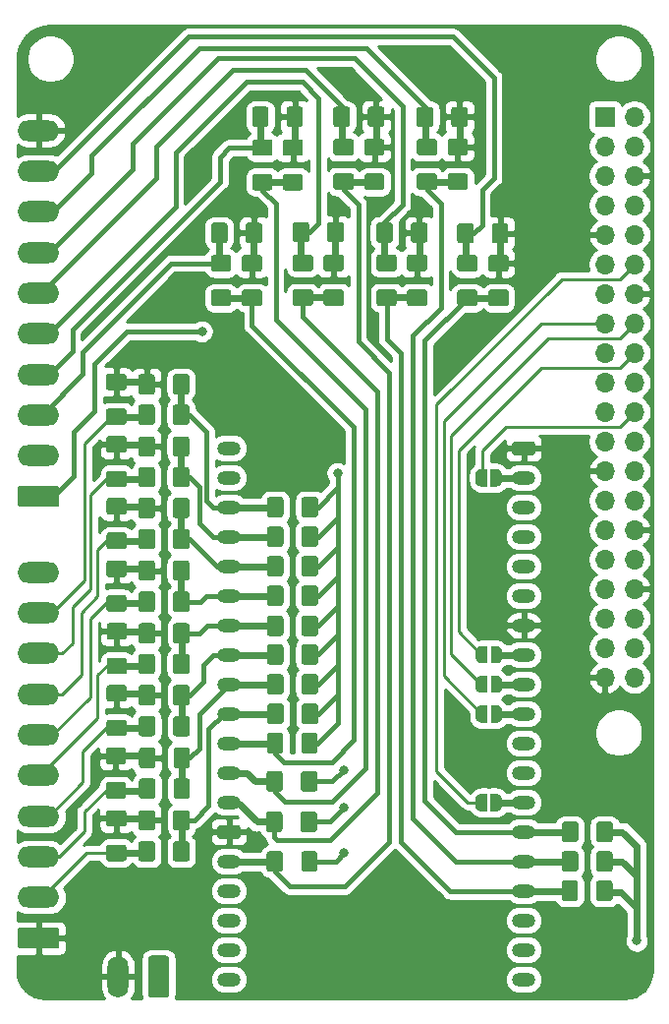
<source format=gbr>
G04 #@! TF.GenerationSoftware,KiCad,Pcbnew,5.1.5+dfsg1-2build2*
G04 #@! TF.CreationDate,2023-05-06T09:23:40+02:00*
G04 #@! TF.ProjectId,digital,64696769-7461-46c2-9e6b-696361645f70,rev?*
G04 #@! TF.SameCoordinates,Original*
G04 #@! TF.FileFunction,Copper,L2,Bot*
G04 #@! TF.FilePolarity,Positive*
%FSLAX46Y46*%
G04 Gerber Fmt 4.6, Leading zero omitted, Abs format (unit mm)*
G04 Created by KiCad (PCBNEW 5.1.5+dfsg1-2build2) date 2023-05-06 09:23:40*
%MOMM*%
%LPD*%
G04 APERTURE LIST*
%ADD10C,0.100000*%
%ADD11O,3.600000X1.800000*%
%ADD12O,2.000000X1.200000*%
%ADD13R,1.700000X1.700000*%
%ADD14O,1.700000X1.700000*%
%ADD15O,1.800000X3.600000*%
%ADD16C,0.800000*%
%ADD17C,0.600000*%
%ADD18C,0.400000*%
%ADD19C,0.250000*%
%ADD20C,0.254000*%
G04 APERTURE END LIST*
G04 #@! TA.AperFunction,ComponentPad*
D10*
G36*
X121786004Y-87404704D02*
G01*
X121810273Y-87408304D01*
X121834071Y-87414265D01*
X121857171Y-87422530D01*
X121879349Y-87433020D01*
X121900393Y-87445633D01*
X121920098Y-87460247D01*
X121938277Y-87476723D01*
X121954753Y-87494902D01*
X121969367Y-87514607D01*
X121981980Y-87535651D01*
X121992470Y-87557829D01*
X122000735Y-87580929D01*
X122006696Y-87604727D01*
X122010296Y-87628996D01*
X122011500Y-87653500D01*
X122011500Y-88953500D01*
X122010296Y-88978004D01*
X122006696Y-89002273D01*
X122000735Y-89026071D01*
X121992470Y-89049171D01*
X121981980Y-89071349D01*
X121969367Y-89092393D01*
X121954753Y-89112098D01*
X121938277Y-89130277D01*
X121920098Y-89146753D01*
X121900393Y-89161367D01*
X121879349Y-89173980D01*
X121857171Y-89184470D01*
X121834071Y-89192735D01*
X121810273Y-89198696D01*
X121786004Y-89202296D01*
X121761500Y-89203500D01*
X118661500Y-89203500D01*
X118636996Y-89202296D01*
X118612727Y-89198696D01*
X118588929Y-89192735D01*
X118565829Y-89184470D01*
X118543651Y-89173980D01*
X118522607Y-89161367D01*
X118502902Y-89146753D01*
X118484723Y-89130277D01*
X118468247Y-89112098D01*
X118453633Y-89092393D01*
X118441020Y-89071349D01*
X118430530Y-89049171D01*
X118422265Y-89026071D01*
X118416304Y-89002273D01*
X118412704Y-88978004D01*
X118411500Y-88953500D01*
X118411500Y-87653500D01*
X118412704Y-87628996D01*
X118416304Y-87604727D01*
X118422265Y-87580929D01*
X118430530Y-87557829D01*
X118441020Y-87535651D01*
X118453633Y-87514607D01*
X118468247Y-87494902D01*
X118484723Y-87476723D01*
X118502902Y-87460247D01*
X118522607Y-87445633D01*
X118543651Y-87433020D01*
X118565829Y-87422530D01*
X118588929Y-87414265D01*
X118612727Y-87408304D01*
X118636996Y-87404704D01*
X118661500Y-87403500D01*
X121761500Y-87403500D01*
X121786004Y-87404704D01*
G37*
G04 #@! TD.AperFunction*
D11*
X120211500Y-84803500D03*
X120211500Y-81303500D03*
X120211500Y-77803500D03*
X120211500Y-74303500D03*
X120211500Y-70803500D03*
X120211500Y-67303500D03*
X120211500Y-63803500D03*
X120211500Y-60303500D03*
X120211500Y-56803500D03*
D12*
X136627740Y-84163100D03*
X136627740Y-86703100D03*
X136627740Y-89243100D03*
X136627740Y-91783100D03*
X136627740Y-94323100D03*
X136627740Y-96863100D03*
X136627740Y-99403100D03*
X136627740Y-101943100D03*
X136627740Y-104483100D03*
X136627740Y-107023100D03*
X136627740Y-109563100D03*
X136627740Y-112103100D03*
X136627740Y-114643100D03*
G04 #@! TA.AperFunction,ComponentPad*
D10*
G36*
X137357145Y-116584545D02*
G01*
X137386267Y-116588864D01*
X137414825Y-116596018D01*
X137442545Y-116605936D01*
X137469159Y-116618524D01*
X137494411Y-116633659D01*
X137518058Y-116651197D01*
X137539872Y-116670968D01*
X137559643Y-116692782D01*
X137577181Y-116716429D01*
X137592316Y-116741681D01*
X137604904Y-116768295D01*
X137614822Y-116796015D01*
X137621976Y-116824573D01*
X137626295Y-116853695D01*
X137627740Y-116883100D01*
X137627740Y-117483100D01*
X137626295Y-117512505D01*
X137621976Y-117541627D01*
X137614822Y-117570185D01*
X137604904Y-117597905D01*
X137592316Y-117624519D01*
X137577181Y-117649771D01*
X137559643Y-117673418D01*
X137539872Y-117695232D01*
X137518058Y-117715003D01*
X137494411Y-117732541D01*
X137469159Y-117747676D01*
X137442545Y-117760264D01*
X137414825Y-117770182D01*
X137386267Y-117777336D01*
X137357145Y-117781655D01*
X137327740Y-117783100D01*
X135927740Y-117783100D01*
X135898335Y-117781655D01*
X135869213Y-117777336D01*
X135840655Y-117770182D01*
X135812935Y-117760264D01*
X135786321Y-117747676D01*
X135761069Y-117732541D01*
X135737422Y-117715003D01*
X135715608Y-117695232D01*
X135695837Y-117673418D01*
X135678299Y-117649771D01*
X135663164Y-117624519D01*
X135650576Y-117597905D01*
X135640658Y-117570185D01*
X135633504Y-117541627D01*
X135629185Y-117512505D01*
X135627740Y-117483100D01*
X135627740Y-116883100D01*
X135629185Y-116853695D01*
X135633504Y-116824573D01*
X135640658Y-116796015D01*
X135650576Y-116768295D01*
X135663164Y-116741681D01*
X135678299Y-116716429D01*
X135695837Y-116692782D01*
X135715608Y-116670968D01*
X135737422Y-116651197D01*
X135761069Y-116633659D01*
X135786321Y-116618524D01*
X135812935Y-116605936D01*
X135840655Y-116596018D01*
X135869213Y-116588864D01*
X135898335Y-116584545D01*
X135927740Y-116583100D01*
X137327740Y-116583100D01*
X137357145Y-116584545D01*
G37*
G04 #@! TD.AperFunction*
D12*
X136627740Y-119723100D03*
X136627740Y-122263100D03*
X136627740Y-124803100D03*
X136627740Y-127343100D03*
X136627740Y-129883100D03*
X162024060Y-129880380D03*
X162024060Y-127340380D03*
X162027740Y-124803100D03*
X162027740Y-122263100D03*
X162027740Y-119723100D03*
X162027740Y-117183100D03*
X162027740Y-114643100D03*
X162027740Y-112103100D03*
X162027740Y-109563100D03*
X162027740Y-107023100D03*
X162027740Y-104483100D03*
X162027740Y-101943100D03*
X162027740Y-99403100D03*
X162027740Y-96863100D03*
X162027740Y-94323100D03*
X162027740Y-91783100D03*
X162027740Y-89243100D03*
X162027740Y-86703100D03*
G04 #@! TA.AperFunction,ComponentPad*
D10*
G36*
X162757145Y-83564545D02*
G01*
X162786267Y-83568864D01*
X162814825Y-83576018D01*
X162842545Y-83585936D01*
X162869159Y-83598524D01*
X162894411Y-83613659D01*
X162918058Y-83631197D01*
X162939872Y-83650968D01*
X162959643Y-83672782D01*
X162977181Y-83696429D01*
X162992316Y-83721681D01*
X163004904Y-83748295D01*
X163014822Y-83776015D01*
X163021976Y-83804573D01*
X163026295Y-83833695D01*
X163027740Y-83863100D01*
X163027740Y-84463100D01*
X163026295Y-84492505D01*
X163021976Y-84521627D01*
X163014822Y-84550185D01*
X163004904Y-84577905D01*
X162992316Y-84604519D01*
X162977181Y-84629771D01*
X162959643Y-84653418D01*
X162939872Y-84675232D01*
X162918058Y-84695003D01*
X162894411Y-84712541D01*
X162869159Y-84727676D01*
X162842545Y-84740264D01*
X162814825Y-84750182D01*
X162786267Y-84757336D01*
X162757145Y-84761655D01*
X162727740Y-84763100D01*
X161327740Y-84763100D01*
X161298335Y-84761655D01*
X161269213Y-84757336D01*
X161240655Y-84750182D01*
X161212935Y-84740264D01*
X161186321Y-84727676D01*
X161161069Y-84712541D01*
X161137422Y-84695003D01*
X161115608Y-84675232D01*
X161095837Y-84653418D01*
X161078299Y-84629771D01*
X161063164Y-84604519D01*
X161050576Y-84577905D01*
X161040658Y-84550185D01*
X161033504Y-84521627D01*
X161029185Y-84492505D01*
X161027740Y-84463100D01*
X161027740Y-83863100D01*
X161029185Y-83833695D01*
X161033504Y-83804573D01*
X161040658Y-83776015D01*
X161050576Y-83748295D01*
X161063164Y-83721681D01*
X161078299Y-83696429D01*
X161095837Y-83672782D01*
X161115608Y-83650968D01*
X161137422Y-83631197D01*
X161161069Y-83613659D01*
X161186321Y-83598524D01*
X161212935Y-83585936D01*
X161240655Y-83576018D01*
X161269213Y-83568864D01*
X161298335Y-83564545D01*
X161327740Y-83563100D01*
X162727740Y-83563100D01*
X162757145Y-83564545D01*
G37*
G04 #@! TD.AperFunction*
D13*
X169021760Y-55631080D03*
D14*
X171561760Y-55631080D03*
X169021760Y-58171080D03*
X171561760Y-58171080D03*
X169021760Y-60711080D03*
X171561760Y-60711080D03*
X169021760Y-63251080D03*
X171561760Y-63251080D03*
X169021760Y-65791080D03*
X171561760Y-65791080D03*
X169021760Y-68331080D03*
X171561760Y-68331080D03*
X169021760Y-70871080D03*
X171561760Y-70871080D03*
X169021760Y-73411080D03*
X171561760Y-73411080D03*
X169021760Y-75951080D03*
X171561760Y-75951080D03*
X169021760Y-78491080D03*
X171561760Y-78491080D03*
X169021760Y-81031080D03*
X171561760Y-81031080D03*
X169021760Y-83571080D03*
X171561760Y-83571080D03*
X169021760Y-86111080D03*
X171561760Y-86111080D03*
X169021760Y-88651080D03*
X171561760Y-88651080D03*
X169021760Y-91191080D03*
X171561760Y-91191080D03*
X169021760Y-93731080D03*
X171561760Y-93731080D03*
X169021760Y-96271080D03*
X171561760Y-96271080D03*
X169021760Y-98811080D03*
X171561760Y-98811080D03*
X169021760Y-101351080D03*
X171561760Y-101351080D03*
X169021760Y-103891080D03*
X171561760Y-103891080D03*
D11*
X120211500Y-94828500D03*
X120211500Y-98328500D03*
X120211500Y-101828500D03*
X120211500Y-105328500D03*
X120211500Y-108828500D03*
X120211500Y-112328500D03*
X120211500Y-115828500D03*
X120211500Y-119328500D03*
X120211500Y-122828500D03*
G04 #@! TA.AperFunction,ComponentPad*
D10*
G36*
X121786004Y-125429704D02*
G01*
X121810273Y-125433304D01*
X121834071Y-125439265D01*
X121857171Y-125447530D01*
X121879349Y-125458020D01*
X121900393Y-125470633D01*
X121920098Y-125485247D01*
X121938277Y-125501723D01*
X121954753Y-125519902D01*
X121969367Y-125539607D01*
X121981980Y-125560651D01*
X121992470Y-125582829D01*
X122000735Y-125605929D01*
X122006696Y-125629727D01*
X122010296Y-125653996D01*
X122011500Y-125678500D01*
X122011500Y-126978500D01*
X122010296Y-127003004D01*
X122006696Y-127027273D01*
X122000735Y-127051071D01*
X121992470Y-127074171D01*
X121981980Y-127096349D01*
X121969367Y-127117393D01*
X121954753Y-127137098D01*
X121938277Y-127155277D01*
X121920098Y-127171753D01*
X121900393Y-127186367D01*
X121879349Y-127198980D01*
X121857171Y-127209470D01*
X121834071Y-127217735D01*
X121810273Y-127223696D01*
X121786004Y-127227296D01*
X121761500Y-127228500D01*
X118661500Y-127228500D01*
X118636996Y-127227296D01*
X118612727Y-127223696D01*
X118588929Y-127217735D01*
X118565829Y-127209470D01*
X118543651Y-127198980D01*
X118522607Y-127186367D01*
X118502902Y-127171753D01*
X118484723Y-127155277D01*
X118468247Y-127137098D01*
X118453633Y-127117393D01*
X118441020Y-127096349D01*
X118430530Y-127074171D01*
X118422265Y-127051071D01*
X118416304Y-127027273D01*
X118412704Y-127003004D01*
X118411500Y-126978500D01*
X118411500Y-125678500D01*
X118412704Y-125653996D01*
X118416304Y-125629727D01*
X118422265Y-125605929D01*
X118430530Y-125582829D01*
X118441020Y-125560651D01*
X118453633Y-125539607D01*
X118468247Y-125519902D01*
X118484723Y-125501723D01*
X118502902Y-125485247D01*
X118522607Y-125470633D01*
X118543651Y-125458020D01*
X118565829Y-125447530D01*
X118588929Y-125439265D01*
X118612727Y-125433304D01*
X118636996Y-125429704D01*
X118661500Y-125428500D01*
X121761500Y-125428500D01*
X121786004Y-125429704D01*
G37*
G04 #@! TD.AperFunction*
G04 #@! TA.AperFunction,ComponentPad*
G36*
X131240664Y-127835184D02*
G01*
X131264933Y-127838784D01*
X131288731Y-127844745D01*
X131311831Y-127853010D01*
X131334009Y-127863500D01*
X131355053Y-127876113D01*
X131374758Y-127890727D01*
X131392937Y-127907203D01*
X131409413Y-127925382D01*
X131424027Y-127945087D01*
X131436640Y-127966131D01*
X131447130Y-127988309D01*
X131455395Y-128011409D01*
X131461356Y-128035207D01*
X131464956Y-128059476D01*
X131466160Y-128083980D01*
X131466160Y-131183980D01*
X131464956Y-131208484D01*
X131461356Y-131232753D01*
X131455395Y-131256551D01*
X131447130Y-131279651D01*
X131436640Y-131301829D01*
X131424027Y-131322873D01*
X131409413Y-131342578D01*
X131392937Y-131360757D01*
X131374758Y-131377233D01*
X131355053Y-131391847D01*
X131334009Y-131404460D01*
X131311831Y-131414950D01*
X131288731Y-131423215D01*
X131264933Y-131429176D01*
X131240664Y-131432776D01*
X131216160Y-131433980D01*
X129916160Y-131433980D01*
X129891656Y-131432776D01*
X129867387Y-131429176D01*
X129843589Y-131423215D01*
X129820489Y-131414950D01*
X129798311Y-131404460D01*
X129777267Y-131391847D01*
X129757562Y-131377233D01*
X129739383Y-131360757D01*
X129722907Y-131342578D01*
X129708293Y-131322873D01*
X129695680Y-131301829D01*
X129685190Y-131279651D01*
X129676925Y-131256551D01*
X129670964Y-131232753D01*
X129667364Y-131208484D01*
X129666160Y-131183980D01*
X129666160Y-128083980D01*
X129667364Y-128059476D01*
X129670964Y-128035207D01*
X129676925Y-128011409D01*
X129685190Y-127988309D01*
X129695680Y-127966131D01*
X129708293Y-127945087D01*
X129722907Y-127925382D01*
X129739383Y-127907203D01*
X129757562Y-127890727D01*
X129777267Y-127876113D01*
X129798311Y-127863500D01*
X129820489Y-127853010D01*
X129843589Y-127844745D01*
X129867387Y-127838784D01*
X129891656Y-127835184D01*
X129916160Y-127833980D01*
X131216160Y-127833980D01*
X131240664Y-127835184D01*
G37*
G04 #@! TD.AperFunction*
D15*
X127066160Y-129633980D03*
G04 #@! TA.AperFunction,SMDPad,CuDef*
D10*
G36*
X127561004Y-80729204D02*
G01*
X127585273Y-80732804D01*
X127609071Y-80738765D01*
X127632171Y-80747030D01*
X127654349Y-80757520D01*
X127675393Y-80770133D01*
X127695098Y-80784747D01*
X127713277Y-80801223D01*
X127729753Y-80819402D01*
X127744367Y-80839107D01*
X127756980Y-80860151D01*
X127767470Y-80882329D01*
X127775735Y-80905429D01*
X127781696Y-80929227D01*
X127785296Y-80953496D01*
X127786500Y-80978000D01*
X127786500Y-81903000D01*
X127785296Y-81927504D01*
X127781696Y-81951773D01*
X127775735Y-81975571D01*
X127767470Y-81998671D01*
X127756980Y-82020849D01*
X127744367Y-82041893D01*
X127729753Y-82061598D01*
X127713277Y-82079777D01*
X127695098Y-82096253D01*
X127675393Y-82110867D01*
X127654349Y-82123480D01*
X127632171Y-82133970D01*
X127609071Y-82142235D01*
X127585273Y-82148196D01*
X127561004Y-82151796D01*
X127536500Y-82153000D01*
X126286500Y-82153000D01*
X126261996Y-82151796D01*
X126237727Y-82148196D01*
X126213929Y-82142235D01*
X126190829Y-82133970D01*
X126168651Y-82123480D01*
X126147607Y-82110867D01*
X126127902Y-82096253D01*
X126109723Y-82079777D01*
X126093247Y-82061598D01*
X126078633Y-82041893D01*
X126066020Y-82020849D01*
X126055530Y-81998671D01*
X126047265Y-81975571D01*
X126041304Y-81951773D01*
X126037704Y-81927504D01*
X126036500Y-81903000D01*
X126036500Y-80978000D01*
X126037704Y-80953496D01*
X126041304Y-80929227D01*
X126047265Y-80905429D01*
X126055530Y-80882329D01*
X126066020Y-80860151D01*
X126078633Y-80839107D01*
X126093247Y-80819402D01*
X126109723Y-80801223D01*
X126127902Y-80784747D01*
X126147607Y-80770133D01*
X126168651Y-80757520D01*
X126190829Y-80747030D01*
X126213929Y-80738765D01*
X126237727Y-80732804D01*
X126261996Y-80729204D01*
X126286500Y-80728000D01*
X127536500Y-80728000D01*
X127561004Y-80729204D01*
G37*
G04 #@! TD.AperFunction*
G04 #@! TA.AperFunction,SMDPad,CuDef*
G36*
X127561004Y-77754204D02*
G01*
X127585273Y-77757804D01*
X127609071Y-77763765D01*
X127632171Y-77772030D01*
X127654349Y-77782520D01*
X127675393Y-77795133D01*
X127695098Y-77809747D01*
X127713277Y-77826223D01*
X127729753Y-77844402D01*
X127744367Y-77864107D01*
X127756980Y-77885151D01*
X127767470Y-77907329D01*
X127775735Y-77930429D01*
X127781696Y-77954227D01*
X127785296Y-77978496D01*
X127786500Y-78003000D01*
X127786500Y-78928000D01*
X127785296Y-78952504D01*
X127781696Y-78976773D01*
X127775735Y-79000571D01*
X127767470Y-79023671D01*
X127756980Y-79045849D01*
X127744367Y-79066893D01*
X127729753Y-79086598D01*
X127713277Y-79104777D01*
X127695098Y-79121253D01*
X127675393Y-79135867D01*
X127654349Y-79148480D01*
X127632171Y-79158970D01*
X127609071Y-79167235D01*
X127585273Y-79173196D01*
X127561004Y-79176796D01*
X127536500Y-79178000D01*
X126286500Y-79178000D01*
X126261996Y-79176796D01*
X126237727Y-79173196D01*
X126213929Y-79167235D01*
X126190829Y-79158970D01*
X126168651Y-79148480D01*
X126147607Y-79135867D01*
X126127902Y-79121253D01*
X126109723Y-79104777D01*
X126093247Y-79086598D01*
X126078633Y-79066893D01*
X126066020Y-79045849D01*
X126055530Y-79023671D01*
X126047265Y-79000571D01*
X126041304Y-78976773D01*
X126037704Y-78952504D01*
X126036500Y-78928000D01*
X126036500Y-78003000D01*
X126037704Y-77978496D01*
X126041304Y-77954227D01*
X126047265Y-77930429D01*
X126055530Y-77907329D01*
X126066020Y-77885151D01*
X126078633Y-77864107D01*
X126093247Y-77844402D01*
X126109723Y-77826223D01*
X126127902Y-77809747D01*
X126147607Y-77795133D01*
X126168651Y-77782520D01*
X126190829Y-77772030D01*
X126213929Y-77763765D01*
X126237727Y-77757804D01*
X126261996Y-77754204D01*
X126286500Y-77753000D01*
X127536500Y-77753000D01*
X127561004Y-77754204D01*
G37*
G04 #@! TD.AperFunction*
G04 #@! TA.AperFunction,SMDPad,CuDef*
G36*
X127583864Y-83121284D02*
G01*
X127608133Y-83124884D01*
X127631931Y-83130845D01*
X127655031Y-83139110D01*
X127677209Y-83149600D01*
X127698253Y-83162213D01*
X127717958Y-83176827D01*
X127736137Y-83193303D01*
X127752613Y-83211482D01*
X127767227Y-83231187D01*
X127779840Y-83252231D01*
X127790330Y-83274409D01*
X127798595Y-83297509D01*
X127804556Y-83321307D01*
X127808156Y-83345576D01*
X127809360Y-83370080D01*
X127809360Y-84295080D01*
X127808156Y-84319584D01*
X127804556Y-84343853D01*
X127798595Y-84367651D01*
X127790330Y-84390751D01*
X127779840Y-84412929D01*
X127767227Y-84433973D01*
X127752613Y-84453678D01*
X127736137Y-84471857D01*
X127717958Y-84488333D01*
X127698253Y-84502947D01*
X127677209Y-84515560D01*
X127655031Y-84526050D01*
X127631931Y-84534315D01*
X127608133Y-84540276D01*
X127583864Y-84543876D01*
X127559360Y-84545080D01*
X126309360Y-84545080D01*
X126284856Y-84543876D01*
X126260587Y-84540276D01*
X126236789Y-84534315D01*
X126213689Y-84526050D01*
X126191511Y-84515560D01*
X126170467Y-84502947D01*
X126150762Y-84488333D01*
X126132583Y-84471857D01*
X126116107Y-84453678D01*
X126101493Y-84433973D01*
X126088880Y-84412929D01*
X126078390Y-84390751D01*
X126070125Y-84367651D01*
X126064164Y-84343853D01*
X126060564Y-84319584D01*
X126059360Y-84295080D01*
X126059360Y-83370080D01*
X126060564Y-83345576D01*
X126064164Y-83321307D01*
X126070125Y-83297509D01*
X126078390Y-83274409D01*
X126088880Y-83252231D01*
X126101493Y-83231187D01*
X126116107Y-83211482D01*
X126132583Y-83193303D01*
X126150762Y-83176827D01*
X126170467Y-83162213D01*
X126191511Y-83149600D01*
X126213689Y-83139110D01*
X126236789Y-83130845D01*
X126260587Y-83124884D01*
X126284856Y-83121284D01*
X126309360Y-83120080D01*
X127559360Y-83120080D01*
X127583864Y-83121284D01*
G37*
G04 #@! TD.AperFunction*
G04 #@! TA.AperFunction,SMDPad,CuDef*
G36*
X127583864Y-86096284D02*
G01*
X127608133Y-86099884D01*
X127631931Y-86105845D01*
X127655031Y-86114110D01*
X127677209Y-86124600D01*
X127698253Y-86137213D01*
X127717958Y-86151827D01*
X127736137Y-86168303D01*
X127752613Y-86186482D01*
X127767227Y-86206187D01*
X127779840Y-86227231D01*
X127790330Y-86249409D01*
X127798595Y-86272509D01*
X127804556Y-86296307D01*
X127808156Y-86320576D01*
X127809360Y-86345080D01*
X127809360Y-87270080D01*
X127808156Y-87294584D01*
X127804556Y-87318853D01*
X127798595Y-87342651D01*
X127790330Y-87365751D01*
X127779840Y-87387929D01*
X127767227Y-87408973D01*
X127752613Y-87428678D01*
X127736137Y-87446857D01*
X127717958Y-87463333D01*
X127698253Y-87477947D01*
X127677209Y-87490560D01*
X127655031Y-87501050D01*
X127631931Y-87509315D01*
X127608133Y-87515276D01*
X127583864Y-87518876D01*
X127559360Y-87520080D01*
X126309360Y-87520080D01*
X126284856Y-87518876D01*
X126260587Y-87515276D01*
X126236789Y-87509315D01*
X126213689Y-87501050D01*
X126191511Y-87490560D01*
X126170467Y-87477947D01*
X126150762Y-87463333D01*
X126132583Y-87446857D01*
X126116107Y-87428678D01*
X126101493Y-87408973D01*
X126088880Y-87387929D01*
X126078390Y-87365751D01*
X126070125Y-87342651D01*
X126064164Y-87318853D01*
X126060564Y-87294584D01*
X126059360Y-87270080D01*
X126059360Y-86345080D01*
X126060564Y-86320576D01*
X126064164Y-86296307D01*
X126070125Y-86272509D01*
X126078390Y-86249409D01*
X126088880Y-86227231D01*
X126101493Y-86206187D01*
X126116107Y-86186482D01*
X126132583Y-86168303D01*
X126150762Y-86151827D01*
X126170467Y-86137213D01*
X126191511Y-86124600D01*
X126213689Y-86114110D01*
X126236789Y-86105845D01*
X126260587Y-86099884D01*
X126284856Y-86096284D01*
X126309360Y-86095080D01*
X127559360Y-86095080D01*
X127583864Y-86096284D01*
G37*
G04 #@! TD.AperFunction*
G04 #@! TA.AperFunction,SMDPad,CuDef*
G36*
X127596564Y-91417584D02*
G01*
X127620833Y-91421184D01*
X127644631Y-91427145D01*
X127667731Y-91435410D01*
X127689909Y-91445900D01*
X127710953Y-91458513D01*
X127730658Y-91473127D01*
X127748837Y-91489603D01*
X127765313Y-91507782D01*
X127779927Y-91527487D01*
X127792540Y-91548531D01*
X127803030Y-91570709D01*
X127811295Y-91593809D01*
X127817256Y-91617607D01*
X127820856Y-91641876D01*
X127822060Y-91666380D01*
X127822060Y-92591380D01*
X127820856Y-92615884D01*
X127817256Y-92640153D01*
X127811295Y-92663951D01*
X127803030Y-92687051D01*
X127792540Y-92709229D01*
X127779927Y-92730273D01*
X127765313Y-92749978D01*
X127748837Y-92768157D01*
X127730658Y-92784633D01*
X127710953Y-92799247D01*
X127689909Y-92811860D01*
X127667731Y-92822350D01*
X127644631Y-92830615D01*
X127620833Y-92836576D01*
X127596564Y-92840176D01*
X127572060Y-92841380D01*
X126322060Y-92841380D01*
X126297556Y-92840176D01*
X126273287Y-92836576D01*
X126249489Y-92830615D01*
X126226389Y-92822350D01*
X126204211Y-92811860D01*
X126183167Y-92799247D01*
X126163462Y-92784633D01*
X126145283Y-92768157D01*
X126128807Y-92749978D01*
X126114193Y-92730273D01*
X126101580Y-92709229D01*
X126091090Y-92687051D01*
X126082825Y-92663951D01*
X126076864Y-92640153D01*
X126073264Y-92615884D01*
X126072060Y-92591380D01*
X126072060Y-91666380D01*
X126073264Y-91641876D01*
X126076864Y-91617607D01*
X126082825Y-91593809D01*
X126091090Y-91570709D01*
X126101580Y-91548531D01*
X126114193Y-91527487D01*
X126128807Y-91507782D01*
X126145283Y-91489603D01*
X126163462Y-91473127D01*
X126183167Y-91458513D01*
X126204211Y-91445900D01*
X126226389Y-91435410D01*
X126249489Y-91427145D01*
X126273287Y-91421184D01*
X126297556Y-91417584D01*
X126322060Y-91416380D01*
X127572060Y-91416380D01*
X127596564Y-91417584D01*
G37*
G04 #@! TD.AperFunction*
G04 #@! TA.AperFunction,SMDPad,CuDef*
G36*
X127596564Y-88442584D02*
G01*
X127620833Y-88446184D01*
X127644631Y-88452145D01*
X127667731Y-88460410D01*
X127689909Y-88470900D01*
X127710953Y-88483513D01*
X127730658Y-88498127D01*
X127748837Y-88514603D01*
X127765313Y-88532782D01*
X127779927Y-88552487D01*
X127792540Y-88573531D01*
X127803030Y-88595709D01*
X127811295Y-88618809D01*
X127817256Y-88642607D01*
X127820856Y-88666876D01*
X127822060Y-88691380D01*
X127822060Y-89616380D01*
X127820856Y-89640884D01*
X127817256Y-89665153D01*
X127811295Y-89688951D01*
X127803030Y-89712051D01*
X127792540Y-89734229D01*
X127779927Y-89755273D01*
X127765313Y-89774978D01*
X127748837Y-89793157D01*
X127730658Y-89809633D01*
X127710953Y-89824247D01*
X127689909Y-89836860D01*
X127667731Y-89847350D01*
X127644631Y-89855615D01*
X127620833Y-89861576D01*
X127596564Y-89865176D01*
X127572060Y-89866380D01*
X126322060Y-89866380D01*
X126297556Y-89865176D01*
X126273287Y-89861576D01*
X126249489Y-89855615D01*
X126226389Y-89847350D01*
X126204211Y-89836860D01*
X126183167Y-89824247D01*
X126163462Y-89809633D01*
X126145283Y-89793157D01*
X126128807Y-89774978D01*
X126114193Y-89755273D01*
X126101580Y-89734229D01*
X126091090Y-89712051D01*
X126082825Y-89688951D01*
X126076864Y-89665153D01*
X126073264Y-89640884D01*
X126072060Y-89616380D01*
X126072060Y-88691380D01*
X126073264Y-88666876D01*
X126076864Y-88642607D01*
X126082825Y-88618809D01*
X126091090Y-88595709D01*
X126101580Y-88573531D01*
X126114193Y-88552487D01*
X126128807Y-88532782D01*
X126145283Y-88514603D01*
X126163462Y-88498127D01*
X126183167Y-88483513D01*
X126204211Y-88470900D01*
X126226389Y-88460410D01*
X126249489Y-88452145D01*
X126273287Y-88446184D01*
X126297556Y-88442584D01*
X126322060Y-88441380D01*
X127572060Y-88441380D01*
X127596564Y-88442584D01*
G37*
G04 #@! TD.AperFunction*
G04 #@! TA.AperFunction,SMDPad,CuDef*
G36*
X127609264Y-102187184D02*
G01*
X127633533Y-102190784D01*
X127657331Y-102196745D01*
X127680431Y-102205010D01*
X127702609Y-102215500D01*
X127723653Y-102228113D01*
X127743358Y-102242727D01*
X127761537Y-102259203D01*
X127778013Y-102277382D01*
X127792627Y-102297087D01*
X127805240Y-102318131D01*
X127815730Y-102340309D01*
X127823995Y-102363409D01*
X127829956Y-102387207D01*
X127833556Y-102411476D01*
X127834760Y-102435980D01*
X127834760Y-103360980D01*
X127833556Y-103385484D01*
X127829956Y-103409753D01*
X127823995Y-103433551D01*
X127815730Y-103456651D01*
X127805240Y-103478829D01*
X127792627Y-103499873D01*
X127778013Y-103519578D01*
X127761537Y-103537757D01*
X127743358Y-103554233D01*
X127723653Y-103568847D01*
X127702609Y-103581460D01*
X127680431Y-103591950D01*
X127657331Y-103600215D01*
X127633533Y-103606176D01*
X127609264Y-103609776D01*
X127584760Y-103610980D01*
X126334760Y-103610980D01*
X126310256Y-103609776D01*
X126285987Y-103606176D01*
X126262189Y-103600215D01*
X126239089Y-103591950D01*
X126216911Y-103581460D01*
X126195867Y-103568847D01*
X126176162Y-103554233D01*
X126157983Y-103537757D01*
X126141507Y-103519578D01*
X126126893Y-103499873D01*
X126114280Y-103478829D01*
X126103790Y-103456651D01*
X126095525Y-103433551D01*
X126089564Y-103409753D01*
X126085964Y-103385484D01*
X126084760Y-103360980D01*
X126084760Y-102435980D01*
X126085964Y-102411476D01*
X126089564Y-102387207D01*
X126095525Y-102363409D01*
X126103790Y-102340309D01*
X126114280Y-102318131D01*
X126126893Y-102297087D01*
X126141507Y-102277382D01*
X126157983Y-102259203D01*
X126176162Y-102242727D01*
X126195867Y-102228113D01*
X126216911Y-102215500D01*
X126239089Y-102205010D01*
X126262189Y-102196745D01*
X126285987Y-102190784D01*
X126310256Y-102187184D01*
X126334760Y-102185980D01*
X127584760Y-102185980D01*
X127609264Y-102187184D01*
G37*
G04 #@! TD.AperFunction*
G04 #@! TA.AperFunction,SMDPad,CuDef*
G36*
X127609264Y-99212184D02*
G01*
X127633533Y-99215784D01*
X127657331Y-99221745D01*
X127680431Y-99230010D01*
X127702609Y-99240500D01*
X127723653Y-99253113D01*
X127743358Y-99267727D01*
X127761537Y-99284203D01*
X127778013Y-99302382D01*
X127792627Y-99322087D01*
X127805240Y-99343131D01*
X127815730Y-99365309D01*
X127823995Y-99388409D01*
X127829956Y-99412207D01*
X127833556Y-99436476D01*
X127834760Y-99460980D01*
X127834760Y-100385980D01*
X127833556Y-100410484D01*
X127829956Y-100434753D01*
X127823995Y-100458551D01*
X127815730Y-100481651D01*
X127805240Y-100503829D01*
X127792627Y-100524873D01*
X127778013Y-100544578D01*
X127761537Y-100562757D01*
X127743358Y-100579233D01*
X127723653Y-100593847D01*
X127702609Y-100606460D01*
X127680431Y-100616950D01*
X127657331Y-100625215D01*
X127633533Y-100631176D01*
X127609264Y-100634776D01*
X127584760Y-100635980D01*
X126334760Y-100635980D01*
X126310256Y-100634776D01*
X126285987Y-100631176D01*
X126262189Y-100625215D01*
X126239089Y-100616950D01*
X126216911Y-100606460D01*
X126195867Y-100593847D01*
X126176162Y-100579233D01*
X126157983Y-100562757D01*
X126141507Y-100544578D01*
X126126893Y-100524873D01*
X126114280Y-100503829D01*
X126103790Y-100481651D01*
X126095525Y-100458551D01*
X126089564Y-100434753D01*
X126085964Y-100410484D01*
X126084760Y-100385980D01*
X126084760Y-99460980D01*
X126085964Y-99436476D01*
X126089564Y-99412207D01*
X126095525Y-99388409D01*
X126103790Y-99365309D01*
X126114280Y-99343131D01*
X126126893Y-99322087D01*
X126141507Y-99302382D01*
X126157983Y-99284203D01*
X126176162Y-99267727D01*
X126195867Y-99253113D01*
X126216911Y-99240500D01*
X126239089Y-99230010D01*
X126262189Y-99221745D01*
X126285987Y-99215784D01*
X126310256Y-99212184D01*
X126334760Y-99210980D01*
X127584760Y-99210980D01*
X127609264Y-99212184D01*
G37*
G04 #@! TD.AperFunction*
G04 #@! TA.AperFunction,SMDPad,CuDef*
G36*
X127596564Y-104546184D02*
G01*
X127620833Y-104549784D01*
X127644631Y-104555745D01*
X127667731Y-104564010D01*
X127689909Y-104574500D01*
X127710953Y-104587113D01*
X127730658Y-104601727D01*
X127748837Y-104618203D01*
X127765313Y-104636382D01*
X127779927Y-104656087D01*
X127792540Y-104677131D01*
X127803030Y-104699309D01*
X127811295Y-104722409D01*
X127817256Y-104746207D01*
X127820856Y-104770476D01*
X127822060Y-104794980D01*
X127822060Y-105719980D01*
X127820856Y-105744484D01*
X127817256Y-105768753D01*
X127811295Y-105792551D01*
X127803030Y-105815651D01*
X127792540Y-105837829D01*
X127779927Y-105858873D01*
X127765313Y-105878578D01*
X127748837Y-105896757D01*
X127730658Y-105913233D01*
X127710953Y-105927847D01*
X127689909Y-105940460D01*
X127667731Y-105950950D01*
X127644631Y-105959215D01*
X127620833Y-105965176D01*
X127596564Y-105968776D01*
X127572060Y-105969980D01*
X126322060Y-105969980D01*
X126297556Y-105968776D01*
X126273287Y-105965176D01*
X126249489Y-105959215D01*
X126226389Y-105950950D01*
X126204211Y-105940460D01*
X126183167Y-105927847D01*
X126163462Y-105913233D01*
X126145283Y-105896757D01*
X126128807Y-105878578D01*
X126114193Y-105858873D01*
X126101580Y-105837829D01*
X126091090Y-105815651D01*
X126082825Y-105792551D01*
X126076864Y-105768753D01*
X126073264Y-105744484D01*
X126072060Y-105719980D01*
X126072060Y-104794980D01*
X126073264Y-104770476D01*
X126076864Y-104746207D01*
X126082825Y-104722409D01*
X126091090Y-104699309D01*
X126101580Y-104677131D01*
X126114193Y-104656087D01*
X126128807Y-104636382D01*
X126145283Y-104618203D01*
X126163462Y-104601727D01*
X126183167Y-104587113D01*
X126204211Y-104574500D01*
X126226389Y-104564010D01*
X126249489Y-104555745D01*
X126273287Y-104549784D01*
X126297556Y-104546184D01*
X126322060Y-104544980D01*
X127572060Y-104544980D01*
X127596564Y-104546184D01*
G37*
G04 #@! TD.AperFunction*
G04 #@! TA.AperFunction,SMDPad,CuDef*
G36*
X127596564Y-107521184D02*
G01*
X127620833Y-107524784D01*
X127644631Y-107530745D01*
X127667731Y-107539010D01*
X127689909Y-107549500D01*
X127710953Y-107562113D01*
X127730658Y-107576727D01*
X127748837Y-107593203D01*
X127765313Y-107611382D01*
X127779927Y-107631087D01*
X127792540Y-107652131D01*
X127803030Y-107674309D01*
X127811295Y-107697409D01*
X127817256Y-107721207D01*
X127820856Y-107745476D01*
X127822060Y-107769980D01*
X127822060Y-108694980D01*
X127820856Y-108719484D01*
X127817256Y-108743753D01*
X127811295Y-108767551D01*
X127803030Y-108790651D01*
X127792540Y-108812829D01*
X127779927Y-108833873D01*
X127765313Y-108853578D01*
X127748837Y-108871757D01*
X127730658Y-108888233D01*
X127710953Y-108902847D01*
X127689909Y-108915460D01*
X127667731Y-108925950D01*
X127644631Y-108934215D01*
X127620833Y-108940176D01*
X127596564Y-108943776D01*
X127572060Y-108944980D01*
X126322060Y-108944980D01*
X126297556Y-108943776D01*
X126273287Y-108940176D01*
X126249489Y-108934215D01*
X126226389Y-108925950D01*
X126204211Y-108915460D01*
X126183167Y-108902847D01*
X126163462Y-108888233D01*
X126145283Y-108871757D01*
X126128807Y-108853578D01*
X126114193Y-108833873D01*
X126101580Y-108812829D01*
X126091090Y-108790651D01*
X126082825Y-108767551D01*
X126076864Y-108743753D01*
X126073264Y-108719484D01*
X126072060Y-108694980D01*
X126072060Y-107769980D01*
X126073264Y-107745476D01*
X126076864Y-107721207D01*
X126082825Y-107697409D01*
X126091090Y-107674309D01*
X126101580Y-107652131D01*
X126114193Y-107631087D01*
X126128807Y-107611382D01*
X126145283Y-107593203D01*
X126163462Y-107576727D01*
X126183167Y-107562113D01*
X126204211Y-107549500D01*
X126226389Y-107539010D01*
X126249489Y-107530745D01*
X126273287Y-107524784D01*
X126297556Y-107521184D01*
X126322060Y-107519980D01*
X127572060Y-107519980D01*
X127596564Y-107521184D01*
G37*
G04 #@! TD.AperFunction*
G04 #@! TA.AperFunction,SMDPad,CuDef*
G36*
X127521564Y-112905584D02*
G01*
X127545833Y-112909184D01*
X127569631Y-112915145D01*
X127592731Y-112923410D01*
X127614909Y-112933900D01*
X127635953Y-112946513D01*
X127655658Y-112961127D01*
X127673837Y-112977603D01*
X127690313Y-112995782D01*
X127704927Y-113015487D01*
X127717540Y-113036531D01*
X127728030Y-113058709D01*
X127736295Y-113081809D01*
X127742256Y-113105607D01*
X127745856Y-113129876D01*
X127747060Y-113154380D01*
X127747060Y-114079380D01*
X127745856Y-114103884D01*
X127742256Y-114128153D01*
X127736295Y-114151951D01*
X127728030Y-114175051D01*
X127717540Y-114197229D01*
X127704927Y-114218273D01*
X127690313Y-114237978D01*
X127673837Y-114256157D01*
X127655658Y-114272633D01*
X127635953Y-114287247D01*
X127614909Y-114299860D01*
X127592731Y-114310350D01*
X127569631Y-114318615D01*
X127545833Y-114324576D01*
X127521564Y-114328176D01*
X127497060Y-114329380D01*
X126247060Y-114329380D01*
X126222556Y-114328176D01*
X126198287Y-114324576D01*
X126174489Y-114318615D01*
X126151389Y-114310350D01*
X126129211Y-114299860D01*
X126108167Y-114287247D01*
X126088462Y-114272633D01*
X126070283Y-114256157D01*
X126053807Y-114237978D01*
X126039193Y-114218273D01*
X126026580Y-114197229D01*
X126016090Y-114175051D01*
X126007825Y-114151951D01*
X126001864Y-114128153D01*
X125998264Y-114103884D01*
X125997060Y-114079380D01*
X125997060Y-113154380D01*
X125998264Y-113129876D01*
X126001864Y-113105607D01*
X126007825Y-113081809D01*
X126016090Y-113058709D01*
X126026580Y-113036531D01*
X126039193Y-113015487D01*
X126053807Y-112995782D01*
X126070283Y-112977603D01*
X126088462Y-112961127D01*
X126108167Y-112946513D01*
X126129211Y-112933900D01*
X126151389Y-112923410D01*
X126174489Y-112915145D01*
X126198287Y-112909184D01*
X126222556Y-112905584D01*
X126247060Y-112904380D01*
X127497060Y-112904380D01*
X127521564Y-112905584D01*
G37*
G04 #@! TD.AperFunction*
G04 #@! TA.AperFunction,SMDPad,CuDef*
G36*
X127521564Y-109930584D02*
G01*
X127545833Y-109934184D01*
X127569631Y-109940145D01*
X127592731Y-109948410D01*
X127614909Y-109958900D01*
X127635953Y-109971513D01*
X127655658Y-109986127D01*
X127673837Y-110002603D01*
X127690313Y-110020782D01*
X127704927Y-110040487D01*
X127717540Y-110061531D01*
X127728030Y-110083709D01*
X127736295Y-110106809D01*
X127742256Y-110130607D01*
X127745856Y-110154876D01*
X127747060Y-110179380D01*
X127747060Y-111104380D01*
X127745856Y-111128884D01*
X127742256Y-111153153D01*
X127736295Y-111176951D01*
X127728030Y-111200051D01*
X127717540Y-111222229D01*
X127704927Y-111243273D01*
X127690313Y-111262978D01*
X127673837Y-111281157D01*
X127655658Y-111297633D01*
X127635953Y-111312247D01*
X127614909Y-111324860D01*
X127592731Y-111335350D01*
X127569631Y-111343615D01*
X127545833Y-111349576D01*
X127521564Y-111353176D01*
X127497060Y-111354380D01*
X126247060Y-111354380D01*
X126222556Y-111353176D01*
X126198287Y-111349576D01*
X126174489Y-111343615D01*
X126151389Y-111335350D01*
X126129211Y-111324860D01*
X126108167Y-111312247D01*
X126088462Y-111297633D01*
X126070283Y-111281157D01*
X126053807Y-111262978D01*
X126039193Y-111243273D01*
X126026580Y-111222229D01*
X126016090Y-111200051D01*
X126007825Y-111176951D01*
X126001864Y-111153153D01*
X125998264Y-111128884D01*
X125997060Y-111104380D01*
X125997060Y-110179380D01*
X125998264Y-110154876D01*
X126001864Y-110130607D01*
X126007825Y-110106809D01*
X126016090Y-110083709D01*
X126026580Y-110061531D01*
X126039193Y-110040487D01*
X126053807Y-110020782D01*
X126070283Y-110002603D01*
X126088462Y-109986127D01*
X126108167Y-109971513D01*
X126129211Y-109958900D01*
X126151389Y-109948410D01*
X126174489Y-109940145D01*
X126198287Y-109934184D01*
X126222556Y-109930584D01*
X126247060Y-109929380D01*
X127497060Y-109929380D01*
X127521564Y-109930584D01*
G37*
G04 #@! TD.AperFunction*
G04 #@! TA.AperFunction,SMDPad,CuDef*
G36*
X127583864Y-96802384D02*
G01*
X127608133Y-96805984D01*
X127631931Y-96811945D01*
X127655031Y-96820210D01*
X127677209Y-96830700D01*
X127698253Y-96843313D01*
X127717958Y-96857927D01*
X127736137Y-96874403D01*
X127752613Y-96892582D01*
X127767227Y-96912287D01*
X127779840Y-96933331D01*
X127790330Y-96955509D01*
X127798595Y-96978609D01*
X127804556Y-97002407D01*
X127808156Y-97026676D01*
X127809360Y-97051180D01*
X127809360Y-97976180D01*
X127808156Y-98000684D01*
X127804556Y-98024953D01*
X127798595Y-98048751D01*
X127790330Y-98071851D01*
X127779840Y-98094029D01*
X127767227Y-98115073D01*
X127752613Y-98134778D01*
X127736137Y-98152957D01*
X127717958Y-98169433D01*
X127698253Y-98184047D01*
X127677209Y-98196660D01*
X127655031Y-98207150D01*
X127631931Y-98215415D01*
X127608133Y-98221376D01*
X127583864Y-98224976D01*
X127559360Y-98226180D01*
X126309360Y-98226180D01*
X126284856Y-98224976D01*
X126260587Y-98221376D01*
X126236789Y-98215415D01*
X126213689Y-98207150D01*
X126191511Y-98196660D01*
X126170467Y-98184047D01*
X126150762Y-98169433D01*
X126132583Y-98152957D01*
X126116107Y-98134778D01*
X126101493Y-98115073D01*
X126088880Y-98094029D01*
X126078390Y-98071851D01*
X126070125Y-98048751D01*
X126064164Y-98024953D01*
X126060564Y-98000684D01*
X126059360Y-97976180D01*
X126059360Y-97051180D01*
X126060564Y-97026676D01*
X126064164Y-97002407D01*
X126070125Y-96978609D01*
X126078390Y-96955509D01*
X126088880Y-96933331D01*
X126101493Y-96912287D01*
X126116107Y-96892582D01*
X126132583Y-96874403D01*
X126150762Y-96857927D01*
X126170467Y-96843313D01*
X126191511Y-96830700D01*
X126213689Y-96820210D01*
X126236789Y-96811945D01*
X126260587Y-96805984D01*
X126284856Y-96802384D01*
X126309360Y-96801180D01*
X127559360Y-96801180D01*
X127583864Y-96802384D01*
G37*
G04 #@! TD.AperFunction*
G04 #@! TA.AperFunction,SMDPad,CuDef*
G36*
X127583864Y-93827384D02*
G01*
X127608133Y-93830984D01*
X127631931Y-93836945D01*
X127655031Y-93845210D01*
X127677209Y-93855700D01*
X127698253Y-93868313D01*
X127717958Y-93882927D01*
X127736137Y-93899403D01*
X127752613Y-93917582D01*
X127767227Y-93937287D01*
X127779840Y-93958331D01*
X127790330Y-93980509D01*
X127798595Y-94003609D01*
X127804556Y-94027407D01*
X127808156Y-94051676D01*
X127809360Y-94076180D01*
X127809360Y-95001180D01*
X127808156Y-95025684D01*
X127804556Y-95049953D01*
X127798595Y-95073751D01*
X127790330Y-95096851D01*
X127779840Y-95119029D01*
X127767227Y-95140073D01*
X127752613Y-95159778D01*
X127736137Y-95177957D01*
X127717958Y-95194433D01*
X127698253Y-95209047D01*
X127677209Y-95221660D01*
X127655031Y-95232150D01*
X127631931Y-95240415D01*
X127608133Y-95246376D01*
X127583864Y-95249976D01*
X127559360Y-95251180D01*
X126309360Y-95251180D01*
X126284856Y-95249976D01*
X126260587Y-95246376D01*
X126236789Y-95240415D01*
X126213689Y-95232150D01*
X126191511Y-95221660D01*
X126170467Y-95209047D01*
X126150762Y-95194433D01*
X126132583Y-95177957D01*
X126116107Y-95159778D01*
X126101493Y-95140073D01*
X126088880Y-95119029D01*
X126078390Y-95096851D01*
X126070125Y-95073751D01*
X126064164Y-95049953D01*
X126060564Y-95025684D01*
X126059360Y-95001180D01*
X126059360Y-94076180D01*
X126060564Y-94051676D01*
X126064164Y-94027407D01*
X126070125Y-94003609D01*
X126078390Y-93980509D01*
X126088880Y-93958331D01*
X126101493Y-93937287D01*
X126116107Y-93917582D01*
X126132583Y-93899403D01*
X126150762Y-93882927D01*
X126170467Y-93868313D01*
X126191511Y-93855700D01*
X126213689Y-93845210D01*
X126236789Y-93836945D01*
X126260587Y-93830984D01*
X126284856Y-93827384D01*
X126309360Y-93826180D01*
X127559360Y-93826180D01*
X127583864Y-93827384D01*
G37*
G04 #@! TD.AperFunction*
G04 #@! TA.AperFunction,SMDPad,CuDef*
G36*
X127559664Y-115312184D02*
G01*
X127583933Y-115315784D01*
X127607731Y-115321745D01*
X127630831Y-115330010D01*
X127653009Y-115340500D01*
X127674053Y-115353113D01*
X127693758Y-115367727D01*
X127711937Y-115384203D01*
X127728413Y-115402382D01*
X127743027Y-115422087D01*
X127755640Y-115443131D01*
X127766130Y-115465309D01*
X127774395Y-115488409D01*
X127780356Y-115512207D01*
X127783956Y-115536476D01*
X127785160Y-115560980D01*
X127785160Y-116485980D01*
X127783956Y-116510484D01*
X127780356Y-116534753D01*
X127774395Y-116558551D01*
X127766130Y-116581651D01*
X127755640Y-116603829D01*
X127743027Y-116624873D01*
X127728413Y-116644578D01*
X127711937Y-116662757D01*
X127693758Y-116679233D01*
X127674053Y-116693847D01*
X127653009Y-116706460D01*
X127630831Y-116716950D01*
X127607731Y-116725215D01*
X127583933Y-116731176D01*
X127559664Y-116734776D01*
X127535160Y-116735980D01*
X126285160Y-116735980D01*
X126260656Y-116734776D01*
X126236387Y-116731176D01*
X126212589Y-116725215D01*
X126189489Y-116716950D01*
X126167311Y-116706460D01*
X126146267Y-116693847D01*
X126126562Y-116679233D01*
X126108383Y-116662757D01*
X126091907Y-116644578D01*
X126077293Y-116624873D01*
X126064680Y-116603829D01*
X126054190Y-116581651D01*
X126045925Y-116558551D01*
X126039964Y-116534753D01*
X126036364Y-116510484D01*
X126035160Y-116485980D01*
X126035160Y-115560980D01*
X126036364Y-115536476D01*
X126039964Y-115512207D01*
X126045925Y-115488409D01*
X126054190Y-115465309D01*
X126064680Y-115443131D01*
X126077293Y-115422087D01*
X126091907Y-115402382D01*
X126108383Y-115384203D01*
X126126562Y-115367727D01*
X126146267Y-115353113D01*
X126167311Y-115340500D01*
X126189489Y-115330010D01*
X126212589Y-115321745D01*
X126236387Y-115315784D01*
X126260656Y-115312184D01*
X126285160Y-115310980D01*
X127535160Y-115310980D01*
X127559664Y-115312184D01*
G37*
G04 #@! TD.AperFunction*
G04 #@! TA.AperFunction,SMDPad,CuDef*
G36*
X127559664Y-118287184D02*
G01*
X127583933Y-118290784D01*
X127607731Y-118296745D01*
X127630831Y-118305010D01*
X127653009Y-118315500D01*
X127674053Y-118328113D01*
X127693758Y-118342727D01*
X127711937Y-118359203D01*
X127728413Y-118377382D01*
X127743027Y-118397087D01*
X127755640Y-118418131D01*
X127766130Y-118440309D01*
X127774395Y-118463409D01*
X127780356Y-118487207D01*
X127783956Y-118511476D01*
X127785160Y-118535980D01*
X127785160Y-119460980D01*
X127783956Y-119485484D01*
X127780356Y-119509753D01*
X127774395Y-119533551D01*
X127766130Y-119556651D01*
X127755640Y-119578829D01*
X127743027Y-119599873D01*
X127728413Y-119619578D01*
X127711937Y-119637757D01*
X127693758Y-119654233D01*
X127674053Y-119668847D01*
X127653009Y-119681460D01*
X127630831Y-119691950D01*
X127607731Y-119700215D01*
X127583933Y-119706176D01*
X127559664Y-119709776D01*
X127535160Y-119710980D01*
X126285160Y-119710980D01*
X126260656Y-119709776D01*
X126236387Y-119706176D01*
X126212589Y-119700215D01*
X126189489Y-119691950D01*
X126167311Y-119681460D01*
X126146267Y-119668847D01*
X126126562Y-119654233D01*
X126108383Y-119637757D01*
X126091907Y-119619578D01*
X126077293Y-119599873D01*
X126064680Y-119578829D01*
X126054190Y-119556651D01*
X126045925Y-119533551D01*
X126039964Y-119509753D01*
X126036364Y-119485484D01*
X126035160Y-119460980D01*
X126035160Y-118535980D01*
X126036364Y-118511476D01*
X126039964Y-118487207D01*
X126045925Y-118463409D01*
X126054190Y-118440309D01*
X126064680Y-118418131D01*
X126077293Y-118397087D01*
X126091907Y-118377382D01*
X126108383Y-118359203D01*
X126126562Y-118342727D01*
X126146267Y-118328113D01*
X126167311Y-118315500D01*
X126189489Y-118305010D01*
X126212589Y-118296745D01*
X126236387Y-118290784D01*
X126260656Y-118287184D01*
X126285160Y-118285980D01*
X127535160Y-118285980D01*
X127559664Y-118287184D01*
G37*
G04 #@! TD.AperFunction*
G04 #@! TA.AperFunction,SMDPad,CuDef*
G36*
X136279004Y-64753704D02*
G01*
X136303273Y-64757304D01*
X136327071Y-64763265D01*
X136350171Y-64771530D01*
X136372349Y-64782020D01*
X136393393Y-64794633D01*
X136413098Y-64809247D01*
X136431277Y-64825723D01*
X136447753Y-64843902D01*
X136462367Y-64863607D01*
X136474980Y-64884651D01*
X136485470Y-64906829D01*
X136493735Y-64929929D01*
X136499696Y-64953727D01*
X136503296Y-64977996D01*
X136504500Y-65002500D01*
X136504500Y-66252500D01*
X136503296Y-66277004D01*
X136499696Y-66301273D01*
X136493735Y-66325071D01*
X136485470Y-66348171D01*
X136474980Y-66370349D01*
X136462367Y-66391393D01*
X136447753Y-66411098D01*
X136431277Y-66429277D01*
X136413098Y-66445753D01*
X136393393Y-66460367D01*
X136372349Y-66472980D01*
X136350171Y-66483470D01*
X136327071Y-66491735D01*
X136303273Y-66497696D01*
X136279004Y-66501296D01*
X136254500Y-66502500D01*
X135329500Y-66502500D01*
X135304996Y-66501296D01*
X135280727Y-66497696D01*
X135256929Y-66491735D01*
X135233829Y-66483470D01*
X135211651Y-66472980D01*
X135190607Y-66460367D01*
X135170902Y-66445753D01*
X135152723Y-66429277D01*
X135136247Y-66411098D01*
X135121633Y-66391393D01*
X135109020Y-66370349D01*
X135098530Y-66348171D01*
X135090265Y-66325071D01*
X135084304Y-66301273D01*
X135080704Y-66277004D01*
X135079500Y-66252500D01*
X135079500Y-65002500D01*
X135080704Y-64977996D01*
X135084304Y-64953727D01*
X135090265Y-64929929D01*
X135098530Y-64906829D01*
X135109020Y-64884651D01*
X135121633Y-64863607D01*
X135136247Y-64843902D01*
X135152723Y-64825723D01*
X135170902Y-64809247D01*
X135190607Y-64794633D01*
X135211651Y-64782020D01*
X135233829Y-64771530D01*
X135256929Y-64763265D01*
X135280727Y-64757304D01*
X135304996Y-64753704D01*
X135329500Y-64752500D01*
X136254500Y-64752500D01*
X136279004Y-64753704D01*
G37*
G04 #@! TD.AperFunction*
G04 #@! TA.AperFunction,SMDPad,CuDef*
G36*
X139254004Y-64753704D02*
G01*
X139278273Y-64757304D01*
X139302071Y-64763265D01*
X139325171Y-64771530D01*
X139347349Y-64782020D01*
X139368393Y-64794633D01*
X139388098Y-64809247D01*
X139406277Y-64825723D01*
X139422753Y-64843902D01*
X139437367Y-64863607D01*
X139449980Y-64884651D01*
X139460470Y-64906829D01*
X139468735Y-64929929D01*
X139474696Y-64953727D01*
X139478296Y-64977996D01*
X139479500Y-65002500D01*
X139479500Y-66252500D01*
X139478296Y-66277004D01*
X139474696Y-66301273D01*
X139468735Y-66325071D01*
X139460470Y-66348171D01*
X139449980Y-66370349D01*
X139437367Y-66391393D01*
X139422753Y-66411098D01*
X139406277Y-66429277D01*
X139388098Y-66445753D01*
X139368393Y-66460367D01*
X139347349Y-66472980D01*
X139325171Y-66483470D01*
X139302071Y-66491735D01*
X139278273Y-66497696D01*
X139254004Y-66501296D01*
X139229500Y-66502500D01*
X138304500Y-66502500D01*
X138279996Y-66501296D01*
X138255727Y-66497696D01*
X138231929Y-66491735D01*
X138208829Y-66483470D01*
X138186651Y-66472980D01*
X138165607Y-66460367D01*
X138145902Y-66445753D01*
X138127723Y-66429277D01*
X138111247Y-66411098D01*
X138096633Y-66391393D01*
X138084020Y-66370349D01*
X138073530Y-66348171D01*
X138065265Y-66325071D01*
X138059304Y-66301273D01*
X138055704Y-66277004D01*
X138054500Y-66252500D01*
X138054500Y-65002500D01*
X138055704Y-64977996D01*
X138059304Y-64953727D01*
X138065265Y-64929929D01*
X138073530Y-64906829D01*
X138084020Y-64884651D01*
X138096633Y-64863607D01*
X138111247Y-64843902D01*
X138127723Y-64825723D01*
X138145902Y-64809247D01*
X138165607Y-64794633D01*
X138186651Y-64782020D01*
X138208829Y-64771530D01*
X138231929Y-64763265D01*
X138255727Y-64757304D01*
X138279996Y-64753704D01*
X138304500Y-64752500D01*
X139229500Y-64752500D01*
X139254004Y-64753704D01*
G37*
G04 #@! TD.AperFunction*
G04 #@! TA.AperFunction,SMDPad,CuDef*
G36*
X139813004Y-54760704D02*
G01*
X139837273Y-54764304D01*
X139861071Y-54770265D01*
X139884171Y-54778530D01*
X139906349Y-54789020D01*
X139927393Y-54801633D01*
X139947098Y-54816247D01*
X139965277Y-54832723D01*
X139981753Y-54850902D01*
X139996367Y-54870607D01*
X140008980Y-54891651D01*
X140019470Y-54913829D01*
X140027735Y-54936929D01*
X140033696Y-54960727D01*
X140037296Y-54984996D01*
X140038500Y-55009500D01*
X140038500Y-56259500D01*
X140037296Y-56284004D01*
X140033696Y-56308273D01*
X140027735Y-56332071D01*
X140019470Y-56355171D01*
X140008980Y-56377349D01*
X139996367Y-56398393D01*
X139981753Y-56418098D01*
X139965277Y-56436277D01*
X139947098Y-56452753D01*
X139927393Y-56467367D01*
X139906349Y-56479980D01*
X139884171Y-56490470D01*
X139861071Y-56498735D01*
X139837273Y-56504696D01*
X139813004Y-56508296D01*
X139788500Y-56509500D01*
X138863500Y-56509500D01*
X138838996Y-56508296D01*
X138814727Y-56504696D01*
X138790929Y-56498735D01*
X138767829Y-56490470D01*
X138745651Y-56479980D01*
X138724607Y-56467367D01*
X138704902Y-56452753D01*
X138686723Y-56436277D01*
X138670247Y-56418098D01*
X138655633Y-56398393D01*
X138643020Y-56377349D01*
X138632530Y-56355171D01*
X138624265Y-56332071D01*
X138618304Y-56308273D01*
X138614704Y-56284004D01*
X138613500Y-56259500D01*
X138613500Y-55009500D01*
X138614704Y-54984996D01*
X138618304Y-54960727D01*
X138624265Y-54936929D01*
X138632530Y-54913829D01*
X138643020Y-54891651D01*
X138655633Y-54870607D01*
X138670247Y-54850902D01*
X138686723Y-54832723D01*
X138704902Y-54816247D01*
X138724607Y-54801633D01*
X138745651Y-54789020D01*
X138767829Y-54778530D01*
X138790929Y-54770265D01*
X138814727Y-54764304D01*
X138838996Y-54760704D01*
X138863500Y-54759500D01*
X139788500Y-54759500D01*
X139813004Y-54760704D01*
G37*
G04 #@! TD.AperFunction*
G04 #@! TA.AperFunction,SMDPad,CuDef*
G36*
X142788004Y-54760704D02*
G01*
X142812273Y-54764304D01*
X142836071Y-54770265D01*
X142859171Y-54778530D01*
X142881349Y-54789020D01*
X142902393Y-54801633D01*
X142922098Y-54816247D01*
X142940277Y-54832723D01*
X142956753Y-54850902D01*
X142971367Y-54870607D01*
X142983980Y-54891651D01*
X142994470Y-54913829D01*
X143002735Y-54936929D01*
X143008696Y-54960727D01*
X143012296Y-54984996D01*
X143013500Y-55009500D01*
X143013500Y-56259500D01*
X143012296Y-56284004D01*
X143008696Y-56308273D01*
X143002735Y-56332071D01*
X142994470Y-56355171D01*
X142983980Y-56377349D01*
X142971367Y-56398393D01*
X142956753Y-56418098D01*
X142940277Y-56436277D01*
X142922098Y-56452753D01*
X142902393Y-56467367D01*
X142881349Y-56479980D01*
X142859171Y-56490470D01*
X142836071Y-56498735D01*
X142812273Y-56504696D01*
X142788004Y-56508296D01*
X142763500Y-56509500D01*
X141838500Y-56509500D01*
X141813996Y-56508296D01*
X141789727Y-56504696D01*
X141765929Y-56498735D01*
X141742829Y-56490470D01*
X141720651Y-56479980D01*
X141699607Y-56467367D01*
X141679902Y-56452753D01*
X141661723Y-56436277D01*
X141645247Y-56418098D01*
X141630633Y-56398393D01*
X141618020Y-56377349D01*
X141607530Y-56355171D01*
X141599265Y-56332071D01*
X141593304Y-56308273D01*
X141589704Y-56284004D01*
X141588500Y-56259500D01*
X141588500Y-55009500D01*
X141589704Y-54984996D01*
X141593304Y-54960727D01*
X141599265Y-54936929D01*
X141607530Y-54913829D01*
X141618020Y-54891651D01*
X141630633Y-54870607D01*
X141645247Y-54850902D01*
X141661723Y-54832723D01*
X141679902Y-54816247D01*
X141699607Y-54801633D01*
X141720651Y-54789020D01*
X141742829Y-54778530D01*
X141765929Y-54770265D01*
X141789727Y-54764304D01*
X141813996Y-54760704D01*
X141838500Y-54759500D01*
X142763500Y-54759500D01*
X142788004Y-54760704D01*
G37*
G04 #@! TD.AperFunction*
G04 #@! TA.AperFunction,SMDPad,CuDef*
G36*
X146289924Y-64702364D02*
G01*
X146314193Y-64705964D01*
X146337991Y-64711925D01*
X146361091Y-64720190D01*
X146383269Y-64730680D01*
X146404313Y-64743293D01*
X146424018Y-64757907D01*
X146442197Y-64774383D01*
X146458673Y-64792562D01*
X146473287Y-64812267D01*
X146485900Y-64833311D01*
X146496390Y-64855489D01*
X146504655Y-64878589D01*
X146510616Y-64902387D01*
X146514216Y-64926656D01*
X146515420Y-64951160D01*
X146515420Y-66201160D01*
X146514216Y-66225664D01*
X146510616Y-66249933D01*
X146504655Y-66273731D01*
X146496390Y-66296831D01*
X146485900Y-66319009D01*
X146473287Y-66340053D01*
X146458673Y-66359758D01*
X146442197Y-66377937D01*
X146424018Y-66394413D01*
X146404313Y-66409027D01*
X146383269Y-66421640D01*
X146361091Y-66432130D01*
X146337991Y-66440395D01*
X146314193Y-66446356D01*
X146289924Y-66449956D01*
X146265420Y-66451160D01*
X145340420Y-66451160D01*
X145315916Y-66449956D01*
X145291647Y-66446356D01*
X145267849Y-66440395D01*
X145244749Y-66432130D01*
X145222571Y-66421640D01*
X145201527Y-66409027D01*
X145181822Y-66394413D01*
X145163643Y-66377937D01*
X145147167Y-66359758D01*
X145132553Y-66340053D01*
X145119940Y-66319009D01*
X145109450Y-66296831D01*
X145101185Y-66273731D01*
X145095224Y-66249933D01*
X145091624Y-66225664D01*
X145090420Y-66201160D01*
X145090420Y-64951160D01*
X145091624Y-64926656D01*
X145095224Y-64902387D01*
X145101185Y-64878589D01*
X145109450Y-64855489D01*
X145119940Y-64833311D01*
X145132553Y-64812267D01*
X145147167Y-64792562D01*
X145163643Y-64774383D01*
X145181822Y-64757907D01*
X145201527Y-64743293D01*
X145222571Y-64730680D01*
X145244749Y-64720190D01*
X145267849Y-64711925D01*
X145291647Y-64705964D01*
X145315916Y-64702364D01*
X145340420Y-64701160D01*
X146265420Y-64701160D01*
X146289924Y-64702364D01*
G37*
G04 #@! TD.AperFunction*
G04 #@! TA.AperFunction,SMDPad,CuDef*
G36*
X143314924Y-64702364D02*
G01*
X143339193Y-64705964D01*
X143362991Y-64711925D01*
X143386091Y-64720190D01*
X143408269Y-64730680D01*
X143429313Y-64743293D01*
X143449018Y-64757907D01*
X143467197Y-64774383D01*
X143483673Y-64792562D01*
X143498287Y-64812267D01*
X143510900Y-64833311D01*
X143521390Y-64855489D01*
X143529655Y-64878589D01*
X143535616Y-64902387D01*
X143539216Y-64926656D01*
X143540420Y-64951160D01*
X143540420Y-66201160D01*
X143539216Y-66225664D01*
X143535616Y-66249933D01*
X143529655Y-66273731D01*
X143521390Y-66296831D01*
X143510900Y-66319009D01*
X143498287Y-66340053D01*
X143483673Y-66359758D01*
X143467197Y-66377937D01*
X143449018Y-66394413D01*
X143429313Y-66409027D01*
X143408269Y-66421640D01*
X143386091Y-66432130D01*
X143362991Y-66440395D01*
X143339193Y-66446356D01*
X143314924Y-66449956D01*
X143290420Y-66451160D01*
X142365420Y-66451160D01*
X142340916Y-66449956D01*
X142316647Y-66446356D01*
X142292849Y-66440395D01*
X142269749Y-66432130D01*
X142247571Y-66421640D01*
X142226527Y-66409027D01*
X142206822Y-66394413D01*
X142188643Y-66377937D01*
X142172167Y-66359758D01*
X142157553Y-66340053D01*
X142144940Y-66319009D01*
X142134450Y-66296831D01*
X142126185Y-66273731D01*
X142120224Y-66249933D01*
X142116624Y-66225664D01*
X142115420Y-66201160D01*
X142115420Y-64951160D01*
X142116624Y-64926656D01*
X142120224Y-64902387D01*
X142126185Y-64878589D01*
X142134450Y-64855489D01*
X142144940Y-64833311D01*
X142157553Y-64812267D01*
X142172167Y-64792562D01*
X142188643Y-64774383D01*
X142206822Y-64757907D01*
X142226527Y-64743293D01*
X142247571Y-64730680D01*
X142269749Y-64720190D01*
X142292849Y-64711925D01*
X142316647Y-64705964D01*
X142340916Y-64702364D01*
X142365420Y-64701160D01*
X143290420Y-64701160D01*
X143314924Y-64702364D01*
G37*
G04 #@! TD.AperFunction*
G04 #@! TA.AperFunction,SMDPad,CuDef*
G36*
X146824624Y-54760704D02*
G01*
X146848893Y-54764304D01*
X146872691Y-54770265D01*
X146895791Y-54778530D01*
X146917969Y-54789020D01*
X146939013Y-54801633D01*
X146958718Y-54816247D01*
X146976897Y-54832723D01*
X146993373Y-54850902D01*
X147007987Y-54870607D01*
X147020600Y-54891651D01*
X147031090Y-54913829D01*
X147039355Y-54936929D01*
X147045316Y-54960727D01*
X147048916Y-54984996D01*
X147050120Y-55009500D01*
X147050120Y-56259500D01*
X147048916Y-56284004D01*
X147045316Y-56308273D01*
X147039355Y-56332071D01*
X147031090Y-56355171D01*
X147020600Y-56377349D01*
X147007987Y-56398393D01*
X146993373Y-56418098D01*
X146976897Y-56436277D01*
X146958718Y-56452753D01*
X146939013Y-56467367D01*
X146917969Y-56479980D01*
X146895791Y-56490470D01*
X146872691Y-56498735D01*
X146848893Y-56504696D01*
X146824624Y-56508296D01*
X146800120Y-56509500D01*
X145875120Y-56509500D01*
X145850616Y-56508296D01*
X145826347Y-56504696D01*
X145802549Y-56498735D01*
X145779449Y-56490470D01*
X145757271Y-56479980D01*
X145736227Y-56467367D01*
X145716522Y-56452753D01*
X145698343Y-56436277D01*
X145681867Y-56418098D01*
X145667253Y-56398393D01*
X145654640Y-56377349D01*
X145644150Y-56355171D01*
X145635885Y-56332071D01*
X145629924Y-56308273D01*
X145626324Y-56284004D01*
X145625120Y-56259500D01*
X145625120Y-55009500D01*
X145626324Y-54984996D01*
X145629924Y-54960727D01*
X145635885Y-54936929D01*
X145644150Y-54913829D01*
X145654640Y-54891651D01*
X145667253Y-54870607D01*
X145681867Y-54850902D01*
X145698343Y-54832723D01*
X145716522Y-54816247D01*
X145736227Y-54801633D01*
X145757271Y-54789020D01*
X145779449Y-54778530D01*
X145802549Y-54770265D01*
X145826347Y-54764304D01*
X145850616Y-54760704D01*
X145875120Y-54759500D01*
X146800120Y-54759500D01*
X146824624Y-54760704D01*
G37*
G04 #@! TD.AperFunction*
G04 #@! TA.AperFunction,SMDPad,CuDef*
G36*
X149799624Y-54760704D02*
G01*
X149823893Y-54764304D01*
X149847691Y-54770265D01*
X149870791Y-54778530D01*
X149892969Y-54789020D01*
X149914013Y-54801633D01*
X149933718Y-54816247D01*
X149951897Y-54832723D01*
X149968373Y-54850902D01*
X149982987Y-54870607D01*
X149995600Y-54891651D01*
X150006090Y-54913829D01*
X150014355Y-54936929D01*
X150020316Y-54960727D01*
X150023916Y-54984996D01*
X150025120Y-55009500D01*
X150025120Y-56259500D01*
X150023916Y-56284004D01*
X150020316Y-56308273D01*
X150014355Y-56332071D01*
X150006090Y-56355171D01*
X149995600Y-56377349D01*
X149982987Y-56398393D01*
X149968373Y-56418098D01*
X149951897Y-56436277D01*
X149933718Y-56452753D01*
X149914013Y-56467367D01*
X149892969Y-56479980D01*
X149870791Y-56490470D01*
X149847691Y-56498735D01*
X149823893Y-56504696D01*
X149799624Y-56508296D01*
X149775120Y-56509500D01*
X148850120Y-56509500D01*
X148825616Y-56508296D01*
X148801347Y-56504696D01*
X148777549Y-56498735D01*
X148754449Y-56490470D01*
X148732271Y-56479980D01*
X148711227Y-56467367D01*
X148691522Y-56452753D01*
X148673343Y-56436277D01*
X148656867Y-56418098D01*
X148642253Y-56398393D01*
X148629640Y-56377349D01*
X148619150Y-56355171D01*
X148610885Y-56332071D01*
X148604924Y-56308273D01*
X148601324Y-56284004D01*
X148600120Y-56259500D01*
X148600120Y-55009500D01*
X148601324Y-54984996D01*
X148604924Y-54960727D01*
X148610885Y-54936929D01*
X148619150Y-54913829D01*
X148629640Y-54891651D01*
X148642253Y-54870607D01*
X148656867Y-54850902D01*
X148673343Y-54832723D01*
X148691522Y-54816247D01*
X148711227Y-54801633D01*
X148732271Y-54789020D01*
X148754449Y-54778530D01*
X148777549Y-54770265D01*
X148801347Y-54764304D01*
X148825616Y-54760704D01*
X148850120Y-54759500D01*
X149775120Y-54759500D01*
X149799624Y-54760704D01*
G37*
G04 #@! TD.AperFunction*
G04 #@! TA.AperFunction,SMDPad,CuDef*
G36*
X150523504Y-64728704D02*
G01*
X150547773Y-64732304D01*
X150571571Y-64738265D01*
X150594671Y-64746530D01*
X150616849Y-64757020D01*
X150637893Y-64769633D01*
X150657598Y-64784247D01*
X150675777Y-64800723D01*
X150692253Y-64818902D01*
X150706867Y-64838607D01*
X150719480Y-64859651D01*
X150729970Y-64881829D01*
X150738235Y-64904929D01*
X150744196Y-64928727D01*
X150747796Y-64952996D01*
X150749000Y-64977500D01*
X150749000Y-66227500D01*
X150747796Y-66252004D01*
X150744196Y-66276273D01*
X150738235Y-66300071D01*
X150729970Y-66323171D01*
X150719480Y-66345349D01*
X150706867Y-66366393D01*
X150692253Y-66386098D01*
X150675777Y-66404277D01*
X150657598Y-66420753D01*
X150637893Y-66435367D01*
X150616849Y-66447980D01*
X150594671Y-66458470D01*
X150571571Y-66466735D01*
X150547773Y-66472696D01*
X150523504Y-66476296D01*
X150499000Y-66477500D01*
X149574000Y-66477500D01*
X149549496Y-66476296D01*
X149525227Y-66472696D01*
X149501429Y-66466735D01*
X149478329Y-66458470D01*
X149456151Y-66447980D01*
X149435107Y-66435367D01*
X149415402Y-66420753D01*
X149397223Y-66404277D01*
X149380747Y-66386098D01*
X149366133Y-66366393D01*
X149353520Y-66345349D01*
X149343030Y-66323171D01*
X149334765Y-66300071D01*
X149328804Y-66276273D01*
X149325204Y-66252004D01*
X149324000Y-66227500D01*
X149324000Y-64977500D01*
X149325204Y-64952996D01*
X149328804Y-64928727D01*
X149334765Y-64904929D01*
X149343030Y-64881829D01*
X149353520Y-64859651D01*
X149366133Y-64838607D01*
X149380747Y-64818902D01*
X149397223Y-64800723D01*
X149415402Y-64784247D01*
X149435107Y-64769633D01*
X149456151Y-64757020D01*
X149478329Y-64746530D01*
X149501429Y-64738265D01*
X149525227Y-64732304D01*
X149549496Y-64728704D01*
X149574000Y-64727500D01*
X150499000Y-64727500D01*
X150523504Y-64728704D01*
G37*
G04 #@! TD.AperFunction*
G04 #@! TA.AperFunction,SMDPad,CuDef*
G36*
X153498504Y-64728704D02*
G01*
X153522773Y-64732304D01*
X153546571Y-64738265D01*
X153569671Y-64746530D01*
X153591849Y-64757020D01*
X153612893Y-64769633D01*
X153632598Y-64784247D01*
X153650777Y-64800723D01*
X153667253Y-64818902D01*
X153681867Y-64838607D01*
X153694480Y-64859651D01*
X153704970Y-64881829D01*
X153713235Y-64904929D01*
X153719196Y-64928727D01*
X153722796Y-64952996D01*
X153724000Y-64977500D01*
X153724000Y-66227500D01*
X153722796Y-66252004D01*
X153719196Y-66276273D01*
X153713235Y-66300071D01*
X153704970Y-66323171D01*
X153694480Y-66345349D01*
X153681867Y-66366393D01*
X153667253Y-66386098D01*
X153650777Y-66404277D01*
X153632598Y-66420753D01*
X153612893Y-66435367D01*
X153591849Y-66447980D01*
X153569671Y-66458470D01*
X153546571Y-66466735D01*
X153522773Y-66472696D01*
X153498504Y-66476296D01*
X153474000Y-66477500D01*
X152549000Y-66477500D01*
X152524496Y-66476296D01*
X152500227Y-66472696D01*
X152476429Y-66466735D01*
X152453329Y-66458470D01*
X152431151Y-66447980D01*
X152410107Y-66435367D01*
X152390402Y-66420753D01*
X152372223Y-66404277D01*
X152355747Y-66386098D01*
X152341133Y-66366393D01*
X152328520Y-66345349D01*
X152318030Y-66323171D01*
X152309765Y-66300071D01*
X152303804Y-66276273D01*
X152300204Y-66252004D01*
X152299000Y-66227500D01*
X152299000Y-64977500D01*
X152300204Y-64952996D01*
X152303804Y-64928727D01*
X152309765Y-64904929D01*
X152318030Y-64881829D01*
X152328520Y-64859651D01*
X152341133Y-64838607D01*
X152355747Y-64818902D01*
X152372223Y-64800723D01*
X152390402Y-64784247D01*
X152410107Y-64769633D01*
X152431151Y-64757020D01*
X152453329Y-64746530D01*
X152476429Y-64738265D01*
X152500227Y-64732304D01*
X152524496Y-64728704D01*
X152549000Y-64727500D01*
X153474000Y-64727500D01*
X153498504Y-64728704D01*
G37*
G04 #@! TD.AperFunction*
G04 #@! TA.AperFunction,SMDPad,CuDef*
G36*
X156986824Y-54772064D02*
G01*
X157011093Y-54775664D01*
X157034891Y-54781625D01*
X157057991Y-54789890D01*
X157080169Y-54800380D01*
X157101213Y-54812993D01*
X157120918Y-54827607D01*
X157139097Y-54844083D01*
X157155573Y-54862262D01*
X157170187Y-54881967D01*
X157182800Y-54903011D01*
X157193290Y-54925189D01*
X157201555Y-54948289D01*
X157207516Y-54972087D01*
X157211116Y-54996356D01*
X157212320Y-55020860D01*
X157212320Y-56270860D01*
X157211116Y-56295364D01*
X157207516Y-56319633D01*
X157201555Y-56343431D01*
X157193290Y-56366531D01*
X157182800Y-56388709D01*
X157170187Y-56409753D01*
X157155573Y-56429458D01*
X157139097Y-56447637D01*
X157120918Y-56464113D01*
X157101213Y-56478727D01*
X157080169Y-56491340D01*
X157057991Y-56501830D01*
X157034891Y-56510095D01*
X157011093Y-56516056D01*
X156986824Y-56519656D01*
X156962320Y-56520860D01*
X156037320Y-56520860D01*
X156012816Y-56519656D01*
X155988547Y-56516056D01*
X155964749Y-56510095D01*
X155941649Y-56501830D01*
X155919471Y-56491340D01*
X155898427Y-56478727D01*
X155878722Y-56464113D01*
X155860543Y-56447637D01*
X155844067Y-56429458D01*
X155829453Y-56409753D01*
X155816840Y-56388709D01*
X155806350Y-56366531D01*
X155798085Y-56343431D01*
X155792124Y-56319633D01*
X155788524Y-56295364D01*
X155787320Y-56270860D01*
X155787320Y-55020860D01*
X155788524Y-54996356D01*
X155792124Y-54972087D01*
X155798085Y-54948289D01*
X155806350Y-54925189D01*
X155816840Y-54903011D01*
X155829453Y-54881967D01*
X155844067Y-54862262D01*
X155860543Y-54844083D01*
X155878722Y-54827607D01*
X155898427Y-54812993D01*
X155919471Y-54800380D01*
X155941649Y-54789890D01*
X155964749Y-54781625D01*
X155988547Y-54775664D01*
X156012816Y-54772064D01*
X156037320Y-54770860D01*
X156962320Y-54770860D01*
X156986824Y-54772064D01*
G37*
G04 #@! TD.AperFunction*
G04 #@! TA.AperFunction,SMDPad,CuDef*
G36*
X154011824Y-54772064D02*
G01*
X154036093Y-54775664D01*
X154059891Y-54781625D01*
X154082991Y-54789890D01*
X154105169Y-54800380D01*
X154126213Y-54812993D01*
X154145918Y-54827607D01*
X154164097Y-54844083D01*
X154180573Y-54862262D01*
X154195187Y-54881967D01*
X154207800Y-54903011D01*
X154218290Y-54925189D01*
X154226555Y-54948289D01*
X154232516Y-54972087D01*
X154236116Y-54996356D01*
X154237320Y-55020860D01*
X154237320Y-56270860D01*
X154236116Y-56295364D01*
X154232516Y-56319633D01*
X154226555Y-56343431D01*
X154218290Y-56366531D01*
X154207800Y-56388709D01*
X154195187Y-56409753D01*
X154180573Y-56429458D01*
X154164097Y-56447637D01*
X154145918Y-56464113D01*
X154126213Y-56478727D01*
X154105169Y-56491340D01*
X154082991Y-56501830D01*
X154059891Y-56510095D01*
X154036093Y-56516056D01*
X154011824Y-56519656D01*
X153987320Y-56520860D01*
X153062320Y-56520860D01*
X153037816Y-56519656D01*
X153013547Y-56516056D01*
X152989749Y-56510095D01*
X152966649Y-56501830D01*
X152944471Y-56491340D01*
X152923427Y-56478727D01*
X152903722Y-56464113D01*
X152885543Y-56447637D01*
X152869067Y-56429458D01*
X152854453Y-56409753D01*
X152841840Y-56388709D01*
X152831350Y-56366531D01*
X152823085Y-56343431D01*
X152817124Y-56319633D01*
X152813524Y-56295364D01*
X152812320Y-56270860D01*
X152812320Y-55020860D01*
X152813524Y-54996356D01*
X152817124Y-54972087D01*
X152823085Y-54948289D01*
X152831350Y-54925189D01*
X152841840Y-54903011D01*
X152854453Y-54881967D01*
X152869067Y-54862262D01*
X152885543Y-54844083D01*
X152903722Y-54827607D01*
X152923427Y-54812993D01*
X152944471Y-54800380D01*
X152966649Y-54789890D01*
X152989749Y-54781625D01*
X153013547Y-54775664D01*
X153037816Y-54772064D01*
X153062320Y-54770860D01*
X153987320Y-54770860D01*
X154011824Y-54772064D01*
G37*
G04 #@! TD.AperFunction*
G04 #@! TA.AperFunction,SMDPad,CuDef*
G36*
X157504004Y-64778704D02*
G01*
X157528273Y-64782304D01*
X157552071Y-64788265D01*
X157575171Y-64796530D01*
X157597349Y-64807020D01*
X157618393Y-64819633D01*
X157638098Y-64834247D01*
X157656277Y-64850723D01*
X157672753Y-64868902D01*
X157687367Y-64888607D01*
X157699980Y-64909651D01*
X157710470Y-64931829D01*
X157718735Y-64954929D01*
X157724696Y-64978727D01*
X157728296Y-65002996D01*
X157729500Y-65027500D01*
X157729500Y-66277500D01*
X157728296Y-66302004D01*
X157724696Y-66326273D01*
X157718735Y-66350071D01*
X157710470Y-66373171D01*
X157699980Y-66395349D01*
X157687367Y-66416393D01*
X157672753Y-66436098D01*
X157656277Y-66454277D01*
X157638098Y-66470753D01*
X157618393Y-66485367D01*
X157597349Y-66497980D01*
X157575171Y-66508470D01*
X157552071Y-66516735D01*
X157528273Y-66522696D01*
X157504004Y-66526296D01*
X157479500Y-66527500D01*
X156554500Y-66527500D01*
X156529996Y-66526296D01*
X156505727Y-66522696D01*
X156481929Y-66516735D01*
X156458829Y-66508470D01*
X156436651Y-66497980D01*
X156415607Y-66485367D01*
X156395902Y-66470753D01*
X156377723Y-66454277D01*
X156361247Y-66436098D01*
X156346633Y-66416393D01*
X156334020Y-66395349D01*
X156323530Y-66373171D01*
X156315265Y-66350071D01*
X156309304Y-66326273D01*
X156305704Y-66302004D01*
X156304500Y-66277500D01*
X156304500Y-65027500D01*
X156305704Y-65002996D01*
X156309304Y-64978727D01*
X156315265Y-64954929D01*
X156323530Y-64931829D01*
X156334020Y-64909651D01*
X156346633Y-64888607D01*
X156361247Y-64868902D01*
X156377723Y-64850723D01*
X156395902Y-64834247D01*
X156415607Y-64819633D01*
X156436651Y-64807020D01*
X156458829Y-64796530D01*
X156481929Y-64788265D01*
X156505727Y-64782304D01*
X156529996Y-64778704D01*
X156554500Y-64777500D01*
X157479500Y-64777500D01*
X157504004Y-64778704D01*
G37*
G04 #@! TD.AperFunction*
G04 #@! TA.AperFunction,SMDPad,CuDef*
G36*
X160479004Y-64778704D02*
G01*
X160503273Y-64782304D01*
X160527071Y-64788265D01*
X160550171Y-64796530D01*
X160572349Y-64807020D01*
X160593393Y-64819633D01*
X160613098Y-64834247D01*
X160631277Y-64850723D01*
X160647753Y-64868902D01*
X160662367Y-64888607D01*
X160674980Y-64909651D01*
X160685470Y-64931829D01*
X160693735Y-64954929D01*
X160699696Y-64978727D01*
X160703296Y-65002996D01*
X160704500Y-65027500D01*
X160704500Y-66277500D01*
X160703296Y-66302004D01*
X160699696Y-66326273D01*
X160693735Y-66350071D01*
X160685470Y-66373171D01*
X160674980Y-66395349D01*
X160662367Y-66416393D01*
X160647753Y-66436098D01*
X160631277Y-66454277D01*
X160613098Y-66470753D01*
X160593393Y-66485367D01*
X160572349Y-66497980D01*
X160550171Y-66508470D01*
X160527071Y-66516735D01*
X160503273Y-66522696D01*
X160479004Y-66526296D01*
X160454500Y-66527500D01*
X159529500Y-66527500D01*
X159504996Y-66526296D01*
X159480727Y-66522696D01*
X159456929Y-66516735D01*
X159433829Y-66508470D01*
X159411651Y-66497980D01*
X159390607Y-66485367D01*
X159370902Y-66470753D01*
X159352723Y-66454277D01*
X159336247Y-66436098D01*
X159321633Y-66416393D01*
X159309020Y-66395349D01*
X159298530Y-66373171D01*
X159290265Y-66350071D01*
X159284304Y-66326273D01*
X159280704Y-66302004D01*
X159279500Y-66277500D01*
X159279500Y-65027500D01*
X159280704Y-65002996D01*
X159284304Y-64978727D01*
X159290265Y-64954929D01*
X159298530Y-64931829D01*
X159309020Y-64909651D01*
X159321633Y-64888607D01*
X159336247Y-64868902D01*
X159352723Y-64850723D01*
X159370902Y-64834247D01*
X159390607Y-64819633D01*
X159411651Y-64807020D01*
X159433829Y-64796530D01*
X159456929Y-64788265D01*
X159480727Y-64782304D01*
X159504996Y-64778704D01*
X159529500Y-64777500D01*
X160454500Y-64777500D01*
X160479004Y-64778704D01*
G37*
G04 #@! TD.AperFunction*
G04 #@! TA.AperFunction,SMDPad,CuDef*
G36*
X144073504Y-88354704D02*
G01*
X144097773Y-88358304D01*
X144121571Y-88364265D01*
X144144671Y-88372530D01*
X144166849Y-88383020D01*
X144187893Y-88395633D01*
X144207598Y-88410247D01*
X144225777Y-88426723D01*
X144242253Y-88444902D01*
X144256867Y-88464607D01*
X144269480Y-88485651D01*
X144279970Y-88507829D01*
X144288235Y-88530929D01*
X144294196Y-88554727D01*
X144297796Y-88578996D01*
X144299000Y-88603500D01*
X144299000Y-89853500D01*
X144297796Y-89878004D01*
X144294196Y-89902273D01*
X144288235Y-89926071D01*
X144279970Y-89949171D01*
X144269480Y-89971349D01*
X144256867Y-89992393D01*
X144242253Y-90012098D01*
X144225777Y-90030277D01*
X144207598Y-90046753D01*
X144187893Y-90061367D01*
X144166849Y-90073980D01*
X144144671Y-90084470D01*
X144121571Y-90092735D01*
X144097773Y-90098696D01*
X144073504Y-90102296D01*
X144049000Y-90103500D01*
X143124000Y-90103500D01*
X143099496Y-90102296D01*
X143075227Y-90098696D01*
X143051429Y-90092735D01*
X143028329Y-90084470D01*
X143006151Y-90073980D01*
X142985107Y-90061367D01*
X142965402Y-90046753D01*
X142947223Y-90030277D01*
X142930747Y-90012098D01*
X142916133Y-89992393D01*
X142903520Y-89971349D01*
X142893030Y-89949171D01*
X142884765Y-89926071D01*
X142878804Y-89902273D01*
X142875204Y-89878004D01*
X142874000Y-89853500D01*
X142874000Y-88603500D01*
X142875204Y-88578996D01*
X142878804Y-88554727D01*
X142884765Y-88530929D01*
X142893030Y-88507829D01*
X142903520Y-88485651D01*
X142916133Y-88464607D01*
X142930747Y-88444902D01*
X142947223Y-88426723D01*
X142965402Y-88410247D01*
X142985107Y-88395633D01*
X143006151Y-88383020D01*
X143028329Y-88372530D01*
X143051429Y-88364265D01*
X143075227Y-88358304D01*
X143099496Y-88354704D01*
X143124000Y-88353500D01*
X144049000Y-88353500D01*
X144073504Y-88354704D01*
G37*
G04 #@! TD.AperFunction*
G04 #@! TA.AperFunction,SMDPad,CuDef*
G36*
X141098504Y-88354704D02*
G01*
X141122773Y-88358304D01*
X141146571Y-88364265D01*
X141169671Y-88372530D01*
X141191849Y-88383020D01*
X141212893Y-88395633D01*
X141232598Y-88410247D01*
X141250777Y-88426723D01*
X141267253Y-88444902D01*
X141281867Y-88464607D01*
X141294480Y-88485651D01*
X141304970Y-88507829D01*
X141313235Y-88530929D01*
X141319196Y-88554727D01*
X141322796Y-88578996D01*
X141324000Y-88603500D01*
X141324000Y-89853500D01*
X141322796Y-89878004D01*
X141319196Y-89902273D01*
X141313235Y-89926071D01*
X141304970Y-89949171D01*
X141294480Y-89971349D01*
X141281867Y-89992393D01*
X141267253Y-90012098D01*
X141250777Y-90030277D01*
X141232598Y-90046753D01*
X141212893Y-90061367D01*
X141191849Y-90073980D01*
X141169671Y-90084470D01*
X141146571Y-90092735D01*
X141122773Y-90098696D01*
X141098504Y-90102296D01*
X141074000Y-90103500D01*
X140149000Y-90103500D01*
X140124496Y-90102296D01*
X140100227Y-90098696D01*
X140076429Y-90092735D01*
X140053329Y-90084470D01*
X140031151Y-90073980D01*
X140010107Y-90061367D01*
X139990402Y-90046753D01*
X139972223Y-90030277D01*
X139955747Y-90012098D01*
X139941133Y-89992393D01*
X139928520Y-89971349D01*
X139918030Y-89949171D01*
X139909765Y-89926071D01*
X139903804Y-89902273D01*
X139900204Y-89878004D01*
X139899000Y-89853500D01*
X139899000Y-88603500D01*
X139900204Y-88578996D01*
X139903804Y-88554727D01*
X139909765Y-88530929D01*
X139918030Y-88507829D01*
X139928520Y-88485651D01*
X139941133Y-88464607D01*
X139955747Y-88444902D01*
X139972223Y-88426723D01*
X139990402Y-88410247D01*
X140010107Y-88395633D01*
X140031151Y-88383020D01*
X140053329Y-88372530D01*
X140076429Y-88364265D01*
X140100227Y-88358304D01*
X140124496Y-88354704D01*
X140149000Y-88353500D01*
X141074000Y-88353500D01*
X141098504Y-88354704D01*
G37*
G04 #@! TD.AperFunction*
G04 #@! TA.AperFunction,SMDPad,CuDef*
G36*
X144070664Y-90906584D02*
G01*
X144094933Y-90910184D01*
X144118731Y-90916145D01*
X144141831Y-90924410D01*
X144164009Y-90934900D01*
X144185053Y-90947513D01*
X144204758Y-90962127D01*
X144222937Y-90978603D01*
X144239413Y-90996782D01*
X144254027Y-91016487D01*
X144266640Y-91037531D01*
X144277130Y-91059709D01*
X144285395Y-91082809D01*
X144291356Y-91106607D01*
X144294956Y-91130876D01*
X144296160Y-91155380D01*
X144296160Y-92405380D01*
X144294956Y-92429884D01*
X144291356Y-92454153D01*
X144285395Y-92477951D01*
X144277130Y-92501051D01*
X144266640Y-92523229D01*
X144254027Y-92544273D01*
X144239413Y-92563978D01*
X144222937Y-92582157D01*
X144204758Y-92598633D01*
X144185053Y-92613247D01*
X144164009Y-92625860D01*
X144141831Y-92636350D01*
X144118731Y-92644615D01*
X144094933Y-92650576D01*
X144070664Y-92654176D01*
X144046160Y-92655380D01*
X143121160Y-92655380D01*
X143096656Y-92654176D01*
X143072387Y-92650576D01*
X143048589Y-92644615D01*
X143025489Y-92636350D01*
X143003311Y-92625860D01*
X142982267Y-92613247D01*
X142962562Y-92598633D01*
X142944383Y-92582157D01*
X142927907Y-92563978D01*
X142913293Y-92544273D01*
X142900680Y-92523229D01*
X142890190Y-92501051D01*
X142881925Y-92477951D01*
X142875964Y-92454153D01*
X142872364Y-92429884D01*
X142871160Y-92405380D01*
X142871160Y-91155380D01*
X142872364Y-91130876D01*
X142875964Y-91106607D01*
X142881925Y-91082809D01*
X142890190Y-91059709D01*
X142900680Y-91037531D01*
X142913293Y-91016487D01*
X142927907Y-90996782D01*
X142944383Y-90978603D01*
X142962562Y-90962127D01*
X142982267Y-90947513D01*
X143003311Y-90934900D01*
X143025489Y-90924410D01*
X143048589Y-90916145D01*
X143072387Y-90910184D01*
X143096656Y-90906584D01*
X143121160Y-90905380D01*
X144046160Y-90905380D01*
X144070664Y-90906584D01*
G37*
G04 #@! TD.AperFunction*
G04 #@! TA.AperFunction,SMDPad,CuDef*
G36*
X141095664Y-90906584D02*
G01*
X141119933Y-90910184D01*
X141143731Y-90916145D01*
X141166831Y-90924410D01*
X141189009Y-90934900D01*
X141210053Y-90947513D01*
X141229758Y-90962127D01*
X141247937Y-90978603D01*
X141264413Y-90996782D01*
X141279027Y-91016487D01*
X141291640Y-91037531D01*
X141302130Y-91059709D01*
X141310395Y-91082809D01*
X141316356Y-91106607D01*
X141319956Y-91130876D01*
X141321160Y-91155380D01*
X141321160Y-92405380D01*
X141319956Y-92429884D01*
X141316356Y-92454153D01*
X141310395Y-92477951D01*
X141302130Y-92501051D01*
X141291640Y-92523229D01*
X141279027Y-92544273D01*
X141264413Y-92563978D01*
X141247937Y-92582157D01*
X141229758Y-92598633D01*
X141210053Y-92613247D01*
X141189009Y-92625860D01*
X141166831Y-92636350D01*
X141143731Y-92644615D01*
X141119933Y-92650576D01*
X141095664Y-92654176D01*
X141071160Y-92655380D01*
X140146160Y-92655380D01*
X140121656Y-92654176D01*
X140097387Y-92650576D01*
X140073589Y-92644615D01*
X140050489Y-92636350D01*
X140028311Y-92625860D01*
X140007267Y-92613247D01*
X139987562Y-92598633D01*
X139969383Y-92582157D01*
X139952907Y-92563978D01*
X139938293Y-92544273D01*
X139925680Y-92523229D01*
X139915190Y-92501051D01*
X139906925Y-92477951D01*
X139900964Y-92454153D01*
X139897364Y-92429884D01*
X139896160Y-92405380D01*
X139896160Y-91155380D01*
X139897364Y-91130876D01*
X139900964Y-91106607D01*
X139906925Y-91082809D01*
X139915190Y-91059709D01*
X139925680Y-91037531D01*
X139938293Y-91016487D01*
X139952907Y-90996782D01*
X139969383Y-90978603D01*
X139987562Y-90962127D01*
X140007267Y-90947513D01*
X140028311Y-90934900D01*
X140050489Y-90924410D01*
X140073589Y-90916145D01*
X140097387Y-90910184D01*
X140121656Y-90906584D01*
X140146160Y-90905380D01*
X141071160Y-90905380D01*
X141095664Y-90906584D01*
G37*
G04 #@! TD.AperFunction*
G04 #@! TA.AperFunction,SMDPad,CuDef*
G36*
X141095664Y-93446584D02*
G01*
X141119933Y-93450184D01*
X141143731Y-93456145D01*
X141166831Y-93464410D01*
X141189009Y-93474900D01*
X141210053Y-93487513D01*
X141229758Y-93502127D01*
X141247937Y-93518603D01*
X141264413Y-93536782D01*
X141279027Y-93556487D01*
X141291640Y-93577531D01*
X141302130Y-93599709D01*
X141310395Y-93622809D01*
X141316356Y-93646607D01*
X141319956Y-93670876D01*
X141321160Y-93695380D01*
X141321160Y-94945380D01*
X141319956Y-94969884D01*
X141316356Y-94994153D01*
X141310395Y-95017951D01*
X141302130Y-95041051D01*
X141291640Y-95063229D01*
X141279027Y-95084273D01*
X141264413Y-95103978D01*
X141247937Y-95122157D01*
X141229758Y-95138633D01*
X141210053Y-95153247D01*
X141189009Y-95165860D01*
X141166831Y-95176350D01*
X141143731Y-95184615D01*
X141119933Y-95190576D01*
X141095664Y-95194176D01*
X141071160Y-95195380D01*
X140146160Y-95195380D01*
X140121656Y-95194176D01*
X140097387Y-95190576D01*
X140073589Y-95184615D01*
X140050489Y-95176350D01*
X140028311Y-95165860D01*
X140007267Y-95153247D01*
X139987562Y-95138633D01*
X139969383Y-95122157D01*
X139952907Y-95103978D01*
X139938293Y-95084273D01*
X139925680Y-95063229D01*
X139915190Y-95041051D01*
X139906925Y-95017951D01*
X139900964Y-94994153D01*
X139897364Y-94969884D01*
X139896160Y-94945380D01*
X139896160Y-93695380D01*
X139897364Y-93670876D01*
X139900964Y-93646607D01*
X139906925Y-93622809D01*
X139915190Y-93599709D01*
X139925680Y-93577531D01*
X139938293Y-93556487D01*
X139952907Y-93536782D01*
X139969383Y-93518603D01*
X139987562Y-93502127D01*
X140007267Y-93487513D01*
X140028311Y-93474900D01*
X140050489Y-93464410D01*
X140073589Y-93456145D01*
X140097387Y-93450184D01*
X140121656Y-93446584D01*
X140146160Y-93445380D01*
X141071160Y-93445380D01*
X141095664Y-93446584D01*
G37*
G04 #@! TD.AperFunction*
G04 #@! TA.AperFunction,SMDPad,CuDef*
G36*
X144070664Y-93446584D02*
G01*
X144094933Y-93450184D01*
X144118731Y-93456145D01*
X144141831Y-93464410D01*
X144164009Y-93474900D01*
X144185053Y-93487513D01*
X144204758Y-93502127D01*
X144222937Y-93518603D01*
X144239413Y-93536782D01*
X144254027Y-93556487D01*
X144266640Y-93577531D01*
X144277130Y-93599709D01*
X144285395Y-93622809D01*
X144291356Y-93646607D01*
X144294956Y-93670876D01*
X144296160Y-93695380D01*
X144296160Y-94945380D01*
X144294956Y-94969884D01*
X144291356Y-94994153D01*
X144285395Y-95017951D01*
X144277130Y-95041051D01*
X144266640Y-95063229D01*
X144254027Y-95084273D01*
X144239413Y-95103978D01*
X144222937Y-95122157D01*
X144204758Y-95138633D01*
X144185053Y-95153247D01*
X144164009Y-95165860D01*
X144141831Y-95176350D01*
X144118731Y-95184615D01*
X144094933Y-95190576D01*
X144070664Y-95194176D01*
X144046160Y-95195380D01*
X143121160Y-95195380D01*
X143096656Y-95194176D01*
X143072387Y-95190576D01*
X143048589Y-95184615D01*
X143025489Y-95176350D01*
X143003311Y-95165860D01*
X142982267Y-95153247D01*
X142962562Y-95138633D01*
X142944383Y-95122157D01*
X142927907Y-95103978D01*
X142913293Y-95084273D01*
X142900680Y-95063229D01*
X142890190Y-95041051D01*
X142881925Y-95017951D01*
X142875964Y-94994153D01*
X142872364Y-94969884D01*
X142871160Y-94945380D01*
X142871160Y-93695380D01*
X142872364Y-93670876D01*
X142875964Y-93646607D01*
X142881925Y-93622809D01*
X142890190Y-93599709D01*
X142900680Y-93577531D01*
X142913293Y-93556487D01*
X142927907Y-93536782D01*
X142944383Y-93518603D01*
X142962562Y-93502127D01*
X142982267Y-93487513D01*
X143003311Y-93474900D01*
X143025489Y-93464410D01*
X143048589Y-93456145D01*
X143072387Y-93450184D01*
X143096656Y-93446584D01*
X143121160Y-93445380D01*
X144046160Y-93445380D01*
X144070664Y-93446584D01*
G37*
G04 #@! TD.AperFunction*
G04 #@! TA.AperFunction,SMDPad,CuDef*
G36*
X144070664Y-98577384D02*
G01*
X144094933Y-98580984D01*
X144118731Y-98586945D01*
X144141831Y-98595210D01*
X144164009Y-98605700D01*
X144185053Y-98618313D01*
X144204758Y-98632927D01*
X144222937Y-98649403D01*
X144239413Y-98667582D01*
X144254027Y-98687287D01*
X144266640Y-98708331D01*
X144277130Y-98730509D01*
X144285395Y-98753609D01*
X144291356Y-98777407D01*
X144294956Y-98801676D01*
X144296160Y-98826180D01*
X144296160Y-100076180D01*
X144294956Y-100100684D01*
X144291356Y-100124953D01*
X144285395Y-100148751D01*
X144277130Y-100171851D01*
X144266640Y-100194029D01*
X144254027Y-100215073D01*
X144239413Y-100234778D01*
X144222937Y-100252957D01*
X144204758Y-100269433D01*
X144185053Y-100284047D01*
X144164009Y-100296660D01*
X144141831Y-100307150D01*
X144118731Y-100315415D01*
X144094933Y-100321376D01*
X144070664Y-100324976D01*
X144046160Y-100326180D01*
X143121160Y-100326180D01*
X143096656Y-100324976D01*
X143072387Y-100321376D01*
X143048589Y-100315415D01*
X143025489Y-100307150D01*
X143003311Y-100296660D01*
X142982267Y-100284047D01*
X142962562Y-100269433D01*
X142944383Y-100252957D01*
X142927907Y-100234778D01*
X142913293Y-100215073D01*
X142900680Y-100194029D01*
X142890190Y-100171851D01*
X142881925Y-100148751D01*
X142875964Y-100124953D01*
X142872364Y-100100684D01*
X142871160Y-100076180D01*
X142871160Y-98826180D01*
X142872364Y-98801676D01*
X142875964Y-98777407D01*
X142881925Y-98753609D01*
X142890190Y-98730509D01*
X142900680Y-98708331D01*
X142913293Y-98687287D01*
X142927907Y-98667582D01*
X142944383Y-98649403D01*
X142962562Y-98632927D01*
X142982267Y-98618313D01*
X143003311Y-98605700D01*
X143025489Y-98595210D01*
X143048589Y-98586945D01*
X143072387Y-98580984D01*
X143096656Y-98577384D01*
X143121160Y-98576180D01*
X144046160Y-98576180D01*
X144070664Y-98577384D01*
G37*
G04 #@! TD.AperFunction*
G04 #@! TA.AperFunction,SMDPad,CuDef*
G36*
X141095664Y-98577384D02*
G01*
X141119933Y-98580984D01*
X141143731Y-98586945D01*
X141166831Y-98595210D01*
X141189009Y-98605700D01*
X141210053Y-98618313D01*
X141229758Y-98632927D01*
X141247937Y-98649403D01*
X141264413Y-98667582D01*
X141279027Y-98687287D01*
X141291640Y-98708331D01*
X141302130Y-98730509D01*
X141310395Y-98753609D01*
X141316356Y-98777407D01*
X141319956Y-98801676D01*
X141321160Y-98826180D01*
X141321160Y-100076180D01*
X141319956Y-100100684D01*
X141316356Y-100124953D01*
X141310395Y-100148751D01*
X141302130Y-100171851D01*
X141291640Y-100194029D01*
X141279027Y-100215073D01*
X141264413Y-100234778D01*
X141247937Y-100252957D01*
X141229758Y-100269433D01*
X141210053Y-100284047D01*
X141189009Y-100296660D01*
X141166831Y-100307150D01*
X141143731Y-100315415D01*
X141119933Y-100321376D01*
X141095664Y-100324976D01*
X141071160Y-100326180D01*
X140146160Y-100326180D01*
X140121656Y-100324976D01*
X140097387Y-100321376D01*
X140073589Y-100315415D01*
X140050489Y-100307150D01*
X140028311Y-100296660D01*
X140007267Y-100284047D01*
X139987562Y-100269433D01*
X139969383Y-100252957D01*
X139952907Y-100234778D01*
X139938293Y-100215073D01*
X139925680Y-100194029D01*
X139915190Y-100171851D01*
X139906925Y-100148751D01*
X139900964Y-100124953D01*
X139897364Y-100100684D01*
X139896160Y-100076180D01*
X139896160Y-98826180D01*
X139897364Y-98801676D01*
X139900964Y-98777407D01*
X139906925Y-98753609D01*
X139915190Y-98730509D01*
X139925680Y-98708331D01*
X139938293Y-98687287D01*
X139952907Y-98667582D01*
X139969383Y-98649403D01*
X139987562Y-98632927D01*
X140007267Y-98618313D01*
X140028311Y-98605700D01*
X140050489Y-98595210D01*
X140073589Y-98586945D01*
X140097387Y-98580984D01*
X140121656Y-98577384D01*
X140146160Y-98576180D01*
X141071160Y-98576180D01*
X141095664Y-98577384D01*
G37*
G04 #@! TD.AperFunction*
G04 #@! TA.AperFunction,SMDPad,CuDef*
G36*
X144073864Y-101041184D02*
G01*
X144098133Y-101044784D01*
X144121931Y-101050745D01*
X144145031Y-101059010D01*
X144167209Y-101069500D01*
X144188253Y-101082113D01*
X144207958Y-101096727D01*
X144226137Y-101113203D01*
X144242613Y-101131382D01*
X144257227Y-101151087D01*
X144269840Y-101172131D01*
X144280330Y-101194309D01*
X144288595Y-101217409D01*
X144294556Y-101241207D01*
X144298156Y-101265476D01*
X144299360Y-101289980D01*
X144299360Y-102539980D01*
X144298156Y-102564484D01*
X144294556Y-102588753D01*
X144288595Y-102612551D01*
X144280330Y-102635651D01*
X144269840Y-102657829D01*
X144257227Y-102678873D01*
X144242613Y-102698578D01*
X144226137Y-102716757D01*
X144207958Y-102733233D01*
X144188253Y-102747847D01*
X144167209Y-102760460D01*
X144145031Y-102770950D01*
X144121931Y-102779215D01*
X144098133Y-102785176D01*
X144073864Y-102788776D01*
X144049360Y-102789980D01*
X143124360Y-102789980D01*
X143099856Y-102788776D01*
X143075587Y-102785176D01*
X143051789Y-102779215D01*
X143028689Y-102770950D01*
X143006511Y-102760460D01*
X142985467Y-102747847D01*
X142965762Y-102733233D01*
X142947583Y-102716757D01*
X142931107Y-102698578D01*
X142916493Y-102678873D01*
X142903880Y-102657829D01*
X142893390Y-102635651D01*
X142885125Y-102612551D01*
X142879164Y-102588753D01*
X142875564Y-102564484D01*
X142874360Y-102539980D01*
X142874360Y-101289980D01*
X142875564Y-101265476D01*
X142879164Y-101241207D01*
X142885125Y-101217409D01*
X142893390Y-101194309D01*
X142903880Y-101172131D01*
X142916493Y-101151087D01*
X142931107Y-101131382D01*
X142947583Y-101113203D01*
X142965762Y-101096727D01*
X142985467Y-101082113D01*
X143006511Y-101069500D01*
X143028689Y-101059010D01*
X143051789Y-101050745D01*
X143075587Y-101044784D01*
X143099856Y-101041184D01*
X143124360Y-101039980D01*
X144049360Y-101039980D01*
X144073864Y-101041184D01*
G37*
G04 #@! TD.AperFunction*
G04 #@! TA.AperFunction,SMDPad,CuDef*
G36*
X141098864Y-101041184D02*
G01*
X141123133Y-101044784D01*
X141146931Y-101050745D01*
X141170031Y-101059010D01*
X141192209Y-101069500D01*
X141213253Y-101082113D01*
X141232958Y-101096727D01*
X141251137Y-101113203D01*
X141267613Y-101131382D01*
X141282227Y-101151087D01*
X141294840Y-101172131D01*
X141305330Y-101194309D01*
X141313595Y-101217409D01*
X141319556Y-101241207D01*
X141323156Y-101265476D01*
X141324360Y-101289980D01*
X141324360Y-102539980D01*
X141323156Y-102564484D01*
X141319556Y-102588753D01*
X141313595Y-102612551D01*
X141305330Y-102635651D01*
X141294840Y-102657829D01*
X141282227Y-102678873D01*
X141267613Y-102698578D01*
X141251137Y-102716757D01*
X141232958Y-102733233D01*
X141213253Y-102747847D01*
X141192209Y-102760460D01*
X141170031Y-102770950D01*
X141146931Y-102779215D01*
X141123133Y-102785176D01*
X141098864Y-102788776D01*
X141074360Y-102789980D01*
X140149360Y-102789980D01*
X140124856Y-102788776D01*
X140100587Y-102785176D01*
X140076789Y-102779215D01*
X140053689Y-102770950D01*
X140031511Y-102760460D01*
X140010467Y-102747847D01*
X139990762Y-102733233D01*
X139972583Y-102716757D01*
X139956107Y-102698578D01*
X139941493Y-102678873D01*
X139928880Y-102657829D01*
X139918390Y-102635651D01*
X139910125Y-102612551D01*
X139904164Y-102588753D01*
X139900564Y-102564484D01*
X139899360Y-102539980D01*
X139899360Y-101289980D01*
X139900564Y-101265476D01*
X139904164Y-101241207D01*
X139910125Y-101217409D01*
X139918390Y-101194309D01*
X139928880Y-101172131D01*
X139941493Y-101151087D01*
X139956107Y-101131382D01*
X139972583Y-101113203D01*
X139990762Y-101096727D01*
X140010467Y-101082113D01*
X140031511Y-101069500D01*
X140053689Y-101059010D01*
X140076789Y-101050745D01*
X140100587Y-101044784D01*
X140124856Y-101041184D01*
X140149360Y-101039980D01*
X141074360Y-101039980D01*
X141098864Y-101041184D01*
G37*
G04 #@! TD.AperFunction*
G04 #@! TA.AperFunction,SMDPad,CuDef*
G36*
X144073864Y-103606584D02*
G01*
X144098133Y-103610184D01*
X144121931Y-103616145D01*
X144145031Y-103624410D01*
X144167209Y-103634900D01*
X144188253Y-103647513D01*
X144207958Y-103662127D01*
X144226137Y-103678603D01*
X144242613Y-103696782D01*
X144257227Y-103716487D01*
X144269840Y-103737531D01*
X144280330Y-103759709D01*
X144288595Y-103782809D01*
X144294556Y-103806607D01*
X144298156Y-103830876D01*
X144299360Y-103855380D01*
X144299360Y-105105380D01*
X144298156Y-105129884D01*
X144294556Y-105154153D01*
X144288595Y-105177951D01*
X144280330Y-105201051D01*
X144269840Y-105223229D01*
X144257227Y-105244273D01*
X144242613Y-105263978D01*
X144226137Y-105282157D01*
X144207958Y-105298633D01*
X144188253Y-105313247D01*
X144167209Y-105325860D01*
X144145031Y-105336350D01*
X144121931Y-105344615D01*
X144098133Y-105350576D01*
X144073864Y-105354176D01*
X144049360Y-105355380D01*
X143124360Y-105355380D01*
X143099856Y-105354176D01*
X143075587Y-105350576D01*
X143051789Y-105344615D01*
X143028689Y-105336350D01*
X143006511Y-105325860D01*
X142985467Y-105313247D01*
X142965762Y-105298633D01*
X142947583Y-105282157D01*
X142931107Y-105263978D01*
X142916493Y-105244273D01*
X142903880Y-105223229D01*
X142893390Y-105201051D01*
X142885125Y-105177951D01*
X142879164Y-105154153D01*
X142875564Y-105129884D01*
X142874360Y-105105380D01*
X142874360Y-103855380D01*
X142875564Y-103830876D01*
X142879164Y-103806607D01*
X142885125Y-103782809D01*
X142893390Y-103759709D01*
X142903880Y-103737531D01*
X142916493Y-103716487D01*
X142931107Y-103696782D01*
X142947583Y-103678603D01*
X142965762Y-103662127D01*
X142985467Y-103647513D01*
X143006511Y-103634900D01*
X143028689Y-103624410D01*
X143051789Y-103616145D01*
X143075587Y-103610184D01*
X143099856Y-103606584D01*
X143124360Y-103605380D01*
X144049360Y-103605380D01*
X144073864Y-103606584D01*
G37*
G04 #@! TD.AperFunction*
G04 #@! TA.AperFunction,SMDPad,CuDef*
G36*
X141098864Y-103606584D02*
G01*
X141123133Y-103610184D01*
X141146931Y-103616145D01*
X141170031Y-103624410D01*
X141192209Y-103634900D01*
X141213253Y-103647513D01*
X141232958Y-103662127D01*
X141251137Y-103678603D01*
X141267613Y-103696782D01*
X141282227Y-103716487D01*
X141294840Y-103737531D01*
X141305330Y-103759709D01*
X141313595Y-103782809D01*
X141319556Y-103806607D01*
X141323156Y-103830876D01*
X141324360Y-103855380D01*
X141324360Y-105105380D01*
X141323156Y-105129884D01*
X141319556Y-105154153D01*
X141313595Y-105177951D01*
X141305330Y-105201051D01*
X141294840Y-105223229D01*
X141282227Y-105244273D01*
X141267613Y-105263978D01*
X141251137Y-105282157D01*
X141232958Y-105298633D01*
X141213253Y-105313247D01*
X141192209Y-105325860D01*
X141170031Y-105336350D01*
X141146931Y-105344615D01*
X141123133Y-105350576D01*
X141098864Y-105354176D01*
X141074360Y-105355380D01*
X140149360Y-105355380D01*
X140124856Y-105354176D01*
X140100587Y-105350576D01*
X140076789Y-105344615D01*
X140053689Y-105336350D01*
X140031511Y-105325860D01*
X140010467Y-105313247D01*
X139990762Y-105298633D01*
X139972583Y-105282157D01*
X139956107Y-105263978D01*
X139941493Y-105244273D01*
X139928880Y-105223229D01*
X139918390Y-105201051D01*
X139910125Y-105177951D01*
X139904164Y-105154153D01*
X139900564Y-105129884D01*
X139899360Y-105105380D01*
X139899360Y-103855380D01*
X139900564Y-103830876D01*
X139904164Y-103806607D01*
X139910125Y-103782809D01*
X139918390Y-103759709D01*
X139928880Y-103737531D01*
X139941493Y-103716487D01*
X139956107Y-103696782D01*
X139972583Y-103678603D01*
X139990762Y-103662127D01*
X140010467Y-103647513D01*
X140031511Y-103634900D01*
X140053689Y-103624410D01*
X140076789Y-103616145D01*
X140100587Y-103610184D01*
X140124856Y-103606584D01*
X140149360Y-103605380D01*
X141074360Y-103605380D01*
X141098864Y-103606584D01*
G37*
G04 #@! TD.AperFunction*
G04 #@! TA.AperFunction,SMDPad,CuDef*
G36*
X132986004Y-80396704D02*
G01*
X133010273Y-80400304D01*
X133034071Y-80406265D01*
X133057171Y-80414530D01*
X133079349Y-80425020D01*
X133100393Y-80437633D01*
X133120098Y-80452247D01*
X133138277Y-80468723D01*
X133154753Y-80486902D01*
X133169367Y-80506607D01*
X133181980Y-80527651D01*
X133192470Y-80549829D01*
X133200735Y-80572929D01*
X133206696Y-80596727D01*
X133210296Y-80620996D01*
X133211500Y-80645500D01*
X133211500Y-81895500D01*
X133210296Y-81920004D01*
X133206696Y-81944273D01*
X133200735Y-81968071D01*
X133192470Y-81991171D01*
X133181980Y-82013349D01*
X133169367Y-82034393D01*
X133154753Y-82054098D01*
X133138277Y-82072277D01*
X133120098Y-82088753D01*
X133100393Y-82103367D01*
X133079349Y-82115980D01*
X133057171Y-82126470D01*
X133034071Y-82134735D01*
X133010273Y-82140696D01*
X132986004Y-82144296D01*
X132961500Y-82145500D01*
X132036500Y-82145500D01*
X132011996Y-82144296D01*
X131987727Y-82140696D01*
X131963929Y-82134735D01*
X131940829Y-82126470D01*
X131918651Y-82115980D01*
X131897607Y-82103367D01*
X131877902Y-82088753D01*
X131859723Y-82072277D01*
X131843247Y-82054098D01*
X131828633Y-82034393D01*
X131816020Y-82013349D01*
X131805530Y-81991171D01*
X131797265Y-81968071D01*
X131791304Y-81944273D01*
X131787704Y-81920004D01*
X131786500Y-81895500D01*
X131786500Y-80645500D01*
X131787704Y-80620996D01*
X131791304Y-80596727D01*
X131797265Y-80572929D01*
X131805530Y-80549829D01*
X131816020Y-80527651D01*
X131828633Y-80506607D01*
X131843247Y-80486902D01*
X131859723Y-80468723D01*
X131877902Y-80452247D01*
X131897607Y-80437633D01*
X131918651Y-80425020D01*
X131940829Y-80414530D01*
X131963929Y-80406265D01*
X131987727Y-80400304D01*
X132011996Y-80396704D01*
X132036500Y-80395500D01*
X132961500Y-80395500D01*
X132986004Y-80396704D01*
G37*
G04 #@! TD.AperFunction*
G04 #@! TA.AperFunction,SMDPad,CuDef*
G36*
X130011004Y-80396704D02*
G01*
X130035273Y-80400304D01*
X130059071Y-80406265D01*
X130082171Y-80414530D01*
X130104349Y-80425020D01*
X130125393Y-80437633D01*
X130145098Y-80452247D01*
X130163277Y-80468723D01*
X130179753Y-80486902D01*
X130194367Y-80506607D01*
X130206980Y-80527651D01*
X130217470Y-80549829D01*
X130225735Y-80572929D01*
X130231696Y-80596727D01*
X130235296Y-80620996D01*
X130236500Y-80645500D01*
X130236500Y-81895500D01*
X130235296Y-81920004D01*
X130231696Y-81944273D01*
X130225735Y-81968071D01*
X130217470Y-81991171D01*
X130206980Y-82013349D01*
X130194367Y-82034393D01*
X130179753Y-82054098D01*
X130163277Y-82072277D01*
X130145098Y-82088753D01*
X130125393Y-82103367D01*
X130104349Y-82115980D01*
X130082171Y-82126470D01*
X130059071Y-82134735D01*
X130035273Y-82140696D01*
X130011004Y-82144296D01*
X129986500Y-82145500D01*
X129061500Y-82145500D01*
X129036996Y-82144296D01*
X129012727Y-82140696D01*
X128988929Y-82134735D01*
X128965829Y-82126470D01*
X128943651Y-82115980D01*
X128922607Y-82103367D01*
X128902902Y-82088753D01*
X128884723Y-82072277D01*
X128868247Y-82054098D01*
X128853633Y-82034393D01*
X128841020Y-82013349D01*
X128830530Y-81991171D01*
X128822265Y-81968071D01*
X128816304Y-81944273D01*
X128812704Y-81920004D01*
X128811500Y-81895500D01*
X128811500Y-80645500D01*
X128812704Y-80620996D01*
X128816304Y-80596727D01*
X128822265Y-80572929D01*
X128830530Y-80549829D01*
X128841020Y-80527651D01*
X128853633Y-80506607D01*
X128868247Y-80486902D01*
X128884723Y-80468723D01*
X128902902Y-80452247D01*
X128922607Y-80437633D01*
X128943651Y-80425020D01*
X128965829Y-80414530D01*
X128988929Y-80406265D01*
X129012727Y-80400304D01*
X129036996Y-80396704D01*
X129061500Y-80395500D01*
X129986500Y-80395500D01*
X130011004Y-80396704D01*
G37*
G04 #@! TD.AperFunction*
G04 #@! TA.AperFunction,SMDPad,CuDef*
G36*
X132996004Y-85776704D02*
G01*
X133020273Y-85780304D01*
X133044071Y-85786265D01*
X133067171Y-85794530D01*
X133089349Y-85805020D01*
X133110393Y-85817633D01*
X133130098Y-85832247D01*
X133148277Y-85848723D01*
X133164753Y-85866902D01*
X133179367Y-85886607D01*
X133191980Y-85907651D01*
X133202470Y-85929829D01*
X133210735Y-85952929D01*
X133216696Y-85976727D01*
X133220296Y-86000996D01*
X133221500Y-86025500D01*
X133221500Y-87275500D01*
X133220296Y-87300004D01*
X133216696Y-87324273D01*
X133210735Y-87348071D01*
X133202470Y-87371171D01*
X133191980Y-87393349D01*
X133179367Y-87414393D01*
X133164753Y-87434098D01*
X133148277Y-87452277D01*
X133130098Y-87468753D01*
X133110393Y-87483367D01*
X133089349Y-87495980D01*
X133067171Y-87506470D01*
X133044071Y-87514735D01*
X133020273Y-87520696D01*
X132996004Y-87524296D01*
X132971500Y-87525500D01*
X132046500Y-87525500D01*
X132021996Y-87524296D01*
X131997727Y-87520696D01*
X131973929Y-87514735D01*
X131950829Y-87506470D01*
X131928651Y-87495980D01*
X131907607Y-87483367D01*
X131887902Y-87468753D01*
X131869723Y-87452277D01*
X131853247Y-87434098D01*
X131838633Y-87414393D01*
X131826020Y-87393349D01*
X131815530Y-87371171D01*
X131807265Y-87348071D01*
X131801304Y-87324273D01*
X131797704Y-87300004D01*
X131796500Y-87275500D01*
X131796500Y-86025500D01*
X131797704Y-86000996D01*
X131801304Y-85976727D01*
X131807265Y-85952929D01*
X131815530Y-85929829D01*
X131826020Y-85907651D01*
X131838633Y-85886607D01*
X131853247Y-85866902D01*
X131869723Y-85848723D01*
X131887902Y-85832247D01*
X131907607Y-85817633D01*
X131928651Y-85805020D01*
X131950829Y-85794530D01*
X131973929Y-85786265D01*
X131997727Y-85780304D01*
X132021996Y-85776704D01*
X132046500Y-85775500D01*
X132971500Y-85775500D01*
X132996004Y-85776704D01*
G37*
G04 #@! TD.AperFunction*
G04 #@! TA.AperFunction,SMDPad,CuDef*
G36*
X130021004Y-85776704D02*
G01*
X130045273Y-85780304D01*
X130069071Y-85786265D01*
X130092171Y-85794530D01*
X130114349Y-85805020D01*
X130135393Y-85817633D01*
X130155098Y-85832247D01*
X130173277Y-85848723D01*
X130189753Y-85866902D01*
X130204367Y-85886607D01*
X130216980Y-85907651D01*
X130227470Y-85929829D01*
X130235735Y-85952929D01*
X130241696Y-85976727D01*
X130245296Y-86000996D01*
X130246500Y-86025500D01*
X130246500Y-87275500D01*
X130245296Y-87300004D01*
X130241696Y-87324273D01*
X130235735Y-87348071D01*
X130227470Y-87371171D01*
X130216980Y-87393349D01*
X130204367Y-87414393D01*
X130189753Y-87434098D01*
X130173277Y-87452277D01*
X130155098Y-87468753D01*
X130135393Y-87483367D01*
X130114349Y-87495980D01*
X130092171Y-87506470D01*
X130069071Y-87514735D01*
X130045273Y-87520696D01*
X130021004Y-87524296D01*
X129996500Y-87525500D01*
X129071500Y-87525500D01*
X129046996Y-87524296D01*
X129022727Y-87520696D01*
X128998929Y-87514735D01*
X128975829Y-87506470D01*
X128953651Y-87495980D01*
X128932607Y-87483367D01*
X128912902Y-87468753D01*
X128894723Y-87452277D01*
X128878247Y-87434098D01*
X128863633Y-87414393D01*
X128851020Y-87393349D01*
X128840530Y-87371171D01*
X128832265Y-87348071D01*
X128826304Y-87324273D01*
X128822704Y-87300004D01*
X128821500Y-87275500D01*
X128821500Y-86025500D01*
X128822704Y-86000996D01*
X128826304Y-85976727D01*
X128832265Y-85952929D01*
X128840530Y-85929829D01*
X128851020Y-85907651D01*
X128863633Y-85886607D01*
X128878247Y-85866902D01*
X128894723Y-85848723D01*
X128912902Y-85832247D01*
X128932607Y-85817633D01*
X128953651Y-85805020D01*
X128975829Y-85794530D01*
X128998929Y-85786265D01*
X129022727Y-85780304D01*
X129046996Y-85776704D01*
X129071500Y-85775500D01*
X129996500Y-85775500D01*
X130021004Y-85776704D01*
G37*
G04 #@! TD.AperFunction*
G04 #@! TA.AperFunction,SMDPad,CuDef*
G36*
X133006004Y-91096704D02*
G01*
X133030273Y-91100304D01*
X133054071Y-91106265D01*
X133077171Y-91114530D01*
X133099349Y-91125020D01*
X133120393Y-91137633D01*
X133140098Y-91152247D01*
X133158277Y-91168723D01*
X133174753Y-91186902D01*
X133189367Y-91206607D01*
X133201980Y-91227651D01*
X133212470Y-91249829D01*
X133220735Y-91272929D01*
X133226696Y-91296727D01*
X133230296Y-91320996D01*
X133231500Y-91345500D01*
X133231500Y-92595500D01*
X133230296Y-92620004D01*
X133226696Y-92644273D01*
X133220735Y-92668071D01*
X133212470Y-92691171D01*
X133201980Y-92713349D01*
X133189367Y-92734393D01*
X133174753Y-92754098D01*
X133158277Y-92772277D01*
X133140098Y-92788753D01*
X133120393Y-92803367D01*
X133099349Y-92815980D01*
X133077171Y-92826470D01*
X133054071Y-92834735D01*
X133030273Y-92840696D01*
X133006004Y-92844296D01*
X132981500Y-92845500D01*
X132056500Y-92845500D01*
X132031996Y-92844296D01*
X132007727Y-92840696D01*
X131983929Y-92834735D01*
X131960829Y-92826470D01*
X131938651Y-92815980D01*
X131917607Y-92803367D01*
X131897902Y-92788753D01*
X131879723Y-92772277D01*
X131863247Y-92754098D01*
X131848633Y-92734393D01*
X131836020Y-92713349D01*
X131825530Y-92691171D01*
X131817265Y-92668071D01*
X131811304Y-92644273D01*
X131807704Y-92620004D01*
X131806500Y-92595500D01*
X131806500Y-91345500D01*
X131807704Y-91320996D01*
X131811304Y-91296727D01*
X131817265Y-91272929D01*
X131825530Y-91249829D01*
X131836020Y-91227651D01*
X131848633Y-91206607D01*
X131863247Y-91186902D01*
X131879723Y-91168723D01*
X131897902Y-91152247D01*
X131917607Y-91137633D01*
X131938651Y-91125020D01*
X131960829Y-91114530D01*
X131983929Y-91106265D01*
X132007727Y-91100304D01*
X132031996Y-91096704D01*
X132056500Y-91095500D01*
X132981500Y-91095500D01*
X133006004Y-91096704D01*
G37*
G04 #@! TD.AperFunction*
G04 #@! TA.AperFunction,SMDPad,CuDef*
G36*
X130031004Y-91096704D02*
G01*
X130055273Y-91100304D01*
X130079071Y-91106265D01*
X130102171Y-91114530D01*
X130124349Y-91125020D01*
X130145393Y-91137633D01*
X130165098Y-91152247D01*
X130183277Y-91168723D01*
X130199753Y-91186902D01*
X130214367Y-91206607D01*
X130226980Y-91227651D01*
X130237470Y-91249829D01*
X130245735Y-91272929D01*
X130251696Y-91296727D01*
X130255296Y-91320996D01*
X130256500Y-91345500D01*
X130256500Y-92595500D01*
X130255296Y-92620004D01*
X130251696Y-92644273D01*
X130245735Y-92668071D01*
X130237470Y-92691171D01*
X130226980Y-92713349D01*
X130214367Y-92734393D01*
X130199753Y-92754098D01*
X130183277Y-92772277D01*
X130165098Y-92788753D01*
X130145393Y-92803367D01*
X130124349Y-92815980D01*
X130102171Y-92826470D01*
X130079071Y-92834735D01*
X130055273Y-92840696D01*
X130031004Y-92844296D01*
X130006500Y-92845500D01*
X129081500Y-92845500D01*
X129056996Y-92844296D01*
X129032727Y-92840696D01*
X129008929Y-92834735D01*
X128985829Y-92826470D01*
X128963651Y-92815980D01*
X128942607Y-92803367D01*
X128922902Y-92788753D01*
X128904723Y-92772277D01*
X128888247Y-92754098D01*
X128873633Y-92734393D01*
X128861020Y-92713349D01*
X128850530Y-92691171D01*
X128842265Y-92668071D01*
X128836304Y-92644273D01*
X128832704Y-92620004D01*
X128831500Y-92595500D01*
X128831500Y-91345500D01*
X128832704Y-91320996D01*
X128836304Y-91296727D01*
X128842265Y-91272929D01*
X128850530Y-91249829D01*
X128861020Y-91227651D01*
X128873633Y-91206607D01*
X128888247Y-91186902D01*
X128904723Y-91168723D01*
X128922902Y-91152247D01*
X128942607Y-91137633D01*
X128963651Y-91125020D01*
X128985829Y-91114530D01*
X129008929Y-91106265D01*
X129032727Y-91100304D01*
X129056996Y-91096704D01*
X129081500Y-91095500D01*
X130006500Y-91095500D01*
X130031004Y-91096704D01*
G37*
G04 #@! TD.AperFunction*
G04 #@! TA.AperFunction,SMDPad,CuDef*
G36*
X132996004Y-101846704D02*
G01*
X133020273Y-101850304D01*
X133044071Y-101856265D01*
X133067171Y-101864530D01*
X133089349Y-101875020D01*
X133110393Y-101887633D01*
X133130098Y-101902247D01*
X133148277Y-101918723D01*
X133164753Y-101936902D01*
X133179367Y-101956607D01*
X133191980Y-101977651D01*
X133202470Y-101999829D01*
X133210735Y-102022929D01*
X133216696Y-102046727D01*
X133220296Y-102070996D01*
X133221500Y-102095500D01*
X133221500Y-103345500D01*
X133220296Y-103370004D01*
X133216696Y-103394273D01*
X133210735Y-103418071D01*
X133202470Y-103441171D01*
X133191980Y-103463349D01*
X133179367Y-103484393D01*
X133164753Y-103504098D01*
X133148277Y-103522277D01*
X133130098Y-103538753D01*
X133110393Y-103553367D01*
X133089349Y-103565980D01*
X133067171Y-103576470D01*
X133044071Y-103584735D01*
X133020273Y-103590696D01*
X132996004Y-103594296D01*
X132971500Y-103595500D01*
X132046500Y-103595500D01*
X132021996Y-103594296D01*
X131997727Y-103590696D01*
X131973929Y-103584735D01*
X131950829Y-103576470D01*
X131928651Y-103565980D01*
X131907607Y-103553367D01*
X131887902Y-103538753D01*
X131869723Y-103522277D01*
X131853247Y-103504098D01*
X131838633Y-103484393D01*
X131826020Y-103463349D01*
X131815530Y-103441171D01*
X131807265Y-103418071D01*
X131801304Y-103394273D01*
X131797704Y-103370004D01*
X131796500Y-103345500D01*
X131796500Y-102095500D01*
X131797704Y-102070996D01*
X131801304Y-102046727D01*
X131807265Y-102022929D01*
X131815530Y-101999829D01*
X131826020Y-101977651D01*
X131838633Y-101956607D01*
X131853247Y-101936902D01*
X131869723Y-101918723D01*
X131887902Y-101902247D01*
X131907607Y-101887633D01*
X131928651Y-101875020D01*
X131950829Y-101864530D01*
X131973929Y-101856265D01*
X131997727Y-101850304D01*
X132021996Y-101846704D01*
X132046500Y-101845500D01*
X132971500Y-101845500D01*
X132996004Y-101846704D01*
G37*
G04 #@! TD.AperFunction*
G04 #@! TA.AperFunction,SMDPad,CuDef*
G36*
X130021004Y-101846704D02*
G01*
X130045273Y-101850304D01*
X130069071Y-101856265D01*
X130092171Y-101864530D01*
X130114349Y-101875020D01*
X130135393Y-101887633D01*
X130155098Y-101902247D01*
X130173277Y-101918723D01*
X130189753Y-101936902D01*
X130204367Y-101956607D01*
X130216980Y-101977651D01*
X130227470Y-101999829D01*
X130235735Y-102022929D01*
X130241696Y-102046727D01*
X130245296Y-102070996D01*
X130246500Y-102095500D01*
X130246500Y-103345500D01*
X130245296Y-103370004D01*
X130241696Y-103394273D01*
X130235735Y-103418071D01*
X130227470Y-103441171D01*
X130216980Y-103463349D01*
X130204367Y-103484393D01*
X130189753Y-103504098D01*
X130173277Y-103522277D01*
X130155098Y-103538753D01*
X130135393Y-103553367D01*
X130114349Y-103565980D01*
X130092171Y-103576470D01*
X130069071Y-103584735D01*
X130045273Y-103590696D01*
X130021004Y-103594296D01*
X129996500Y-103595500D01*
X129071500Y-103595500D01*
X129046996Y-103594296D01*
X129022727Y-103590696D01*
X128998929Y-103584735D01*
X128975829Y-103576470D01*
X128953651Y-103565980D01*
X128932607Y-103553367D01*
X128912902Y-103538753D01*
X128894723Y-103522277D01*
X128878247Y-103504098D01*
X128863633Y-103484393D01*
X128851020Y-103463349D01*
X128840530Y-103441171D01*
X128832265Y-103418071D01*
X128826304Y-103394273D01*
X128822704Y-103370004D01*
X128821500Y-103345500D01*
X128821500Y-102095500D01*
X128822704Y-102070996D01*
X128826304Y-102046727D01*
X128832265Y-102022929D01*
X128840530Y-101999829D01*
X128851020Y-101977651D01*
X128863633Y-101956607D01*
X128878247Y-101936902D01*
X128894723Y-101918723D01*
X128912902Y-101902247D01*
X128932607Y-101887633D01*
X128953651Y-101875020D01*
X128975829Y-101864530D01*
X128998929Y-101856265D01*
X129022727Y-101850304D01*
X129046996Y-101846704D01*
X129071500Y-101845500D01*
X129996500Y-101845500D01*
X130021004Y-101846704D01*
G37*
G04 #@! TD.AperFunction*
G04 #@! TA.AperFunction,SMDPad,CuDef*
G36*
X133026004Y-107206704D02*
G01*
X133050273Y-107210304D01*
X133074071Y-107216265D01*
X133097171Y-107224530D01*
X133119349Y-107235020D01*
X133140393Y-107247633D01*
X133160098Y-107262247D01*
X133178277Y-107278723D01*
X133194753Y-107296902D01*
X133209367Y-107316607D01*
X133221980Y-107337651D01*
X133232470Y-107359829D01*
X133240735Y-107382929D01*
X133246696Y-107406727D01*
X133250296Y-107430996D01*
X133251500Y-107455500D01*
X133251500Y-108705500D01*
X133250296Y-108730004D01*
X133246696Y-108754273D01*
X133240735Y-108778071D01*
X133232470Y-108801171D01*
X133221980Y-108823349D01*
X133209367Y-108844393D01*
X133194753Y-108864098D01*
X133178277Y-108882277D01*
X133160098Y-108898753D01*
X133140393Y-108913367D01*
X133119349Y-108925980D01*
X133097171Y-108936470D01*
X133074071Y-108944735D01*
X133050273Y-108950696D01*
X133026004Y-108954296D01*
X133001500Y-108955500D01*
X132076500Y-108955500D01*
X132051996Y-108954296D01*
X132027727Y-108950696D01*
X132003929Y-108944735D01*
X131980829Y-108936470D01*
X131958651Y-108925980D01*
X131937607Y-108913367D01*
X131917902Y-108898753D01*
X131899723Y-108882277D01*
X131883247Y-108864098D01*
X131868633Y-108844393D01*
X131856020Y-108823349D01*
X131845530Y-108801171D01*
X131837265Y-108778071D01*
X131831304Y-108754273D01*
X131827704Y-108730004D01*
X131826500Y-108705500D01*
X131826500Y-107455500D01*
X131827704Y-107430996D01*
X131831304Y-107406727D01*
X131837265Y-107382929D01*
X131845530Y-107359829D01*
X131856020Y-107337651D01*
X131868633Y-107316607D01*
X131883247Y-107296902D01*
X131899723Y-107278723D01*
X131917902Y-107262247D01*
X131937607Y-107247633D01*
X131958651Y-107235020D01*
X131980829Y-107224530D01*
X132003929Y-107216265D01*
X132027727Y-107210304D01*
X132051996Y-107206704D01*
X132076500Y-107205500D01*
X133001500Y-107205500D01*
X133026004Y-107206704D01*
G37*
G04 #@! TD.AperFunction*
G04 #@! TA.AperFunction,SMDPad,CuDef*
G36*
X130051004Y-107206704D02*
G01*
X130075273Y-107210304D01*
X130099071Y-107216265D01*
X130122171Y-107224530D01*
X130144349Y-107235020D01*
X130165393Y-107247633D01*
X130185098Y-107262247D01*
X130203277Y-107278723D01*
X130219753Y-107296902D01*
X130234367Y-107316607D01*
X130246980Y-107337651D01*
X130257470Y-107359829D01*
X130265735Y-107382929D01*
X130271696Y-107406727D01*
X130275296Y-107430996D01*
X130276500Y-107455500D01*
X130276500Y-108705500D01*
X130275296Y-108730004D01*
X130271696Y-108754273D01*
X130265735Y-108778071D01*
X130257470Y-108801171D01*
X130246980Y-108823349D01*
X130234367Y-108844393D01*
X130219753Y-108864098D01*
X130203277Y-108882277D01*
X130185098Y-108898753D01*
X130165393Y-108913367D01*
X130144349Y-108925980D01*
X130122171Y-108936470D01*
X130099071Y-108944735D01*
X130075273Y-108950696D01*
X130051004Y-108954296D01*
X130026500Y-108955500D01*
X129101500Y-108955500D01*
X129076996Y-108954296D01*
X129052727Y-108950696D01*
X129028929Y-108944735D01*
X129005829Y-108936470D01*
X128983651Y-108925980D01*
X128962607Y-108913367D01*
X128942902Y-108898753D01*
X128924723Y-108882277D01*
X128908247Y-108864098D01*
X128893633Y-108844393D01*
X128881020Y-108823349D01*
X128870530Y-108801171D01*
X128862265Y-108778071D01*
X128856304Y-108754273D01*
X128852704Y-108730004D01*
X128851500Y-108705500D01*
X128851500Y-107455500D01*
X128852704Y-107430996D01*
X128856304Y-107406727D01*
X128862265Y-107382929D01*
X128870530Y-107359829D01*
X128881020Y-107337651D01*
X128893633Y-107316607D01*
X128908247Y-107296902D01*
X128924723Y-107278723D01*
X128942902Y-107262247D01*
X128962607Y-107247633D01*
X128983651Y-107235020D01*
X129005829Y-107224530D01*
X129028929Y-107216265D01*
X129052727Y-107210304D01*
X129076996Y-107206704D01*
X129101500Y-107205500D01*
X130026500Y-107205500D01*
X130051004Y-107206704D01*
G37*
G04 #@! TD.AperFunction*
G04 #@! TA.AperFunction,SMDPad,CuDef*
G36*
X133046004Y-112586704D02*
G01*
X133070273Y-112590304D01*
X133094071Y-112596265D01*
X133117171Y-112604530D01*
X133139349Y-112615020D01*
X133160393Y-112627633D01*
X133180098Y-112642247D01*
X133198277Y-112658723D01*
X133214753Y-112676902D01*
X133229367Y-112696607D01*
X133241980Y-112717651D01*
X133252470Y-112739829D01*
X133260735Y-112762929D01*
X133266696Y-112786727D01*
X133270296Y-112810996D01*
X133271500Y-112835500D01*
X133271500Y-114085500D01*
X133270296Y-114110004D01*
X133266696Y-114134273D01*
X133260735Y-114158071D01*
X133252470Y-114181171D01*
X133241980Y-114203349D01*
X133229367Y-114224393D01*
X133214753Y-114244098D01*
X133198277Y-114262277D01*
X133180098Y-114278753D01*
X133160393Y-114293367D01*
X133139349Y-114305980D01*
X133117171Y-114316470D01*
X133094071Y-114324735D01*
X133070273Y-114330696D01*
X133046004Y-114334296D01*
X133021500Y-114335500D01*
X132096500Y-114335500D01*
X132071996Y-114334296D01*
X132047727Y-114330696D01*
X132023929Y-114324735D01*
X132000829Y-114316470D01*
X131978651Y-114305980D01*
X131957607Y-114293367D01*
X131937902Y-114278753D01*
X131919723Y-114262277D01*
X131903247Y-114244098D01*
X131888633Y-114224393D01*
X131876020Y-114203349D01*
X131865530Y-114181171D01*
X131857265Y-114158071D01*
X131851304Y-114134273D01*
X131847704Y-114110004D01*
X131846500Y-114085500D01*
X131846500Y-112835500D01*
X131847704Y-112810996D01*
X131851304Y-112786727D01*
X131857265Y-112762929D01*
X131865530Y-112739829D01*
X131876020Y-112717651D01*
X131888633Y-112696607D01*
X131903247Y-112676902D01*
X131919723Y-112658723D01*
X131937902Y-112642247D01*
X131957607Y-112627633D01*
X131978651Y-112615020D01*
X132000829Y-112604530D01*
X132023929Y-112596265D01*
X132047727Y-112590304D01*
X132071996Y-112586704D01*
X132096500Y-112585500D01*
X133021500Y-112585500D01*
X133046004Y-112586704D01*
G37*
G04 #@! TD.AperFunction*
G04 #@! TA.AperFunction,SMDPad,CuDef*
G36*
X130071004Y-112586704D02*
G01*
X130095273Y-112590304D01*
X130119071Y-112596265D01*
X130142171Y-112604530D01*
X130164349Y-112615020D01*
X130185393Y-112627633D01*
X130205098Y-112642247D01*
X130223277Y-112658723D01*
X130239753Y-112676902D01*
X130254367Y-112696607D01*
X130266980Y-112717651D01*
X130277470Y-112739829D01*
X130285735Y-112762929D01*
X130291696Y-112786727D01*
X130295296Y-112810996D01*
X130296500Y-112835500D01*
X130296500Y-114085500D01*
X130295296Y-114110004D01*
X130291696Y-114134273D01*
X130285735Y-114158071D01*
X130277470Y-114181171D01*
X130266980Y-114203349D01*
X130254367Y-114224393D01*
X130239753Y-114244098D01*
X130223277Y-114262277D01*
X130205098Y-114278753D01*
X130185393Y-114293367D01*
X130164349Y-114305980D01*
X130142171Y-114316470D01*
X130119071Y-114324735D01*
X130095273Y-114330696D01*
X130071004Y-114334296D01*
X130046500Y-114335500D01*
X129121500Y-114335500D01*
X129096996Y-114334296D01*
X129072727Y-114330696D01*
X129048929Y-114324735D01*
X129025829Y-114316470D01*
X129003651Y-114305980D01*
X128982607Y-114293367D01*
X128962902Y-114278753D01*
X128944723Y-114262277D01*
X128928247Y-114244098D01*
X128913633Y-114224393D01*
X128901020Y-114203349D01*
X128890530Y-114181171D01*
X128882265Y-114158071D01*
X128876304Y-114134273D01*
X128872704Y-114110004D01*
X128871500Y-114085500D01*
X128871500Y-112835500D01*
X128872704Y-112810996D01*
X128876304Y-112786727D01*
X128882265Y-112762929D01*
X128890530Y-112739829D01*
X128901020Y-112717651D01*
X128913633Y-112696607D01*
X128928247Y-112676902D01*
X128944723Y-112658723D01*
X128962902Y-112642247D01*
X128982607Y-112627633D01*
X129003651Y-112615020D01*
X129025829Y-112604530D01*
X129048929Y-112596265D01*
X129072727Y-112590304D01*
X129096996Y-112586704D01*
X129121500Y-112585500D01*
X130046500Y-112585500D01*
X130071004Y-112586704D01*
G37*
G04 #@! TD.AperFunction*
G04 #@! TA.AperFunction,SMDPad,CuDef*
G36*
X132986004Y-77786704D02*
G01*
X133010273Y-77790304D01*
X133034071Y-77796265D01*
X133057171Y-77804530D01*
X133079349Y-77815020D01*
X133100393Y-77827633D01*
X133120098Y-77842247D01*
X133138277Y-77858723D01*
X133154753Y-77876902D01*
X133169367Y-77896607D01*
X133181980Y-77917651D01*
X133192470Y-77939829D01*
X133200735Y-77962929D01*
X133206696Y-77986727D01*
X133210296Y-78010996D01*
X133211500Y-78035500D01*
X133211500Y-79285500D01*
X133210296Y-79310004D01*
X133206696Y-79334273D01*
X133200735Y-79358071D01*
X133192470Y-79381171D01*
X133181980Y-79403349D01*
X133169367Y-79424393D01*
X133154753Y-79444098D01*
X133138277Y-79462277D01*
X133120098Y-79478753D01*
X133100393Y-79493367D01*
X133079349Y-79505980D01*
X133057171Y-79516470D01*
X133034071Y-79524735D01*
X133010273Y-79530696D01*
X132986004Y-79534296D01*
X132961500Y-79535500D01*
X132036500Y-79535500D01*
X132011996Y-79534296D01*
X131987727Y-79530696D01*
X131963929Y-79524735D01*
X131940829Y-79516470D01*
X131918651Y-79505980D01*
X131897607Y-79493367D01*
X131877902Y-79478753D01*
X131859723Y-79462277D01*
X131843247Y-79444098D01*
X131828633Y-79424393D01*
X131816020Y-79403349D01*
X131805530Y-79381171D01*
X131797265Y-79358071D01*
X131791304Y-79334273D01*
X131787704Y-79310004D01*
X131786500Y-79285500D01*
X131786500Y-78035500D01*
X131787704Y-78010996D01*
X131791304Y-77986727D01*
X131797265Y-77962929D01*
X131805530Y-77939829D01*
X131816020Y-77917651D01*
X131828633Y-77896607D01*
X131843247Y-77876902D01*
X131859723Y-77858723D01*
X131877902Y-77842247D01*
X131897607Y-77827633D01*
X131918651Y-77815020D01*
X131940829Y-77804530D01*
X131963929Y-77796265D01*
X131987727Y-77790304D01*
X132011996Y-77786704D01*
X132036500Y-77785500D01*
X132961500Y-77785500D01*
X132986004Y-77786704D01*
G37*
G04 #@! TD.AperFunction*
G04 #@! TA.AperFunction,SMDPad,CuDef*
G36*
X130011004Y-77786704D02*
G01*
X130035273Y-77790304D01*
X130059071Y-77796265D01*
X130082171Y-77804530D01*
X130104349Y-77815020D01*
X130125393Y-77827633D01*
X130145098Y-77842247D01*
X130163277Y-77858723D01*
X130179753Y-77876902D01*
X130194367Y-77896607D01*
X130206980Y-77917651D01*
X130217470Y-77939829D01*
X130225735Y-77962929D01*
X130231696Y-77986727D01*
X130235296Y-78010996D01*
X130236500Y-78035500D01*
X130236500Y-79285500D01*
X130235296Y-79310004D01*
X130231696Y-79334273D01*
X130225735Y-79358071D01*
X130217470Y-79381171D01*
X130206980Y-79403349D01*
X130194367Y-79424393D01*
X130179753Y-79444098D01*
X130163277Y-79462277D01*
X130145098Y-79478753D01*
X130125393Y-79493367D01*
X130104349Y-79505980D01*
X130082171Y-79516470D01*
X130059071Y-79524735D01*
X130035273Y-79530696D01*
X130011004Y-79534296D01*
X129986500Y-79535500D01*
X129061500Y-79535500D01*
X129036996Y-79534296D01*
X129012727Y-79530696D01*
X128988929Y-79524735D01*
X128965829Y-79516470D01*
X128943651Y-79505980D01*
X128922607Y-79493367D01*
X128902902Y-79478753D01*
X128884723Y-79462277D01*
X128868247Y-79444098D01*
X128853633Y-79424393D01*
X128841020Y-79403349D01*
X128830530Y-79381171D01*
X128822265Y-79358071D01*
X128816304Y-79334273D01*
X128812704Y-79310004D01*
X128811500Y-79285500D01*
X128811500Y-78035500D01*
X128812704Y-78010996D01*
X128816304Y-77986727D01*
X128822265Y-77962929D01*
X128830530Y-77939829D01*
X128841020Y-77917651D01*
X128853633Y-77896607D01*
X128868247Y-77876902D01*
X128884723Y-77858723D01*
X128902902Y-77842247D01*
X128922607Y-77827633D01*
X128943651Y-77815020D01*
X128965829Y-77804530D01*
X128988929Y-77796265D01*
X129012727Y-77790304D01*
X129036996Y-77786704D01*
X129061500Y-77785500D01*
X129986500Y-77785500D01*
X130011004Y-77786704D01*
G37*
G04 #@! TD.AperFunction*
G04 #@! TA.AperFunction,SMDPad,CuDef*
G36*
X132986004Y-83136704D02*
G01*
X133010273Y-83140304D01*
X133034071Y-83146265D01*
X133057171Y-83154530D01*
X133079349Y-83165020D01*
X133100393Y-83177633D01*
X133120098Y-83192247D01*
X133138277Y-83208723D01*
X133154753Y-83226902D01*
X133169367Y-83246607D01*
X133181980Y-83267651D01*
X133192470Y-83289829D01*
X133200735Y-83312929D01*
X133206696Y-83336727D01*
X133210296Y-83360996D01*
X133211500Y-83385500D01*
X133211500Y-84635500D01*
X133210296Y-84660004D01*
X133206696Y-84684273D01*
X133200735Y-84708071D01*
X133192470Y-84731171D01*
X133181980Y-84753349D01*
X133169367Y-84774393D01*
X133154753Y-84794098D01*
X133138277Y-84812277D01*
X133120098Y-84828753D01*
X133100393Y-84843367D01*
X133079349Y-84855980D01*
X133057171Y-84866470D01*
X133034071Y-84874735D01*
X133010273Y-84880696D01*
X132986004Y-84884296D01*
X132961500Y-84885500D01*
X132036500Y-84885500D01*
X132011996Y-84884296D01*
X131987727Y-84880696D01*
X131963929Y-84874735D01*
X131940829Y-84866470D01*
X131918651Y-84855980D01*
X131897607Y-84843367D01*
X131877902Y-84828753D01*
X131859723Y-84812277D01*
X131843247Y-84794098D01*
X131828633Y-84774393D01*
X131816020Y-84753349D01*
X131805530Y-84731171D01*
X131797265Y-84708071D01*
X131791304Y-84684273D01*
X131787704Y-84660004D01*
X131786500Y-84635500D01*
X131786500Y-83385500D01*
X131787704Y-83360996D01*
X131791304Y-83336727D01*
X131797265Y-83312929D01*
X131805530Y-83289829D01*
X131816020Y-83267651D01*
X131828633Y-83246607D01*
X131843247Y-83226902D01*
X131859723Y-83208723D01*
X131877902Y-83192247D01*
X131897607Y-83177633D01*
X131918651Y-83165020D01*
X131940829Y-83154530D01*
X131963929Y-83146265D01*
X131987727Y-83140304D01*
X132011996Y-83136704D01*
X132036500Y-83135500D01*
X132961500Y-83135500D01*
X132986004Y-83136704D01*
G37*
G04 #@! TD.AperFunction*
G04 #@! TA.AperFunction,SMDPad,CuDef*
G36*
X130011004Y-83136704D02*
G01*
X130035273Y-83140304D01*
X130059071Y-83146265D01*
X130082171Y-83154530D01*
X130104349Y-83165020D01*
X130125393Y-83177633D01*
X130145098Y-83192247D01*
X130163277Y-83208723D01*
X130179753Y-83226902D01*
X130194367Y-83246607D01*
X130206980Y-83267651D01*
X130217470Y-83289829D01*
X130225735Y-83312929D01*
X130231696Y-83336727D01*
X130235296Y-83360996D01*
X130236500Y-83385500D01*
X130236500Y-84635500D01*
X130235296Y-84660004D01*
X130231696Y-84684273D01*
X130225735Y-84708071D01*
X130217470Y-84731171D01*
X130206980Y-84753349D01*
X130194367Y-84774393D01*
X130179753Y-84794098D01*
X130163277Y-84812277D01*
X130145098Y-84828753D01*
X130125393Y-84843367D01*
X130104349Y-84855980D01*
X130082171Y-84866470D01*
X130059071Y-84874735D01*
X130035273Y-84880696D01*
X130011004Y-84884296D01*
X129986500Y-84885500D01*
X129061500Y-84885500D01*
X129036996Y-84884296D01*
X129012727Y-84880696D01*
X128988929Y-84874735D01*
X128965829Y-84866470D01*
X128943651Y-84855980D01*
X128922607Y-84843367D01*
X128902902Y-84828753D01*
X128884723Y-84812277D01*
X128868247Y-84794098D01*
X128853633Y-84774393D01*
X128841020Y-84753349D01*
X128830530Y-84731171D01*
X128822265Y-84708071D01*
X128816304Y-84684273D01*
X128812704Y-84660004D01*
X128811500Y-84635500D01*
X128811500Y-83385500D01*
X128812704Y-83360996D01*
X128816304Y-83336727D01*
X128822265Y-83312929D01*
X128830530Y-83289829D01*
X128841020Y-83267651D01*
X128853633Y-83246607D01*
X128868247Y-83226902D01*
X128884723Y-83208723D01*
X128902902Y-83192247D01*
X128922607Y-83177633D01*
X128943651Y-83165020D01*
X128965829Y-83154530D01*
X128988929Y-83146265D01*
X129012727Y-83140304D01*
X129036996Y-83136704D01*
X129061500Y-83135500D01*
X129986500Y-83135500D01*
X130011004Y-83136704D01*
G37*
G04 #@! TD.AperFunction*
G04 #@! TA.AperFunction,SMDPad,CuDef*
G36*
X132996004Y-88436704D02*
G01*
X133020273Y-88440304D01*
X133044071Y-88446265D01*
X133067171Y-88454530D01*
X133089349Y-88465020D01*
X133110393Y-88477633D01*
X133130098Y-88492247D01*
X133148277Y-88508723D01*
X133164753Y-88526902D01*
X133179367Y-88546607D01*
X133191980Y-88567651D01*
X133202470Y-88589829D01*
X133210735Y-88612929D01*
X133216696Y-88636727D01*
X133220296Y-88660996D01*
X133221500Y-88685500D01*
X133221500Y-89935500D01*
X133220296Y-89960004D01*
X133216696Y-89984273D01*
X133210735Y-90008071D01*
X133202470Y-90031171D01*
X133191980Y-90053349D01*
X133179367Y-90074393D01*
X133164753Y-90094098D01*
X133148277Y-90112277D01*
X133130098Y-90128753D01*
X133110393Y-90143367D01*
X133089349Y-90155980D01*
X133067171Y-90166470D01*
X133044071Y-90174735D01*
X133020273Y-90180696D01*
X132996004Y-90184296D01*
X132971500Y-90185500D01*
X132046500Y-90185500D01*
X132021996Y-90184296D01*
X131997727Y-90180696D01*
X131973929Y-90174735D01*
X131950829Y-90166470D01*
X131928651Y-90155980D01*
X131907607Y-90143367D01*
X131887902Y-90128753D01*
X131869723Y-90112277D01*
X131853247Y-90094098D01*
X131838633Y-90074393D01*
X131826020Y-90053349D01*
X131815530Y-90031171D01*
X131807265Y-90008071D01*
X131801304Y-89984273D01*
X131797704Y-89960004D01*
X131796500Y-89935500D01*
X131796500Y-88685500D01*
X131797704Y-88660996D01*
X131801304Y-88636727D01*
X131807265Y-88612929D01*
X131815530Y-88589829D01*
X131826020Y-88567651D01*
X131838633Y-88546607D01*
X131853247Y-88526902D01*
X131869723Y-88508723D01*
X131887902Y-88492247D01*
X131907607Y-88477633D01*
X131928651Y-88465020D01*
X131950829Y-88454530D01*
X131973929Y-88446265D01*
X131997727Y-88440304D01*
X132021996Y-88436704D01*
X132046500Y-88435500D01*
X132971500Y-88435500D01*
X132996004Y-88436704D01*
G37*
G04 #@! TD.AperFunction*
G04 #@! TA.AperFunction,SMDPad,CuDef*
G36*
X130021004Y-88436704D02*
G01*
X130045273Y-88440304D01*
X130069071Y-88446265D01*
X130092171Y-88454530D01*
X130114349Y-88465020D01*
X130135393Y-88477633D01*
X130155098Y-88492247D01*
X130173277Y-88508723D01*
X130189753Y-88526902D01*
X130204367Y-88546607D01*
X130216980Y-88567651D01*
X130227470Y-88589829D01*
X130235735Y-88612929D01*
X130241696Y-88636727D01*
X130245296Y-88660996D01*
X130246500Y-88685500D01*
X130246500Y-89935500D01*
X130245296Y-89960004D01*
X130241696Y-89984273D01*
X130235735Y-90008071D01*
X130227470Y-90031171D01*
X130216980Y-90053349D01*
X130204367Y-90074393D01*
X130189753Y-90094098D01*
X130173277Y-90112277D01*
X130155098Y-90128753D01*
X130135393Y-90143367D01*
X130114349Y-90155980D01*
X130092171Y-90166470D01*
X130069071Y-90174735D01*
X130045273Y-90180696D01*
X130021004Y-90184296D01*
X129996500Y-90185500D01*
X129071500Y-90185500D01*
X129046996Y-90184296D01*
X129022727Y-90180696D01*
X128998929Y-90174735D01*
X128975829Y-90166470D01*
X128953651Y-90155980D01*
X128932607Y-90143367D01*
X128912902Y-90128753D01*
X128894723Y-90112277D01*
X128878247Y-90094098D01*
X128863633Y-90074393D01*
X128851020Y-90053349D01*
X128840530Y-90031171D01*
X128832265Y-90008071D01*
X128826304Y-89984273D01*
X128822704Y-89960004D01*
X128821500Y-89935500D01*
X128821500Y-88685500D01*
X128822704Y-88660996D01*
X128826304Y-88636727D01*
X128832265Y-88612929D01*
X128840530Y-88589829D01*
X128851020Y-88567651D01*
X128863633Y-88546607D01*
X128878247Y-88526902D01*
X128894723Y-88508723D01*
X128912902Y-88492247D01*
X128932607Y-88477633D01*
X128953651Y-88465020D01*
X128975829Y-88454530D01*
X128998929Y-88446265D01*
X129022727Y-88440304D01*
X129046996Y-88436704D01*
X129071500Y-88435500D01*
X129996500Y-88435500D01*
X130021004Y-88436704D01*
G37*
G04 #@! TD.AperFunction*
G04 #@! TA.AperFunction,SMDPad,CuDef*
G36*
X133016004Y-99216704D02*
G01*
X133040273Y-99220304D01*
X133064071Y-99226265D01*
X133087171Y-99234530D01*
X133109349Y-99245020D01*
X133130393Y-99257633D01*
X133150098Y-99272247D01*
X133168277Y-99288723D01*
X133184753Y-99306902D01*
X133199367Y-99326607D01*
X133211980Y-99347651D01*
X133222470Y-99369829D01*
X133230735Y-99392929D01*
X133236696Y-99416727D01*
X133240296Y-99440996D01*
X133241500Y-99465500D01*
X133241500Y-100715500D01*
X133240296Y-100740004D01*
X133236696Y-100764273D01*
X133230735Y-100788071D01*
X133222470Y-100811171D01*
X133211980Y-100833349D01*
X133199367Y-100854393D01*
X133184753Y-100874098D01*
X133168277Y-100892277D01*
X133150098Y-100908753D01*
X133130393Y-100923367D01*
X133109349Y-100935980D01*
X133087171Y-100946470D01*
X133064071Y-100954735D01*
X133040273Y-100960696D01*
X133016004Y-100964296D01*
X132991500Y-100965500D01*
X132066500Y-100965500D01*
X132041996Y-100964296D01*
X132017727Y-100960696D01*
X131993929Y-100954735D01*
X131970829Y-100946470D01*
X131948651Y-100935980D01*
X131927607Y-100923367D01*
X131907902Y-100908753D01*
X131889723Y-100892277D01*
X131873247Y-100874098D01*
X131858633Y-100854393D01*
X131846020Y-100833349D01*
X131835530Y-100811171D01*
X131827265Y-100788071D01*
X131821304Y-100764273D01*
X131817704Y-100740004D01*
X131816500Y-100715500D01*
X131816500Y-99465500D01*
X131817704Y-99440996D01*
X131821304Y-99416727D01*
X131827265Y-99392929D01*
X131835530Y-99369829D01*
X131846020Y-99347651D01*
X131858633Y-99326607D01*
X131873247Y-99306902D01*
X131889723Y-99288723D01*
X131907902Y-99272247D01*
X131927607Y-99257633D01*
X131948651Y-99245020D01*
X131970829Y-99234530D01*
X131993929Y-99226265D01*
X132017727Y-99220304D01*
X132041996Y-99216704D01*
X132066500Y-99215500D01*
X132991500Y-99215500D01*
X133016004Y-99216704D01*
G37*
G04 #@! TD.AperFunction*
G04 #@! TA.AperFunction,SMDPad,CuDef*
G36*
X130041004Y-99216704D02*
G01*
X130065273Y-99220304D01*
X130089071Y-99226265D01*
X130112171Y-99234530D01*
X130134349Y-99245020D01*
X130155393Y-99257633D01*
X130175098Y-99272247D01*
X130193277Y-99288723D01*
X130209753Y-99306902D01*
X130224367Y-99326607D01*
X130236980Y-99347651D01*
X130247470Y-99369829D01*
X130255735Y-99392929D01*
X130261696Y-99416727D01*
X130265296Y-99440996D01*
X130266500Y-99465500D01*
X130266500Y-100715500D01*
X130265296Y-100740004D01*
X130261696Y-100764273D01*
X130255735Y-100788071D01*
X130247470Y-100811171D01*
X130236980Y-100833349D01*
X130224367Y-100854393D01*
X130209753Y-100874098D01*
X130193277Y-100892277D01*
X130175098Y-100908753D01*
X130155393Y-100923367D01*
X130134349Y-100935980D01*
X130112171Y-100946470D01*
X130089071Y-100954735D01*
X130065273Y-100960696D01*
X130041004Y-100964296D01*
X130016500Y-100965500D01*
X129091500Y-100965500D01*
X129066996Y-100964296D01*
X129042727Y-100960696D01*
X129018929Y-100954735D01*
X128995829Y-100946470D01*
X128973651Y-100935980D01*
X128952607Y-100923367D01*
X128932902Y-100908753D01*
X128914723Y-100892277D01*
X128898247Y-100874098D01*
X128883633Y-100854393D01*
X128871020Y-100833349D01*
X128860530Y-100811171D01*
X128852265Y-100788071D01*
X128846304Y-100764273D01*
X128842704Y-100740004D01*
X128841500Y-100715500D01*
X128841500Y-99465500D01*
X128842704Y-99440996D01*
X128846304Y-99416727D01*
X128852265Y-99392929D01*
X128860530Y-99369829D01*
X128871020Y-99347651D01*
X128883633Y-99326607D01*
X128898247Y-99306902D01*
X128914723Y-99288723D01*
X128932902Y-99272247D01*
X128952607Y-99257633D01*
X128973651Y-99245020D01*
X128995829Y-99234530D01*
X129018929Y-99226265D01*
X129042727Y-99220304D01*
X129066996Y-99216704D01*
X129091500Y-99215500D01*
X130016500Y-99215500D01*
X130041004Y-99216704D01*
G37*
G04 #@! TD.AperFunction*
G04 #@! TA.AperFunction,SMDPad,CuDef*
G36*
X133016004Y-104546704D02*
G01*
X133040273Y-104550304D01*
X133064071Y-104556265D01*
X133087171Y-104564530D01*
X133109349Y-104575020D01*
X133130393Y-104587633D01*
X133150098Y-104602247D01*
X133168277Y-104618723D01*
X133184753Y-104636902D01*
X133199367Y-104656607D01*
X133211980Y-104677651D01*
X133222470Y-104699829D01*
X133230735Y-104722929D01*
X133236696Y-104746727D01*
X133240296Y-104770996D01*
X133241500Y-104795500D01*
X133241500Y-106045500D01*
X133240296Y-106070004D01*
X133236696Y-106094273D01*
X133230735Y-106118071D01*
X133222470Y-106141171D01*
X133211980Y-106163349D01*
X133199367Y-106184393D01*
X133184753Y-106204098D01*
X133168277Y-106222277D01*
X133150098Y-106238753D01*
X133130393Y-106253367D01*
X133109349Y-106265980D01*
X133087171Y-106276470D01*
X133064071Y-106284735D01*
X133040273Y-106290696D01*
X133016004Y-106294296D01*
X132991500Y-106295500D01*
X132066500Y-106295500D01*
X132041996Y-106294296D01*
X132017727Y-106290696D01*
X131993929Y-106284735D01*
X131970829Y-106276470D01*
X131948651Y-106265980D01*
X131927607Y-106253367D01*
X131907902Y-106238753D01*
X131889723Y-106222277D01*
X131873247Y-106204098D01*
X131858633Y-106184393D01*
X131846020Y-106163349D01*
X131835530Y-106141171D01*
X131827265Y-106118071D01*
X131821304Y-106094273D01*
X131817704Y-106070004D01*
X131816500Y-106045500D01*
X131816500Y-104795500D01*
X131817704Y-104770996D01*
X131821304Y-104746727D01*
X131827265Y-104722929D01*
X131835530Y-104699829D01*
X131846020Y-104677651D01*
X131858633Y-104656607D01*
X131873247Y-104636902D01*
X131889723Y-104618723D01*
X131907902Y-104602247D01*
X131927607Y-104587633D01*
X131948651Y-104575020D01*
X131970829Y-104564530D01*
X131993929Y-104556265D01*
X132017727Y-104550304D01*
X132041996Y-104546704D01*
X132066500Y-104545500D01*
X132991500Y-104545500D01*
X133016004Y-104546704D01*
G37*
G04 #@! TD.AperFunction*
G04 #@! TA.AperFunction,SMDPad,CuDef*
G36*
X130041004Y-104546704D02*
G01*
X130065273Y-104550304D01*
X130089071Y-104556265D01*
X130112171Y-104564530D01*
X130134349Y-104575020D01*
X130155393Y-104587633D01*
X130175098Y-104602247D01*
X130193277Y-104618723D01*
X130209753Y-104636902D01*
X130224367Y-104656607D01*
X130236980Y-104677651D01*
X130247470Y-104699829D01*
X130255735Y-104722929D01*
X130261696Y-104746727D01*
X130265296Y-104770996D01*
X130266500Y-104795500D01*
X130266500Y-106045500D01*
X130265296Y-106070004D01*
X130261696Y-106094273D01*
X130255735Y-106118071D01*
X130247470Y-106141171D01*
X130236980Y-106163349D01*
X130224367Y-106184393D01*
X130209753Y-106204098D01*
X130193277Y-106222277D01*
X130175098Y-106238753D01*
X130155393Y-106253367D01*
X130134349Y-106265980D01*
X130112171Y-106276470D01*
X130089071Y-106284735D01*
X130065273Y-106290696D01*
X130041004Y-106294296D01*
X130016500Y-106295500D01*
X129091500Y-106295500D01*
X129066996Y-106294296D01*
X129042727Y-106290696D01*
X129018929Y-106284735D01*
X128995829Y-106276470D01*
X128973651Y-106265980D01*
X128952607Y-106253367D01*
X128932902Y-106238753D01*
X128914723Y-106222277D01*
X128898247Y-106204098D01*
X128883633Y-106184393D01*
X128871020Y-106163349D01*
X128860530Y-106141171D01*
X128852265Y-106118071D01*
X128846304Y-106094273D01*
X128842704Y-106070004D01*
X128841500Y-106045500D01*
X128841500Y-104795500D01*
X128842704Y-104770996D01*
X128846304Y-104746727D01*
X128852265Y-104722929D01*
X128860530Y-104699829D01*
X128871020Y-104677651D01*
X128883633Y-104656607D01*
X128898247Y-104636902D01*
X128914723Y-104618723D01*
X128932902Y-104602247D01*
X128952607Y-104587633D01*
X128973651Y-104575020D01*
X128995829Y-104564530D01*
X129018929Y-104556265D01*
X129042727Y-104550304D01*
X129066996Y-104546704D01*
X129091500Y-104545500D01*
X130016500Y-104545500D01*
X130041004Y-104546704D01*
G37*
G04 #@! TD.AperFunction*
G04 #@! TA.AperFunction,SMDPad,CuDef*
G36*
X133046004Y-109936704D02*
G01*
X133070273Y-109940304D01*
X133094071Y-109946265D01*
X133117171Y-109954530D01*
X133139349Y-109965020D01*
X133160393Y-109977633D01*
X133180098Y-109992247D01*
X133198277Y-110008723D01*
X133214753Y-110026902D01*
X133229367Y-110046607D01*
X133241980Y-110067651D01*
X133252470Y-110089829D01*
X133260735Y-110112929D01*
X133266696Y-110136727D01*
X133270296Y-110160996D01*
X133271500Y-110185500D01*
X133271500Y-111435500D01*
X133270296Y-111460004D01*
X133266696Y-111484273D01*
X133260735Y-111508071D01*
X133252470Y-111531171D01*
X133241980Y-111553349D01*
X133229367Y-111574393D01*
X133214753Y-111594098D01*
X133198277Y-111612277D01*
X133180098Y-111628753D01*
X133160393Y-111643367D01*
X133139349Y-111655980D01*
X133117171Y-111666470D01*
X133094071Y-111674735D01*
X133070273Y-111680696D01*
X133046004Y-111684296D01*
X133021500Y-111685500D01*
X132096500Y-111685500D01*
X132071996Y-111684296D01*
X132047727Y-111680696D01*
X132023929Y-111674735D01*
X132000829Y-111666470D01*
X131978651Y-111655980D01*
X131957607Y-111643367D01*
X131937902Y-111628753D01*
X131919723Y-111612277D01*
X131903247Y-111594098D01*
X131888633Y-111574393D01*
X131876020Y-111553349D01*
X131865530Y-111531171D01*
X131857265Y-111508071D01*
X131851304Y-111484273D01*
X131847704Y-111460004D01*
X131846500Y-111435500D01*
X131846500Y-110185500D01*
X131847704Y-110160996D01*
X131851304Y-110136727D01*
X131857265Y-110112929D01*
X131865530Y-110089829D01*
X131876020Y-110067651D01*
X131888633Y-110046607D01*
X131903247Y-110026902D01*
X131919723Y-110008723D01*
X131937902Y-109992247D01*
X131957607Y-109977633D01*
X131978651Y-109965020D01*
X132000829Y-109954530D01*
X132023929Y-109946265D01*
X132047727Y-109940304D01*
X132071996Y-109936704D01*
X132096500Y-109935500D01*
X133021500Y-109935500D01*
X133046004Y-109936704D01*
G37*
G04 #@! TD.AperFunction*
G04 #@! TA.AperFunction,SMDPad,CuDef*
G36*
X130071004Y-109936704D02*
G01*
X130095273Y-109940304D01*
X130119071Y-109946265D01*
X130142171Y-109954530D01*
X130164349Y-109965020D01*
X130185393Y-109977633D01*
X130205098Y-109992247D01*
X130223277Y-110008723D01*
X130239753Y-110026902D01*
X130254367Y-110046607D01*
X130266980Y-110067651D01*
X130277470Y-110089829D01*
X130285735Y-110112929D01*
X130291696Y-110136727D01*
X130295296Y-110160996D01*
X130296500Y-110185500D01*
X130296500Y-111435500D01*
X130295296Y-111460004D01*
X130291696Y-111484273D01*
X130285735Y-111508071D01*
X130277470Y-111531171D01*
X130266980Y-111553349D01*
X130254367Y-111574393D01*
X130239753Y-111594098D01*
X130223277Y-111612277D01*
X130205098Y-111628753D01*
X130185393Y-111643367D01*
X130164349Y-111655980D01*
X130142171Y-111666470D01*
X130119071Y-111674735D01*
X130095273Y-111680696D01*
X130071004Y-111684296D01*
X130046500Y-111685500D01*
X129121500Y-111685500D01*
X129096996Y-111684296D01*
X129072727Y-111680696D01*
X129048929Y-111674735D01*
X129025829Y-111666470D01*
X129003651Y-111655980D01*
X128982607Y-111643367D01*
X128962902Y-111628753D01*
X128944723Y-111612277D01*
X128928247Y-111594098D01*
X128913633Y-111574393D01*
X128901020Y-111553349D01*
X128890530Y-111531171D01*
X128882265Y-111508071D01*
X128876304Y-111484273D01*
X128872704Y-111460004D01*
X128871500Y-111435500D01*
X128871500Y-110185500D01*
X128872704Y-110160996D01*
X128876304Y-110136727D01*
X128882265Y-110112929D01*
X128890530Y-110089829D01*
X128901020Y-110067651D01*
X128913633Y-110046607D01*
X128928247Y-110026902D01*
X128944723Y-110008723D01*
X128962902Y-109992247D01*
X128982607Y-109977633D01*
X129003651Y-109965020D01*
X129025829Y-109954530D01*
X129048929Y-109946265D01*
X129072727Y-109940304D01*
X129096996Y-109936704D01*
X129121500Y-109935500D01*
X130046500Y-109935500D01*
X130071004Y-109936704D01*
G37*
G04 #@! TD.AperFunction*
G04 #@! TA.AperFunction,SMDPad,CuDef*
G36*
X144070664Y-95986584D02*
G01*
X144094933Y-95990184D01*
X144118731Y-95996145D01*
X144141831Y-96004410D01*
X144164009Y-96014900D01*
X144185053Y-96027513D01*
X144204758Y-96042127D01*
X144222937Y-96058603D01*
X144239413Y-96076782D01*
X144254027Y-96096487D01*
X144266640Y-96117531D01*
X144277130Y-96139709D01*
X144285395Y-96162809D01*
X144291356Y-96186607D01*
X144294956Y-96210876D01*
X144296160Y-96235380D01*
X144296160Y-97485380D01*
X144294956Y-97509884D01*
X144291356Y-97534153D01*
X144285395Y-97557951D01*
X144277130Y-97581051D01*
X144266640Y-97603229D01*
X144254027Y-97624273D01*
X144239413Y-97643978D01*
X144222937Y-97662157D01*
X144204758Y-97678633D01*
X144185053Y-97693247D01*
X144164009Y-97705860D01*
X144141831Y-97716350D01*
X144118731Y-97724615D01*
X144094933Y-97730576D01*
X144070664Y-97734176D01*
X144046160Y-97735380D01*
X143121160Y-97735380D01*
X143096656Y-97734176D01*
X143072387Y-97730576D01*
X143048589Y-97724615D01*
X143025489Y-97716350D01*
X143003311Y-97705860D01*
X142982267Y-97693247D01*
X142962562Y-97678633D01*
X142944383Y-97662157D01*
X142927907Y-97643978D01*
X142913293Y-97624273D01*
X142900680Y-97603229D01*
X142890190Y-97581051D01*
X142881925Y-97557951D01*
X142875964Y-97534153D01*
X142872364Y-97509884D01*
X142871160Y-97485380D01*
X142871160Y-96235380D01*
X142872364Y-96210876D01*
X142875964Y-96186607D01*
X142881925Y-96162809D01*
X142890190Y-96139709D01*
X142900680Y-96117531D01*
X142913293Y-96096487D01*
X142927907Y-96076782D01*
X142944383Y-96058603D01*
X142962562Y-96042127D01*
X142982267Y-96027513D01*
X143003311Y-96014900D01*
X143025489Y-96004410D01*
X143048589Y-95996145D01*
X143072387Y-95990184D01*
X143096656Y-95986584D01*
X143121160Y-95985380D01*
X144046160Y-95985380D01*
X144070664Y-95986584D01*
G37*
G04 #@! TD.AperFunction*
G04 #@! TA.AperFunction,SMDPad,CuDef*
G36*
X141095664Y-95986584D02*
G01*
X141119933Y-95990184D01*
X141143731Y-95996145D01*
X141166831Y-96004410D01*
X141189009Y-96014900D01*
X141210053Y-96027513D01*
X141229758Y-96042127D01*
X141247937Y-96058603D01*
X141264413Y-96076782D01*
X141279027Y-96096487D01*
X141291640Y-96117531D01*
X141302130Y-96139709D01*
X141310395Y-96162809D01*
X141316356Y-96186607D01*
X141319956Y-96210876D01*
X141321160Y-96235380D01*
X141321160Y-97485380D01*
X141319956Y-97509884D01*
X141316356Y-97534153D01*
X141310395Y-97557951D01*
X141302130Y-97581051D01*
X141291640Y-97603229D01*
X141279027Y-97624273D01*
X141264413Y-97643978D01*
X141247937Y-97662157D01*
X141229758Y-97678633D01*
X141210053Y-97693247D01*
X141189009Y-97705860D01*
X141166831Y-97716350D01*
X141143731Y-97724615D01*
X141119933Y-97730576D01*
X141095664Y-97734176D01*
X141071160Y-97735380D01*
X140146160Y-97735380D01*
X140121656Y-97734176D01*
X140097387Y-97730576D01*
X140073589Y-97724615D01*
X140050489Y-97716350D01*
X140028311Y-97705860D01*
X140007267Y-97693247D01*
X139987562Y-97678633D01*
X139969383Y-97662157D01*
X139952907Y-97643978D01*
X139938293Y-97624273D01*
X139925680Y-97603229D01*
X139915190Y-97581051D01*
X139906925Y-97557951D01*
X139900964Y-97534153D01*
X139897364Y-97509884D01*
X139896160Y-97485380D01*
X139896160Y-96235380D01*
X139897364Y-96210876D01*
X139900964Y-96186607D01*
X139906925Y-96162809D01*
X139915190Y-96139709D01*
X139925680Y-96117531D01*
X139938293Y-96096487D01*
X139952907Y-96076782D01*
X139969383Y-96058603D01*
X139987562Y-96042127D01*
X140007267Y-96027513D01*
X140028311Y-96014900D01*
X140050489Y-96004410D01*
X140073589Y-95996145D01*
X140097387Y-95990184D01*
X140121656Y-95986584D01*
X140146160Y-95985380D01*
X141071160Y-95985380D01*
X141095664Y-95986584D01*
G37*
G04 #@! TD.AperFunction*
G04 #@! TA.AperFunction,SMDPad,CuDef*
G36*
X141121064Y-106146584D02*
G01*
X141145333Y-106150184D01*
X141169131Y-106156145D01*
X141192231Y-106164410D01*
X141214409Y-106174900D01*
X141235453Y-106187513D01*
X141255158Y-106202127D01*
X141273337Y-106218603D01*
X141289813Y-106236782D01*
X141304427Y-106256487D01*
X141317040Y-106277531D01*
X141327530Y-106299709D01*
X141335795Y-106322809D01*
X141341756Y-106346607D01*
X141345356Y-106370876D01*
X141346560Y-106395380D01*
X141346560Y-107645380D01*
X141345356Y-107669884D01*
X141341756Y-107694153D01*
X141335795Y-107717951D01*
X141327530Y-107741051D01*
X141317040Y-107763229D01*
X141304427Y-107784273D01*
X141289813Y-107803978D01*
X141273337Y-107822157D01*
X141255158Y-107838633D01*
X141235453Y-107853247D01*
X141214409Y-107865860D01*
X141192231Y-107876350D01*
X141169131Y-107884615D01*
X141145333Y-107890576D01*
X141121064Y-107894176D01*
X141096560Y-107895380D01*
X140171560Y-107895380D01*
X140147056Y-107894176D01*
X140122787Y-107890576D01*
X140098989Y-107884615D01*
X140075889Y-107876350D01*
X140053711Y-107865860D01*
X140032667Y-107853247D01*
X140012962Y-107838633D01*
X139994783Y-107822157D01*
X139978307Y-107803978D01*
X139963693Y-107784273D01*
X139951080Y-107763229D01*
X139940590Y-107741051D01*
X139932325Y-107717951D01*
X139926364Y-107694153D01*
X139922764Y-107669884D01*
X139921560Y-107645380D01*
X139921560Y-106395380D01*
X139922764Y-106370876D01*
X139926364Y-106346607D01*
X139932325Y-106322809D01*
X139940590Y-106299709D01*
X139951080Y-106277531D01*
X139963693Y-106256487D01*
X139978307Y-106236782D01*
X139994783Y-106218603D01*
X140012962Y-106202127D01*
X140032667Y-106187513D01*
X140053711Y-106174900D01*
X140075889Y-106164410D01*
X140098989Y-106156145D01*
X140122787Y-106150184D01*
X140147056Y-106146584D01*
X140171560Y-106145380D01*
X141096560Y-106145380D01*
X141121064Y-106146584D01*
G37*
G04 #@! TD.AperFunction*
G04 #@! TA.AperFunction,SMDPad,CuDef*
G36*
X144096064Y-106146584D02*
G01*
X144120333Y-106150184D01*
X144144131Y-106156145D01*
X144167231Y-106164410D01*
X144189409Y-106174900D01*
X144210453Y-106187513D01*
X144230158Y-106202127D01*
X144248337Y-106218603D01*
X144264813Y-106236782D01*
X144279427Y-106256487D01*
X144292040Y-106277531D01*
X144302530Y-106299709D01*
X144310795Y-106322809D01*
X144316756Y-106346607D01*
X144320356Y-106370876D01*
X144321560Y-106395380D01*
X144321560Y-107645380D01*
X144320356Y-107669884D01*
X144316756Y-107694153D01*
X144310795Y-107717951D01*
X144302530Y-107741051D01*
X144292040Y-107763229D01*
X144279427Y-107784273D01*
X144264813Y-107803978D01*
X144248337Y-107822157D01*
X144230158Y-107838633D01*
X144210453Y-107853247D01*
X144189409Y-107865860D01*
X144167231Y-107876350D01*
X144144131Y-107884615D01*
X144120333Y-107890576D01*
X144096064Y-107894176D01*
X144071560Y-107895380D01*
X143146560Y-107895380D01*
X143122056Y-107894176D01*
X143097787Y-107890576D01*
X143073989Y-107884615D01*
X143050889Y-107876350D01*
X143028711Y-107865860D01*
X143007667Y-107853247D01*
X142987962Y-107838633D01*
X142969783Y-107822157D01*
X142953307Y-107803978D01*
X142938693Y-107784273D01*
X142926080Y-107763229D01*
X142915590Y-107741051D01*
X142907325Y-107717951D01*
X142901364Y-107694153D01*
X142897764Y-107669884D01*
X142896560Y-107645380D01*
X142896560Y-106395380D01*
X142897764Y-106370876D01*
X142901364Y-106346607D01*
X142907325Y-106322809D01*
X142915590Y-106299709D01*
X142926080Y-106277531D01*
X142938693Y-106256487D01*
X142953307Y-106236782D01*
X142969783Y-106218603D01*
X142987962Y-106202127D01*
X143007667Y-106187513D01*
X143028711Y-106174900D01*
X143050889Y-106164410D01*
X143073989Y-106156145D01*
X143097787Y-106150184D01*
X143122056Y-106146584D01*
X143146560Y-106145380D01*
X144071560Y-106145380D01*
X144096064Y-106146584D01*
G37*
G04 #@! TD.AperFunction*
G04 #@! TA.AperFunction,SMDPad,CuDef*
G36*
X141082964Y-108673884D02*
G01*
X141107233Y-108677484D01*
X141131031Y-108683445D01*
X141154131Y-108691710D01*
X141176309Y-108702200D01*
X141197353Y-108714813D01*
X141217058Y-108729427D01*
X141235237Y-108745903D01*
X141251713Y-108764082D01*
X141266327Y-108783787D01*
X141278940Y-108804831D01*
X141289430Y-108827009D01*
X141297695Y-108850109D01*
X141303656Y-108873907D01*
X141307256Y-108898176D01*
X141308460Y-108922680D01*
X141308460Y-110172680D01*
X141307256Y-110197184D01*
X141303656Y-110221453D01*
X141297695Y-110245251D01*
X141289430Y-110268351D01*
X141278940Y-110290529D01*
X141266327Y-110311573D01*
X141251713Y-110331278D01*
X141235237Y-110349457D01*
X141217058Y-110365933D01*
X141197353Y-110380547D01*
X141176309Y-110393160D01*
X141154131Y-110403650D01*
X141131031Y-110411915D01*
X141107233Y-110417876D01*
X141082964Y-110421476D01*
X141058460Y-110422680D01*
X140133460Y-110422680D01*
X140108956Y-110421476D01*
X140084687Y-110417876D01*
X140060889Y-110411915D01*
X140037789Y-110403650D01*
X140015611Y-110393160D01*
X139994567Y-110380547D01*
X139974862Y-110365933D01*
X139956683Y-110349457D01*
X139940207Y-110331278D01*
X139925593Y-110311573D01*
X139912980Y-110290529D01*
X139902490Y-110268351D01*
X139894225Y-110245251D01*
X139888264Y-110221453D01*
X139884664Y-110197184D01*
X139883460Y-110172680D01*
X139883460Y-108922680D01*
X139884664Y-108898176D01*
X139888264Y-108873907D01*
X139894225Y-108850109D01*
X139902490Y-108827009D01*
X139912980Y-108804831D01*
X139925593Y-108783787D01*
X139940207Y-108764082D01*
X139956683Y-108745903D01*
X139974862Y-108729427D01*
X139994567Y-108714813D01*
X140015611Y-108702200D01*
X140037789Y-108691710D01*
X140060889Y-108683445D01*
X140084687Y-108677484D01*
X140108956Y-108673884D01*
X140133460Y-108672680D01*
X141058460Y-108672680D01*
X141082964Y-108673884D01*
G37*
G04 #@! TD.AperFunction*
G04 #@! TA.AperFunction,SMDPad,CuDef*
G36*
X144057964Y-108673884D02*
G01*
X144082233Y-108677484D01*
X144106031Y-108683445D01*
X144129131Y-108691710D01*
X144151309Y-108702200D01*
X144172353Y-108714813D01*
X144192058Y-108729427D01*
X144210237Y-108745903D01*
X144226713Y-108764082D01*
X144241327Y-108783787D01*
X144253940Y-108804831D01*
X144264430Y-108827009D01*
X144272695Y-108850109D01*
X144278656Y-108873907D01*
X144282256Y-108898176D01*
X144283460Y-108922680D01*
X144283460Y-110172680D01*
X144282256Y-110197184D01*
X144278656Y-110221453D01*
X144272695Y-110245251D01*
X144264430Y-110268351D01*
X144253940Y-110290529D01*
X144241327Y-110311573D01*
X144226713Y-110331278D01*
X144210237Y-110349457D01*
X144192058Y-110365933D01*
X144172353Y-110380547D01*
X144151309Y-110393160D01*
X144129131Y-110403650D01*
X144106031Y-110411915D01*
X144082233Y-110417876D01*
X144057964Y-110421476D01*
X144033460Y-110422680D01*
X143108460Y-110422680D01*
X143083956Y-110421476D01*
X143059687Y-110417876D01*
X143035889Y-110411915D01*
X143012789Y-110403650D01*
X142990611Y-110393160D01*
X142969567Y-110380547D01*
X142949862Y-110365933D01*
X142931683Y-110349457D01*
X142915207Y-110331278D01*
X142900593Y-110311573D01*
X142887980Y-110290529D01*
X142877490Y-110268351D01*
X142869225Y-110245251D01*
X142863264Y-110221453D01*
X142859664Y-110197184D01*
X142858460Y-110172680D01*
X142858460Y-108922680D01*
X142859664Y-108898176D01*
X142863264Y-108873907D01*
X142869225Y-108850109D01*
X142877490Y-108827009D01*
X142887980Y-108804831D01*
X142900593Y-108783787D01*
X142915207Y-108764082D01*
X142931683Y-108745903D01*
X142949862Y-108729427D01*
X142969567Y-108714813D01*
X142990611Y-108702200D01*
X143012789Y-108691710D01*
X143035889Y-108683445D01*
X143059687Y-108677484D01*
X143083956Y-108673884D01*
X143108460Y-108672680D01*
X144033460Y-108672680D01*
X144057964Y-108673884D01*
G37*
G04 #@! TD.AperFunction*
G04 #@! TA.AperFunction,SMDPad,CuDef*
G36*
X141048504Y-111959704D02*
G01*
X141072773Y-111963304D01*
X141096571Y-111969265D01*
X141119671Y-111977530D01*
X141141849Y-111988020D01*
X141162893Y-112000633D01*
X141182598Y-112015247D01*
X141200777Y-112031723D01*
X141217253Y-112049902D01*
X141231867Y-112069607D01*
X141244480Y-112090651D01*
X141254970Y-112112829D01*
X141263235Y-112135929D01*
X141269196Y-112159727D01*
X141272796Y-112183996D01*
X141274000Y-112208500D01*
X141274000Y-113458500D01*
X141272796Y-113483004D01*
X141269196Y-113507273D01*
X141263235Y-113531071D01*
X141254970Y-113554171D01*
X141244480Y-113576349D01*
X141231867Y-113597393D01*
X141217253Y-113617098D01*
X141200777Y-113635277D01*
X141182598Y-113651753D01*
X141162893Y-113666367D01*
X141141849Y-113678980D01*
X141119671Y-113689470D01*
X141096571Y-113697735D01*
X141072773Y-113703696D01*
X141048504Y-113707296D01*
X141024000Y-113708500D01*
X140099000Y-113708500D01*
X140074496Y-113707296D01*
X140050227Y-113703696D01*
X140026429Y-113697735D01*
X140003329Y-113689470D01*
X139981151Y-113678980D01*
X139960107Y-113666367D01*
X139940402Y-113651753D01*
X139922223Y-113635277D01*
X139905747Y-113617098D01*
X139891133Y-113597393D01*
X139878520Y-113576349D01*
X139868030Y-113554171D01*
X139859765Y-113531071D01*
X139853804Y-113507273D01*
X139850204Y-113483004D01*
X139849000Y-113458500D01*
X139849000Y-112208500D01*
X139850204Y-112183996D01*
X139853804Y-112159727D01*
X139859765Y-112135929D01*
X139868030Y-112112829D01*
X139878520Y-112090651D01*
X139891133Y-112069607D01*
X139905747Y-112049902D01*
X139922223Y-112031723D01*
X139940402Y-112015247D01*
X139960107Y-112000633D01*
X139981151Y-111988020D01*
X140003329Y-111977530D01*
X140026429Y-111969265D01*
X140050227Y-111963304D01*
X140074496Y-111959704D01*
X140099000Y-111958500D01*
X141024000Y-111958500D01*
X141048504Y-111959704D01*
G37*
G04 #@! TD.AperFunction*
G04 #@! TA.AperFunction,SMDPad,CuDef*
G36*
X144023504Y-111959704D02*
G01*
X144047773Y-111963304D01*
X144071571Y-111969265D01*
X144094671Y-111977530D01*
X144116849Y-111988020D01*
X144137893Y-112000633D01*
X144157598Y-112015247D01*
X144175777Y-112031723D01*
X144192253Y-112049902D01*
X144206867Y-112069607D01*
X144219480Y-112090651D01*
X144229970Y-112112829D01*
X144238235Y-112135929D01*
X144244196Y-112159727D01*
X144247796Y-112183996D01*
X144249000Y-112208500D01*
X144249000Y-113458500D01*
X144247796Y-113483004D01*
X144244196Y-113507273D01*
X144238235Y-113531071D01*
X144229970Y-113554171D01*
X144219480Y-113576349D01*
X144206867Y-113597393D01*
X144192253Y-113617098D01*
X144175777Y-113635277D01*
X144157598Y-113651753D01*
X144137893Y-113666367D01*
X144116849Y-113678980D01*
X144094671Y-113689470D01*
X144071571Y-113697735D01*
X144047773Y-113703696D01*
X144023504Y-113707296D01*
X143999000Y-113708500D01*
X143074000Y-113708500D01*
X143049496Y-113707296D01*
X143025227Y-113703696D01*
X143001429Y-113697735D01*
X142978329Y-113689470D01*
X142956151Y-113678980D01*
X142935107Y-113666367D01*
X142915402Y-113651753D01*
X142897223Y-113635277D01*
X142880747Y-113617098D01*
X142866133Y-113597393D01*
X142853520Y-113576349D01*
X142843030Y-113554171D01*
X142834765Y-113531071D01*
X142828804Y-113507273D01*
X142825204Y-113483004D01*
X142824000Y-113458500D01*
X142824000Y-112208500D01*
X142825204Y-112183996D01*
X142828804Y-112159727D01*
X142834765Y-112135929D01*
X142843030Y-112112829D01*
X142853520Y-112090651D01*
X142866133Y-112069607D01*
X142880747Y-112049902D01*
X142897223Y-112031723D01*
X142915402Y-112015247D01*
X142935107Y-112000633D01*
X142956151Y-111988020D01*
X142978329Y-111977530D01*
X143001429Y-111969265D01*
X143025227Y-111963304D01*
X143049496Y-111959704D01*
X143074000Y-111958500D01*
X143999000Y-111958500D01*
X144023504Y-111959704D01*
G37*
G04 #@! TD.AperFunction*
G04 #@! TA.AperFunction,SMDPad,CuDef*
G36*
X141011004Y-115439704D02*
G01*
X141035273Y-115443304D01*
X141059071Y-115449265D01*
X141082171Y-115457530D01*
X141104349Y-115468020D01*
X141125393Y-115480633D01*
X141145098Y-115495247D01*
X141163277Y-115511723D01*
X141179753Y-115529902D01*
X141194367Y-115549607D01*
X141206980Y-115570651D01*
X141217470Y-115592829D01*
X141225735Y-115615929D01*
X141231696Y-115639727D01*
X141235296Y-115663996D01*
X141236500Y-115688500D01*
X141236500Y-116938500D01*
X141235296Y-116963004D01*
X141231696Y-116987273D01*
X141225735Y-117011071D01*
X141217470Y-117034171D01*
X141206980Y-117056349D01*
X141194367Y-117077393D01*
X141179753Y-117097098D01*
X141163277Y-117115277D01*
X141145098Y-117131753D01*
X141125393Y-117146367D01*
X141104349Y-117158980D01*
X141082171Y-117169470D01*
X141059071Y-117177735D01*
X141035273Y-117183696D01*
X141011004Y-117187296D01*
X140986500Y-117188500D01*
X140061500Y-117188500D01*
X140036996Y-117187296D01*
X140012727Y-117183696D01*
X139988929Y-117177735D01*
X139965829Y-117169470D01*
X139943651Y-117158980D01*
X139922607Y-117146367D01*
X139902902Y-117131753D01*
X139884723Y-117115277D01*
X139868247Y-117097098D01*
X139853633Y-117077393D01*
X139841020Y-117056349D01*
X139830530Y-117034171D01*
X139822265Y-117011071D01*
X139816304Y-116987273D01*
X139812704Y-116963004D01*
X139811500Y-116938500D01*
X139811500Y-115688500D01*
X139812704Y-115663996D01*
X139816304Y-115639727D01*
X139822265Y-115615929D01*
X139830530Y-115592829D01*
X139841020Y-115570651D01*
X139853633Y-115549607D01*
X139868247Y-115529902D01*
X139884723Y-115511723D01*
X139902902Y-115495247D01*
X139922607Y-115480633D01*
X139943651Y-115468020D01*
X139965829Y-115457530D01*
X139988929Y-115449265D01*
X140012727Y-115443304D01*
X140036996Y-115439704D01*
X140061500Y-115438500D01*
X140986500Y-115438500D01*
X141011004Y-115439704D01*
G37*
G04 #@! TD.AperFunction*
G04 #@! TA.AperFunction,SMDPad,CuDef*
G36*
X143986004Y-115439704D02*
G01*
X144010273Y-115443304D01*
X144034071Y-115449265D01*
X144057171Y-115457530D01*
X144079349Y-115468020D01*
X144100393Y-115480633D01*
X144120098Y-115495247D01*
X144138277Y-115511723D01*
X144154753Y-115529902D01*
X144169367Y-115549607D01*
X144181980Y-115570651D01*
X144192470Y-115592829D01*
X144200735Y-115615929D01*
X144206696Y-115639727D01*
X144210296Y-115663996D01*
X144211500Y-115688500D01*
X144211500Y-116938500D01*
X144210296Y-116963004D01*
X144206696Y-116987273D01*
X144200735Y-117011071D01*
X144192470Y-117034171D01*
X144181980Y-117056349D01*
X144169367Y-117077393D01*
X144154753Y-117097098D01*
X144138277Y-117115277D01*
X144120098Y-117131753D01*
X144100393Y-117146367D01*
X144079349Y-117158980D01*
X144057171Y-117169470D01*
X144034071Y-117177735D01*
X144010273Y-117183696D01*
X143986004Y-117187296D01*
X143961500Y-117188500D01*
X143036500Y-117188500D01*
X143011996Y-117187296D01*
X142987727Y-117183696D01*
X142963929Y-117177735D01*
X142940829Y-117169470D01*
X142918651Y-117158980D01*
X142897607Y-117146367D01*
X142877902Y-117131753D01*
X142859723Y-117115277D01*
X142843247Y-117097098D01*
X142828633Y-117077393D01*
X142816020Y-117056349D01*
X142805530Y-117034171D01*
X142797265Y-117011071D01*
X142791304Y-116987273D01*
X142787704Y-116963004D01*
X142786500Y-116938500D01*
X142786500Y-115688500D01*
X142787704Y-115663996D01*
X142791304Y-115639727D01*
X142797265Y-115615929D01*
X142805530Y-115592829D01*
X142816020Y-115570651D01*
X142828633Y-115549607D01*
X142843247Y-115529902D01*
X142859723Y-115511723D01*
X142877902Y-115495247D01*
X142897607Y-115480633D01*
X142918651Y-115468020D01*
X142940829Y-115457530D01*
X142963929Y-115449265D01*
X142987727Y-115443304D01*
X143011996Y-115439704D01*
X143036500Y-115438500D01*
X143961500Y-115438500D01*
X143986004Y-115439704D01*
G37*
G04 #@! TD.AperFunction*
G04 #@! TA.AperFunction,SMDPad,CuDef*
G36*
X141070264Y-118859284D02*
G01*
X141094533Y-118862884D01*
X141118331Y-118868845D01*
X141141431Y-118877110D01*
X141163609Y-118887600D01*
X141184653Y-118900213D01*
X141204358Y-118914827D01*
X141222537Y-118931303D01*
X141239013Y-118949482D01*
X141253627Y-118969187D01*
X141266240Y-118990231D01*
X141276730Y-119012409D01*
X141284995Y-119035509D01*
X141290956Y-119059307D01*
X141294556Y-119083576D01*
X141295760Y-119108080D01*
X141295760Y-120358080D01*
X141294556Y-120382584D01*
X141290956Y-120406853D01*
X141284995Y-120430651D01*
X141276730Y-120453751D01*
X141266240Y-120475929D01*
X141253627Y-120496973D01*
X141239013Y-120516678D01*
X141222537Y-120534857D01*
X141204358Y-120551333D01*
X141184653Y-120565947D01*
X141163609Y-120578560D01*
X141141431Y-120589050D01*
X141118331Y-120597315D01*
X141094533Y-120603276D01*
X141070264Y-120606876D01*
X141045760Y-120608080D01*
X140120760Y-120608080D01*
X140096256Y-120606876D01*
X140071987Y-120603276D01*
X140048189Y-120597315D01*
X140025089Y-120589050D01*
X140002911Y-120578560D01*
X139981867Y-120565947D01*
X139962162Y-120551333D01*
X139943983Y-120534857D01*
X139927507Y-120516678D01*
X139912893Y-120496973D01*
X139900280Y-120475929D01*
X139889790Y-120453751D01*
X139881525Y-120430651D01*
X139875564Y-120406853D01*
X139871964Y-120382584D01*
X139870760Y-120358080D01*
X139870760Y-119108080D01*
X139871964Y-119083576D01*
X139875564Y-119059307D01*
X139881525Y-119035509D01*
X139889790Y-119012409D01*
X139900280Y-118990231D01*
X139912893Y-118969187D01*
X139927507Y-118949482D01*
X139943983Y-118931303D01*
X139962162Y-118914827D01*
X139981867Y-118900213D01*
X140002911Y-118887600D01*
X140025089Y-118877110D01*
X140048189Y-118868845D01*
X140071987Y-118862884D01*
X140096256Y-118859284D01*
X140120760Y-118858080D01*
X141045760Y-118858080D01*
X141070264Y-118859284D01*
G37*
G04 #@! TD.AperFunction*
G04 #@! TA.AperFunction,SMDPad,CuDef*
G36*
X144045264Y-118859284D02*
G01*
X144069533Y-118862884D01*
X144093331Y-118868845D01*
X144116431Y-118877110D01*
X144138609Y-118887600D01*
X144159653Y-118900213D01*
X144179358Y-118914827D01*
X144197537Y-118931303D01*
X144214013Y-118949482D01*
X144228627Y-118969187D01*
X144241240Y-118990231D01*
X144251730Y-119012409D01*
X144259995Y-119035509D01*
X144265956Y-119059307D01*
X144269556Y-119083576D01*
X144270760Y-119108080D01*
X144270760Y-120358080D01*
X144269556Y-120382584D01*
X144265956Y-120406853D01*
X144259995Y-120430651D01*
X144251730Y-120453751D01*
X144241240Y-120475929D01*
X144228627Y-120496973D01*
X144214013Y-120516678D01*
X144197537Y-120534857D01*
X144179358Y-120551333D01*
X144159653Y-120565947D01*
X144138609Y-120578560D01*
X144116431Y-120589050D01*
X144093331Y-120597315D01*
X144069533Y-120603276D01*
X144045264Y-120606876D01*
X144020760Y-120608080D01*
X143095760Y-120608080D01*
X143071256Y-120606876D01*
X143046987Y-120603276D01*
X143023189Y-120597315D01*
X143000089Y-120589050D01*
X142977911Y-120578560D01*
X142956867Y-120565947D01*
X142937162Y-120551333D01*
X142918983Y-120534857D01*
X142902507Y-120516678D01*
X142887893Y-120496973D01*
X142875280Y-120475929D01*
X142864790Y-120453751D01*
X142856525Y-120430651D01*
X142850564Y-120406853D01*
X142846964Y-120382584D01*
X142845760Y-120358080D01*
X142845760Y-119108080D01*
X142846964Y-119083576D01*
X142850564Y-119059307D01*
X142856525Y-119035509D01*
X142864790Y-119012409D01*
X142875280Y-118990231D01*
X142887893Y-118969187D01*
X142902507Y-118949482D01*
X142918983Y-118931303D01*
X142937162Y-118914827D01*
X142956867Y-118900213D01*
X142977911Y-118887600D01*
X143000089Y-118877110D01*
X143023189Y-118868845D01*
X143046987Y-118862884D01*
X143071256Y-118859284D01*
X143095760Y-118858080D01*
X144020760Y-118858080D01*
X144045264Y-118859284D01*
G37*
G04 #@! TD.AperFunction*
G04 #@! TA.AperFunction,SMDPad,CuDef*
G36*
X166486004Y-121379704D02*
G01*
X166510273Y-121383304D01*
X166534071Y-121389265D01*
X166557171Y-121397530D01*
X166579349Y-121408020D01*
X166600393Y-121420633D01*
X166620098Y-121435247D01*
X166638277Y-121451723D01*
X166654753Y-121469902D01*
X166669367Y-121489607D01*
X166681980Y-121510651D01*
X166692470Y-121532829D01*
X166700735Y-121555929D01*
X166706696Y-121579727D01*
X166710296Y-121603996D01*
X166711500Y-121628500D01*
X166711500Y-122878500D01*
X166710296Y-122903004D01*
X166706696Y-122927273D01*
X166700735Y-122951071D01*
X166692470Y-122974171D01*
X166681980Y-122996349D01*
X166669367Y-123017393D01*
X166654753Y-123037098D01*
X166638277Y-123055277D01*
X166620098Y-123071753D01*
X166600393Y-123086367D01*
X166579349Y-123098980D01*
X166557171Y-123109470D01*
X166534071Y-123117735D01*
X166510273Y-123123696D01*
X166486004Y-123127296D01*
X166461500Y-123128500D01*
X165536500Y-123128500D01*
X165511996Y-123127296D01*
X165487727Y-123123696D01*
X165463929Y-123117735D01*
X165440829Y-123109470D01*
X165418651Y-123098980D01*
X165397607Y-123086367D01*
X165377902Y-123071753D01*
X165359723Y-123055277D01*
X165343247Y-123037098D01*
X165328633Y-123017393D01*
X165316020Y-122996349D01*
X165305530Y-122974171D01*
X165297265Y-122951071D01*
X165291304Y-122927273D01*
X165287704Y-122903004D01*
X165286500Y-122878500D01*
X165286500Y-121628500D01*
X165287704Y-121603996D01*
X165291304Y-121579727D01*
X165297265Y-121555929D01*
X165305530Y-121532829D01*
X165316020Y-121510651D01*
X165328633Y-121489607D01*
X165343247Y-121469902D01*
X165359723Y-121451723D01*
X165377902Y-121435247D01*
X165397607Y-121420633D01*
X165418651Y-121408020D01*
X165440829Y-121397530D01*
X165463929Y-121389265D01*
X165487727Y-121383304D01*
X165511996Y-121379704D01*
X165536500Y-121378500D01*
X166461500Y-121378500D01*
X166486004Y-121379704D01*
G37*
G04 #@! TD.AperFunction*
G04 #@! TA.AperFunction,SMDPad,CuDef*
G36*
X169461004Y-121379704D02*
G01*
X169485273Y-121383304D01*
X169509071Y-121389265D01*
X169532171Y-121397530D01*
X169554349Y-121408020D01*
X169575393Y-121420633D01*
X169595098Y-121435247D01*
X169613277Y-121451723D01*
X169629753Y-121469902D01*
X169644367Y-121489607D01*
X169656980Y-121510651D01*
X169667470Y-121532829D01*
X169675735Y-121555929D01*
X169681696Y-121579727D01*
X169685296Y-121603996D01*
X169686500Y-121628500D01*
X169686500Y-122878500D01*
X169685296Y-122903004D01*
X169681696Y-122927273D01*
X169675735Y-122951071D01*
X169667470Y-122974171D01*
X169656980Y-122996349D01*
X169644367Y-123017393D01*
X169629753Y-123037098D01*
X169613277Y-123055277D01*
X169595098Y-123071753D01*
X169575393Y-123086367D01*
X169554349Y-123098980D01*
X169532171Y-123109470D01*
X169509071Y-123117735D01*
X169485273Y-123123696D01*
X169461004Y-123127296D01*
X169436500Y-123128500D01*
X168511500Y-123128500D01*
X168486996Y-123127296D01*
X168462727Y-123123696D01*
X168438929Y-123117735D01*
X168415829Y-123109470D01*
X168393651Y-123098980D01*
X168372607Y-123086367D01*
X168352902Y-123071753D01*
X168334723Y-123055277D01*
X168318247Y-123037098D01*
X168303633Y-123017393D01*
X168291020Y-122996349D01*
X168280530Y-122974171D01*
X168272265Y-122951071D01*
X168266304Y-122927273D01*
X168262704Y-122903004D01*
X168261500Y-122878500D01*
X168261500Y-121628500D01*
X168262704Y-121603996D01*
X168266304Y-121579727D01*
X168272265Y-121555929D01*
X168280530Y-121532829D01*
X168291020Y-121510651D01*
X168303633Y-121489607D01*
X168318247Y-121469902D01*
X168334723Y-121451723D01*
X168352902Y-121435247D01*
X168372607Y-121420633D01*
X168393651Y-121408020D01*
X168415829Y-121397530D01*
X168438929Y-121389265D01*
X168462727Y-121383304D01*
X168486996Y-121379704D01*
X168511500Y-121378500D01*
X169436500Y-121378500D01*
X169461004Y-121379704D01*
G37*
G04 #@! TD.AperFunction*
G04 #@! TA.AperFunction,SMDPad,CuDef*
G36*
X166498504Y-118854704D02*
G01*
X166522773Y-118858304D01*
X166546571Y-118864265D01*
X166569671Y-118872530D01*
X166591849Y-118883020D01*
X166612893Y-118895633D01*
X166632598Y-118910247D01*
X166650777Y-118926723D01*
X166667253Y-118944902D01*
X166681867Y-118964607D01*
X166694480Y-118985651D01*
X166704970Y-119007829D01*
X166713235Y-119030929D01*
X166719196Y-119054727D01*
X166722796Y-119078996D01*
X166724000Y-119103500D01*
X166724000Y-120353500D01*
X166722796Y-120378004D01*
X166719196Y-120402273D01*
X166713235Y-120426071D01*
X166704970Y-120449171D01*
X166694480Y-120471349D01*
X166681867Y-120492393D01*
X166667253Y-120512098D01*
X166650777Y-120530277D01*
X166632598Y-120546753D01*
X166612893Y-120561367D01*
X166591849Y-120573980D01*
X166569671Y-120584470D01*
X166546571Y-120592735D01*
X166522773Y-120598696D01*
X166498504Y-120602296D01*
X166474000Y-120603500D01*
X165549000Y-120603500D01*
X165524496Y-120602296D01*
X165500227Y-120598696D01*
X165476429Y-120592735D01*
X165453329Y-120584470D01*
X165431151Y-120573980D01*
X165410107Y-120561367D01*
X165390402Y-120546753D01*
X165372223Y-120530277D01*
X165355747Y-120512098D01*
X165341133Y-120492393D01*
X165328520Y-120471349D01*
X165318030Y-120449171D01*
X165309765Y-120426071D01*
X165303804Y-120402273D01*
X165300204Y-120378004D01*
X165299000Y-120353500D01*
X165299000Y-119103500D01*
X165300204Y-119078996D01*
X165303804Y-119054727D01*
X165309765Y-119030929D01*
X165318030Y-119007829D01*
X165328520Y-118985651D01*
X165341133Y-118964607D01*
X165355747Y-118944902D01*
X165372223Y-118926723D01*
X165390402Y-118910247D01*
X165410107Y-118895633D01*
X165431151Y-118883020D01*
X165453329Y-118872530D01*
X165476429Y-118864265D01*
X165500227Y-118858304D01*
X165524496Y-118854704D01*
X165549000Y-118853500D01*
X166474000Y-118853500D01*
X166498504Y-118854704D01*
G37*
G04 #@! TD.AperFunction*
G04 #@! TA.AperFunction,SMDPad,CuDef*
G36*
X169473504Y-118854704D02*
G01*
X169497773Y-118858304D01*
X169521571Y-118864265D01*
X169544671Y-118872530D01*
X169566849Y-118883020D01*
X169587893Y-118895633D01*
X169607598Y-118910247D01*
X169625777Y-118926723D01*
X169642253Y-118944902D01*
X169656867Y-118964607D01*
X169669480Y-118985651D01*
X169679970Y-119007829D01*
X169688235Y-119030929D01*
X169694196Y-119054727D01*
X169697796Y-119078996D01*
X169699000Y-119103500D01*
X169699000Y-120353500D01*
X169697796Y-120378004D01*
X169694196Y-120402273D01*
X169688235Y-120426071D01*
X169679970Y-120449171D01*
X169669480Y-120471349D01*
X169656867Y-120492393D01*
X169642253Y-120512098D01*
X169625777Y-120530277D01*
X169607598Y-120546753D01*
X169587893Y-120561367D01*
X169566849Y-120573980D01*
X169544671Y-120584470D01*
X169521571Y-120592735D01*
X169497773Y-120598696D01*
X169473504Y-120602296D01*
X169449000Y-120603500D01*
X168524000Y-120603500D01*
X168499496Y-120602296D01*
X168475227Y-120598696D01*
X168451429Y-120592735D01*
X168428329Y-120584470D01*
X168406151Y-120573980D01*
X168385107Y-120561367D01*
X168365402Y-120546753D01*
X168347223Y-120530277D01*
X168330747Y-120512098D01*
X168316133Y-120492393D01*
X168303520Y-120471349D01*
X168293030Y-120449171D01*
X168284765Y-120426071D01*
X168278804Y-120402273D01*
X168275204Y-120378004D01*
X168274000Y-120353500D01*
X168274000Y-119103500D01*
X168275204Y-119078996D01*
X168278804Y-119054727D01*
X168284765Y-119030929D01*
X168293030Y-119007829D01*
X168303520Y-118985651D01*
X168316133Y-118964607D01*
X168330747Y-118944902D01*
X168347223Y-118926723D01*
X168365402Y-118910247D01*
X168385107Y-118895633D01*
X168406151Y-118883020D01*
X168428329Y-118872530D01*
X168451429Y-118864265D01*
X168475227Y-118858304D01*
X168499496Y-118854704D01*
X168524000Y-118853500D01*
X169449000Y-118853500D01*
X169473504Y-118854704D01*
G37*
G04 #@! TD.AperFunction*
G04 #@! TA.AperFunction,SMDPad,CuDef*
G36*
X133006004Y-96486704D02*
G01*
X133030273Y-96490304D01*
X133054071Y-96496265D01*
X133077171Y-96504530D01*
X133099349Y-96515020D01*
X133120393Y-96527633D01*
X133140098Y-96542247D01*
X133158277Y-96558723D01*
X133174753Y-96576902D01*
X133189367Y-96596607D01*
X133201980Y-96617651D01*
X133212470Y-96639829D01*
X133220735Y-96662929D01*
X133226696Y-96686727D01*
X133230296Y-96710996D01*
X133231500Y-96735500D01*
X133231500Y-97985500D01*
X133230296Y-98010004D01*
X133226696Y-98034273D01*
X133220735Y-98058071D01*
X133212470Y-98081171D01*
X133201980Y-98103349D01*
X133189367Y-98124393D01*
X133174753Y-98144098D01*
X133158277Y-98162277D01*
X133140098Y-98178753D01*
X133120393Y-98193367D01*
X133099349Y-98205980D01*
X133077171Y-98216470D01*
X133054071Y-98224735D01*
X133030273Y-98230696D01*
X133006004Y-98234296D01*
X132981500Y-98235500D01*
X132056500Y-98235500D01*
X132031996Y-98234296D01*
X132007727Y-98230696D01*
X131983929Y-98224735D01*
X131960829Y-98216470D01*
X131938651Y-98205980D01*
X131917607Y-98193367D01*
X131897902Y-98178753D01*
X131879723Y-98162277D01*
X131863247Y-98144098D01*
X131848633Y-98124393D01*
X131836020Y-98103349D01*
X131825530Y-98081171D01*
X131817265Y-98058071D01*
X131811304Y-98034273D01*
X131807704Y-98010004D01*
X131806500Y-97985500D01*
X131806500Y-96735500D01*
X131807704Y-96710996D01*
X131811304Y-96686727D01*
X131817265Y-96662929D01*
X131825530Y-96639829D01*
X131836020Y-96617651D01*
X131848633Y-96596607D01*
X131863247Y-96576902D01*
X131879723Y-96558723D01*
X131897902Y-96542247D01*
X131917607Y-96527633D01*
X131938651Y-96515020D01*
X131960829Y-96504530D01*
X131983929Y-96496265D01*
X132007727Y-96490304D01*
X132031996Y-96486704D01*
X132056500Y-96485500D01*
X132981500Y-96485500D01*
X133006004Y-96486704D01*
G37*
G04 #@! TD.AperFunction*
G04 #@! TA.AperFunction,SMDPad,CuDef*
G36*
X130031004Y-96486704D02*
G01*
X130055273Y-96490304D01*
X130079071Y-96496265D01*
X130102171Y-96504530D01*
X130124349Y-96515020D01*
X130145393Y-96527633D01*
X130165098Y-96542247D01*
X130183277Y-96558723D01*
X130199753Y-96576902D01*
X130214367Y-96596607D01*
X130226980Y-96617651D01*
X130237470Y-96639829D01*
X130245735Y-96662929D01*
X130251696Y-96686727D01*
X130255296Y-96710996D01*
X130256500Y-96735500D01*
X130256500Y-97985500D01*
X130255296Y-98010004D01*
X130251696Y-98034273D01*
X130245735Y-98058071D01*
X130237470Y-98081171D01*
X130226980Y-98103349D01*
X130214367Y-98124393D01*
X130199753Y-98144098D01*
X130183277Y-98162277D01*
X130165098Y-98178753D01*
X130145393Y-98193367D01*
X130124349Y-98205980D01*
X130102171Y-98216470D01*
X130079071Y-98224735D01*
X130055273Y-98230696D01*
X130031004Y-98234296D01*
X130006500Y-98235500D01*
X129081500Y-98235500D01*
X129056996Y-98234296D01*
X129032727Y-98230696D01*
X129008929Y-98224735D01*
X128985829Y-98216470D01*
X128963651Y-98205980D01*
X128942607Y-98193367D01*
X128922902Y-98178753D01*
X128904723Y-98162277D01*
X128888247Y-98144098D01*
X128873633Y-98124393D01*
X128861020Y-98103349D01*
X128850530Y-98081171D01*
X128842265Y-98058071D01*
X128836304Y-98034273D01*
X128832704Y-98010004D01*
X128831500Y-97985500D01*
X128831500Y-96735500D01*
X128832704Y-96710996D01*
X128836304Y-96686727D01*
X128842265Y-96662929D01*
X128850530Y-96639829D01*
X128861020Y-96617651D01*
X128873633Y-96596607D01*
X128888247Y-96576902D01*
X128904723Y-96558723D01*
X128922902Y-96542247D01*
X128942607Y-96527633D01*
X128963651Y-96515020D01*
X128985829Y-96504530D01*
X129008929Y-96496265D01*
X129032727Y-96490304D01*
X129056996Y-96486704D01*
X129081500Y-96485500D01*
X130006500Y-96485500D01*
X130031004Y-96486704D01*
G37*
G04 #@! TD.AperFunction*
G04 #@! TA.AperFunction,SMDPad,CuDef*
G36*
X130031004Y-117986704D02*
G01*
X130055273Y-117990304D01*
X130079071Y-117996265D01*
X130102171Y-118004530D01*
X130124349Y-118015020D01*
X130145393Y-118027633D01*
X130165098Y-118042247D01*
X130183277Y-118058723D01*
X130199753Y-118076902D01*
X130214367Y-118096607D01*
X130226980Y-118117651D01*
X130237470Y-118139829D01*
X130245735Y-118162929D01*
X130251696Y-118186727D01*
X130255296Y-118210996D01*
X130256500Y-118235500D01*
X130256500Y-119485500D01*
X130255296Y-119510004D01*
X130251696Y-119534273D01*
X130245735Y-119558071D01*
X130237470Y-119581171D01*
X130226980Y-119603349D01*
X130214367Y-119624393D01*
X130199753Y-119644098D01*
X130183277Y-119662277D01*
X130165098Y-119678753D01*
X130145393Y-119693367D01*
X130124349Y-119705980D01*
X130102171Y-119716470D01*
X130079071Y-119724735D01*
X130055273Y-119730696D01*
X130031004Y-119734296D01*
X130006500Y-119735500D01*
X129081500Y-119735500D01*
X129056996Y-119734296D01*
X129032727Y-119730696D01*
X129008929Y-119724735D01*
X128985829Y-119716470D01*
X128963651Y-119705980D01*
X128942607Y-119693367D01*
X128922902Y-119678753D01*
X128904723Y-119662277D01*
X128888247Y-119644098D01*
X128873633Y-119624393D01*
X128861020Y-119603349D01*
X128850530Y-119581171D01*
X128842265Y-119558071D01*
X128836304Y-119534273D01*
X128832704Y-119510004D01*
X128831500Y-119485500D01*
X128831500Y-118235500D01*
X128832704Y-118210996D01*
X128836304Y-118186727D01*
X128842265Y-118162929D01*
X128850530Y-118139829D01*
X128861020Y-118117651D01*
X128873633Y-118096607D01*
X128888247Y-118076902D01*
X128904723Y-118058723D01*
X128922902Y-118042247D01*
X128942607Y-118027633D01*
X128963651Y-118015020D01*
X128985829Y-118004530D01*
X129008929Y-117996265D01*
X129032727Y-117990304D01*
X129056996Y-117986704D01*
X129081500Y-117985500D01*
X130006500Y-117985500D01*
X130031004Y-117986704D01*
G37*
G04 #@! TD.AperFunction*
G04 #@! TA.AperFunction,SMDPad,CuDef*
G36*
X133006004Y-117986704D02*
G01*
X133030273Y-117990304D01*
X133054071Y-117996265D01*
X133077171Y-118004530D01*
X133099349Y-118015020D01*
X133120393Y-118027633D01*
X133140098Y-118042247D01*
X133158277Y-118058723D01*
X133174753Y-118076902D01*
X133189367Y-118096607D01*
X133201980Y-118117651D01*
X133212470Y-118139829D01*
X133220735Y-118162929D01*
X133226696Y-118186727D01*
X133230296Y-118210996D01*
X133231500Y-118235500D01*
X133231500Y-119485500D01*
X133230296Y-119510004D01*
X133226696Y-119534273D01*
X133220735Y-119558071D01*
X133212470Y-119581171D01*
X133201980Y-119603349D01*
X133189367Y-119624393D01*
X133174753Y-119644098D01*
X133158277Y-119662277D01*
X133140098Y-119678753D01*
X133120393Y-119693367D01*
X133099349Y-119705980D01*
X133077171Y-119716470D01*
X133054071Y-119724735D01*
X133030273Y-119730696D01*
X133006004Y-119734296D01*
X132981500Y-119735500D01*
X132056500Y-119735500D01*
X132031996Y-119734296D01*
X132007727Y-119730696D01*
X131983929Y-119724735D01*
X131960829Y-119716470D01*
X131938651Y-119705980D01*
X131917607Y-119693367D01*
X131897902Y-119678753D01*
X131879723Y-119662277D01*
X131863247Y-119644098D01*
X131848633Y-119624393D01*
X131836020Y-119603349D01*
X131825530Y-119581171D01*
X131817265Y-119558071D01*
X131811304Y-119534273D01*
X131807704Y-119510004D01*
X131806500Y-119485500D01*
X131806500Y-118235500D01*
X131807704Y-118210996D01*
X131811304Y-118186727D01*
X131817265Y-118162929D01*
X131825530Y-118139829D01*
X131836020Y-118117651D01*
X131848633Y-118096607D01*
X131863247Y-118076902D01*
X131879723Y-118058723D01*
X131897902Y-118042247D01*
X131917607Y-118027633D01*
X131938651Y-118015020D01*
X131960829Y-118004530D01*
X131983929Y-117996265D01*
X132007727Y-117990304D01*
X132031996Y-117986704D01*
X132056500Y-117985500D01*
X132981500Y-117985500D01*
X133006004Y-117986704D01*
G37*
G04 #@! TD.AperFunction*
G04 #@! TA.AperFunction,SMDPad,CuDef*
G36*
X136604004Y-67528704D02*
G01*
X136628273Y-67532304D01*
X136652071Y-67538265D01*
X136675171Y-67546530D01*
X136697349Y-67557020D01*
X136718393Y-67569633D01*
X136738098Y-67584247D01*
X136756277Y-67600723D01*
X136772753Y-67618902D01*
X136787367Y-67638607D01*
X136799980Y-67659651D01*
X136810470Y-67681829D01*
X136818735Y-67704929D01*
X136824696Y-67728727D01*
X136828296Y-67752996D01*
X136829500Y-67777500D01*
X136829500Y-68702500D01*
X136828296Y-68727004D01*
X136824696Y-68751273D01*
X136818735Y-68775071D01*
X136810470Y-68798171D01*
X136799980Y-68820349D01*
X136787367Y-68841393D01*
X136772753Y-68861098D01*
X136756277Y-68879277D01*
X136738098Y-68895753D01*
X136718393Y-68910367D01*
X136697349Y-68922980D01*
X136675171Y-68933470D01*
X136652071Y-68941735D01*
X136628273Y-68947696D01*
X136604004Y-68951296D01*
X136579500Y-68952500D01*
X135329500Y-68952500D01*
X135304996Y-68951296D01*
X135280727Y-68947696D01*
X135256929Y-68941735D01*
X135233829Y-68933470D01*
X135211651Y-68922980D01*
X135190607Y-68910367D01*
X135170902Y-68895753D01*
X135152723Y-68879277D01*
X135136247Y-68861098D01*
X135121633Y-68841393D01*
X135109020Y-68820349D01*
X135098530Y-68798171D01*
X135090265Y-68775071D01*
X135084304Y-68751273D01*
X135080704Y-68727004D01*
X135079500Y-68702500D01*
X135079500Y-67777500D01*
X135080704Y-67752996D01*
X135084304Y-67728727D01*
X135090265Y-67704929D01*
X135098530Y-67681829D01*
X135109020Y-67659651D01*
X135121633Y-67638607D01*
X135136247Y-67618902D01*
X135152723Y-67600723D01*
X135170902Y-67584247D01*
X135190607Y-67569633D01*
X135211651Y-67557020D01*
X135233829Y-67546530D01*
X135256929Y-67538265D01*
X135280727Y-67532304D01*
X135304996Y-67528704D01*
X135329500Y-67527500D01*
X136579500Y-67527500D01*
X136604004Y-67528704D01*
G37*
G04 #@! TD.AperFunction*
G04 #@! TA.AperFunction,SMDPad,CuDef*
G36*
X136604004Y-70503704D02*
G01*
X136628273Y-70507304D01*
X136652071Y-70513265D01*
X136675171Y-70521530D01*
X136697349Y-70532020D01*
X136718393Y-70544633D01*
X136738098Y-70559247D01*
X136756277Y-70575723D01*
X136772753Y-70593902D01*
X136787367Y-70613607D01*
X136799980Y-70634651D01*
X136810470Y-70656829D01*
X136818735Y-70679929D01*
X136824696Y-70703727D01*
X136828296Y-70727996D01*
X136829500Y-70752500D01*
X136829500Y-71677500D01*
X136828296Y-71702004D01*
X136824696Y-71726273D01*
X136818735Y-71750071D01*
X136810470Y-71773171D01*
X136799980Y-71795349D01*
X136787367Y-71816393D01*
X136772753Y-71836098D01*
X136756277Y-71854277D01*
X136738098Y-71870753D01*
X136718393Y-71885367D01*
X136697349Y-71897980D01*
X136675171Y-71908470D01*
X136652071Y-71916735D01*
X136628273Y-71922696D01*
X136604004Y-71926296D01*
X136579500Y-71927500D01*
X135329500Y-71927500D01*
X135304996Y-71926296D01*
X135280727Y-71922696D01*
X135256929Y-71916735D01*
X135233829Y-71908470D01*
X135211651Y-71897980D01*
X135190607Y-71885367D01*
X135170902Y-71870753D01*
X135152723Y-71854277D01*
X135136247Y-71836098D01*
X135121633Y-71816393D01*
X135109020Y-71795349D01*
X135098530Y-71773171D01*
X135090265Y-71750071D01*
X135084304Y-71726273D01*
X135080704Y-71702004D01*
X135079500Y-71677500D01*
X135079500Y-70752500D01*
X135080704Y-70727996D01*
X135084304Y-70703727D01*
X135090265Y-70679929D01*
X135098530Y-70656829D01*
X135109020Y-70634651D01*
X135121633Y-70613607D01*
X135136247Y-70593902D01*
X135152723Y-70575723D01*
X135170902Y-70559247D01*
X135190607Y-70544633D01*
X135211651Y-70532020D01*
X135233829Y-70521530D01*
X135256929Y-70513265D01*
X135280727Y-70507304D01*
X135304996Y-70503704D01*
X135329500Y-70502500D01*
X136579500Y-70502500D01*
X136604004Y-70503704D01*
G37*
G04 #@! TD.AperFunction*
G04 #@! TA.AperFunction,SMDPad,CuDef*
G36*
X140163004Y-57573204D02*
G01*
X140187273Y-57576804D01*
X140211071Y-57582765D01*
X140234171Y-57591030D01*
X140256349Y-57601520D01*
X140277393Y-57614133D01*
X140297098Y-57628747D01*
X140315277Y-57645223D01*
X140331753Y-57663402D01*
X140346367Y-57683107D01*
X140358980Y-57704151D01*
X140369470Y-57726329D01*
X140377735Y-57749429D01*
X140383696Y-57773227D01*
X140387296Y-57797496D01*
X140388500Y-57822000D01*
X140388500Y-58747000D01*
X140387296Y-58771504D01*
X140383696Y-58795773D01*
X140377735Y-58819571D01*
X140369470Y-58842671D01*
X140358980Y-58864849D01*
X140346367Y-58885893D01*
X140331753Y-58905598D01*
X140315277Y-58923777D01*
X140297098Y-58940253D01*
X140277393Y-58954867D01*
X140256349Y-58967480D01*
X140234171Y-58977970D01*
X140211071Y-58986235D01*
X140187273Y-58992196D01*
X140163004Y-58995796D01*
X140138500Y-58997000D01*
X138888500Y-58997000D01*
X138863996Y-58995796D01*
X138839727Y-58992196D01*
X138815929Y-58986235D01*
X138792829Y-58977970D01*
X138770651Y-58967480D01*
X138749607Y-58954867D01*
X138729902Y-58940253D01*
X138711723Y-58923777D01*
X138695247Y-58905598D01*
X138680633Y-58885893D01*
X138668020Y-58864849D01*
X138657530Y-58842671D01*
X138649265Y-58819571D01*
X138643304Y-58795773D01*
X138639704Y-58771504D01*
X138638500Y-58747000D01*
X138638500Y-57822000D01*
X138639704Y-57797496D01*
X138643304Y-57773227D01*
X138649265Y-57749429D01*
X138657530Y-57726329D01*
X138668020Y-57704151D01*
X138680633Y-57683107D01*
X138695247Y-57663402D01*
X138711723Y-57645223D01*
X138729902Y-57628747D01*
X138749607Y-57614133D01*
X138770651Y-57601520D01*
X138792829Y-57591030D01*
X138815929Y-57582765D01*
X138839727Y-57576804D01*
X138863996Y-57573204D01*
X138888500Y-57572000D01*
X140138500Y-57572000D01*
X140163004Y-57573204D01*
G37*
G04 #@! TD.AperFunction*
G04 #@! TA.AperFunction,SMDPad,CuDef*
G36*
X140163004Y-60548204D02*
G01*
X140187273Y-60551804D01*
X140211071Y-60557765D01*
X140234171Y-60566030D01*
X140256349Y-60576520D01*
X140277393Y-60589133D01*
X140297098Y-60603747D01*
X140315277Y-60620223D01*
X140331753Y-60638402D01*
X140346367Y-60658107D01*
X140358980Y-60679151D01*
X140369470Y-60701329D01*
X140377735Y-60724429D01*
X140383696Y-60748227D01*
X140387296Y-60772496D01*
X140388500Y-60797000D01*
X140388500Y-61722000D01*
X140387296Y-61746504D01*
X140383696Y-61770773D01*
X140377735Y-61794571D01*
X140369470Y-61817671D01*
X140358980Y-61839849D01*
X140346367Y-61860893D01*
X140331753Y-61880598D01*
X140315277Y-61898777D01*
X140297098Y-61915253D01*
X140277393Y-61929867D01*
X140256349Y-61942480D01*
X140234171Y-61952970D01*
X140211071Y-61961235D01*
X140187273Y-61967196D01*
X140163004Y-61970796D01*
X140138500Y-61972000D01*
X138888500Y-61972000D01*
X138863996Y-61970796D01*
X138839727Y-61967196D01*
X138815929Y-61961235D01*
X138792829Y-61952970D01*
X138770651Y-61942480D01*
X138749607Y-61929867D01*
X138729902Y-61915253D01*
X138711723Y-61898777D01*
X138695247Y-61880598D01*
X138680633Y-61860893D01*
X138668020Y-61839849D01*
X138657530Y-61817671D01*
X138649265Y-61794571D01*
X138643304Y-61770773D01*
X138639704Y-61746504D01*
X138638500Y-61722000D01*
X138638500Y-60797000D01*
X138639704Y-60772496D01*
X138643304Y-60748227D01*
X138649265Y-60724429D01*
X138657530Y-60701329D01*
X138668020Y-60679151D01*
X138680633Y-60658107D01*
X138695247Y-60638402D01*
X138711723Y-60620223D01*
X138729902Y-60603747D01*
X138749607Y-60589133D01*
X138770651Y-60576520D01*
X138792829Y-60566030D01*
X138815929Y-60557765D01*
X138839727Y-60551804D01*
X138863996Y-60548204D01*
X138888500Y-60547000D01*
X140138500Y-60547000D01*
X140163004Y-60548204D01*
G37*
G04 #@! TD.AperFunction*
G04 #@! TA.AperFunction,SMDPad,CuDef*
G36*
X143643004Y-67503704D02*
G01*
X143667273Y-67507304D01*
X143691071Y-67513265D01*
X143714171Y-67521530D01*
X143736349Y-67532020D01*
X143757393Y-67544633D01*
X143777098Y-67559247D01*
X143795277Y-67575723D01*
X143811753Y-67593902D01*
X143826367Y-67613607D01*
X143838980Y-67634651D01*
X143849470Y-67656829D01*
X143857735Y-67679929D01*
X143863696Y-67703727D01*
X143867296Y-67727996D01*
X143868500Y-67752500D01*
X143868500Y-68677500D01*
X143867296Y-68702004D01*
X143863696Y-68726273D01*
X143857735Y-68750071D01*
X143849470Y-68773171D01*
X143838980Y-68795349D01*
X143826367Y-68816393D01*
X143811753Y-68836098D01*
X143795277Y-68854277D01*
X143777098Y-68870753D01*
X143757393Y-68885367D01*
X143736349Y-68897980D01*
X143714171Y-68908470D01*
X143691071Y-68916735D01*
X143667273Y-68922696D01*
X143643004Y-68926296D01*
X143618500Y-68927500D01*
X142368500Y-68927500D01*
X142343996Y-68926296D01*
X142319727Y-68922696D01*
X142295929Y-68916735D01*
X142272829Y-68908470D01*
X142250651Y-68897980D01*
X142229607Y-68885367D01*
X142209902Y-68870753D01*
X142191723Y-68854277D01*
X142175247Y-68836098D01*
X142160633Y-68816393D01*
X142148020Y-68795349D01*
X142137530Y-68773171D01*
X142129265Y-68750071D01*
X142123304Y-68726273D01*
X142119704Y-68702004D01*
X142118500Y-68677500D01*
X142118500Y-67752500D01*
X142119704Y-67727996D01*
X142123304Y-67703727D01*
X142129265Y-67679929D01*
X142137530Y-67656829D01*
X142148020Y-67634651D01*
X142160633Y-67613607D01*
X142175247Y-67593902D01*
X142191723Y-67575723D01*
X142209902Y-67559247D01*
X142229607Y-67544633D01*
X142250651Y-67532020D01*
X142272829Y-67521530D01*
X142295929Y-67513265D01*
X142319727Y-67507304D01*
X142343996Y-67503704D01*
X142368500Y-67502500D01*
X143618500Y-67502500D01*
X143643004Y-67503704D01*
G37*
G04 #@! TD.AperFunction*
G04 #@! TA.AperFunction,SMDPad,CuDef*
G36*
X143643004Y-70478704D02*
G01*
X143667273Y-70482304D01*
X143691071Y-70488265D01*
X143714171Y-70496530D01*
X143736349Y-70507020D01*
X143757393Y-70519633D01*
X143777098Y-70534247D01*
X143795277Y-70550723D01*
X143811753Y-70568902D01*
X143826367Y-70588607D01*
X143838980Y-70609651D01*
X143849470Y-70631829D01*
X143857735Y-70654929D01*
X143863696Y-70678727D01*
X143867296Y-70702996D01*
X143868500Y-70727500D01*
X143868500Y-71652500D01*
X143867296Y-71677004D01*
X143863696Y-71701273D01*
X143857735Y-71725071D01*
X143849470Y-71748171D01*
X143838980Y-71770349D01*
X143826367Y-71791393D01*
X143811753Y-71811098D01*
X143795277Y-71829277D01*
X143777098Y-71845753D01*
X143757393Y-71860367D01*
X143736349Y-71872980D01*
X143714171Y-71883470D01*
X143691071Y-71891735D01*
X143667273Y-71897696D01*
X143643004Y-71901296D01*
X143618500Y-71902500D01*
X142368500Y-71902500D01*
X142343996Y-71901296D01*
X142319727Y-71897696D01*
X142295929Y-71891735D01*
X142272829Y-71883470D01*
X142250651Y-71872980D01*
X142229607Y-71860367D01*
X142209902Y-71845753D01*
X142191723Y-71829277D01*
X142175247Y-71811098D01*
X142160633Y-71791393D01*
X142148020Y-71770349D01*
X142137530Y-71748171D01*
X142129265Y-71725071D01*
X142123304Y-71701273D01*
X142119704Y-71677004D01*
X142118500Y-71652500D01*
X142118500Y-70727500D01*
X142119704Y-70702996D01*
X142123304Y-70678727D01*
X142129265Y-70654929D01*
X142137530Y-70631829D01*
X142148020Y-70609651D01*
X142160633Y-70588607D01*
X142175247Y-70568902D01*
X142191723Y-70550723D01*
X142209902Y-70534247D01*
X142229607Y-70519633D01*
X142250651Y-70507020D01*
X142272829Y-70496530D01*
X142295929Y-70488265D01*
X142319727Y-70482304D01*
X142343996Y-70478704D01*
X142368500Y-70477500D01*
X143618500Y-70477500D01*
X143643004Y-70478704D01*
G37*
G04 #@! TD.AperFunction*
G04 #@! TA.AperFunction,SMDPad,CuDef*
G36*
X147152004Y-57523204D02*
G01*
X147176273Y-57526804D01*
X147200071Y-57532765D01*
X147223171Y-57541030D01*
X147245349Y-57551520D01*
X147266393Y-57564133D01*
X147286098Y-57578747D01*
X147304277Y-57595223D01*
X147320753Y-57613402D01*
X147335367Y-57633107D01*
X147347980Y-57654151D01*
X147358470Y-57676329D01*
X147366735Y-57699429D01*
X147372696Y-57723227D01*
X147376296Y-57747496D01*
X147377500Y-57772000D01*
X147377500Y-58697000D01*
X147376296Y-58721504D01*
X147372696Y-58745773D01*
X147366735Y-58769571D01*
X147358470Y-58792671D01*
X147347980Y-58814849D01*
X147335367Y-58835893D01*
X147320753Y-58855598D01*
X147304277Y-58873777D01*
X147286098Y-58890253D01*
X147266393Y-58904867D01*
X147245349Y-58917480D01*
X147223171Y-58927970D01*
X147200071Y-58936235D01*
X147176273Y-58942196D01*
X147152004Y-58945796D01*
X147127500Y-58947000D01*
X145877500Y-58947000D01*
X145852996Y-58945796D01*
X145828727Y-58942196D01*
X145804929Y-58936235D01*
X145781829Y-58927970D01*
X145759651Y-58917480D01*
X145738607Y-58904867D01*
X145718902Y-58890253D01*
X145700723Y-58873777D01*
X145684247Y-58855598D01*
X145669633Y-58835893D01*
X145657020Y-58814849D01*
X145646530Y-58792671D01*
X145638265Y-58769571D01*
X145632304Y-58745773D01*
X145628704Y-58721504D01*
X145627500Y-58697000D01*
X145627500Y-57772000D01*
X145628704Y-57747496D01*
X145632304Y-57723227D01*
X145638265Y-57699429D01*
X145646530Y-57676329D01*
X145657020Y-57654151D01*
X145669633Y-57633107D01*
X145684247Y-57613402D01*
X145700723Y-57595223D01*
X145718902Y-57578747D01*
X145738607Y-57564133D01*
X145759651Y-57551520D01*
X145781829Y-57541030D01*
X145804929Y-57532765D01*
X145828727Y-57526804D01*
X145852996Y-57523204D01*
X145877500Y-57522000D01*
X147127500Y-57522000D01*
X147152004Y-57523204D01*
G37*
G04 #@! TD.AperFunction*
G04 #@! TA.AperFunction,SMDPad,CuDef*
G36*
X147152004Y-60498204D02*
G01*
X147176273Y-60501804D01*
X147200071Y-60507765D01*
X147223171Y-60516030D01*
X147245349Y-60526520D01*
X147266393Y-60539133D01*
X147286098Y-60553747D01*
X147304277Y-60570223D01*
X147320753Y-60588402D01*
X147335367Y-60608107D01*
X147347980Y-60629151D01*
X147358470Y-60651329D01*
X147366735Y-60674429D01*
X147372696Y-60698227D01*
X147376296Y-60722496D01*
X147377500Y-60747000D01*
X147377500Y-61672000D01*
X147376296Y-61696504D01*
X147372696Y-61720773D01*
X147366735Y-61744571D01*
X147358470Y-61767671D01*
X147347980Y-61789849D01*
X147335367Y-61810893D01*
X147320753Y-61830598D01*
X147304277Y-61848777D01*
X147286098Y-61865253D01*
X147266393Y-61879867D01*
X147245349Y-61892480D01*
X147223171Y-61902970D01*
X147200071Y-61911235D01*
X147176273Y-61917196D01*
X147152004Y-61920796D01*
X147127500Y-61922000D01*
X145877500Y-61922000D01*
X145852996Y-61920796D01*
X145828727Y-61917196D01*
X145804929Y-61911235D01*
X145781829Y-61902970D01*
X145759651Y-61892480D01*
X145738607Y-61879867D01*
X145718902Y-61865253D01*
X145700723Y-61848777D01*
X145684247Y-61830598D01*
X145669633Y-61810893D01*
X145657020Y-61789849D01*
X145646530Y-61767671D01*
X145638265Y-61744571D01*
X145632304Y-61720773D01*
X145628704Y-61696504D01*
X145627500Y-61672000D01*
X145627500Y-60747000D01*
X145628704Y-60722496D01*
X145632304Y-60698227D01*
X145638265Y-60674429D01*
X145646530Y-60651329D01*
X145657020Y-60629151D01*
X145669633Y-60608107D01*
X145684247Y-60588402D01*
X145700723Y-60570223D01*
X145718902Y-60553747D01*
X145738607Y-60539133D01*
X145759651Y-60526520D01*
X145781829Y-60516030D01*
X145804929Y-60507765D01*
X145828727Y-60501804D01*
X145852996Y-60498204D01*
X145877500Y-60497000D01*
X147127500Y-60497000D01*
X147152004Y-60498204D01*
G37*
G04 #@! TD.AperFunction*
G04 #@! TA.AperFunction,SMDPad,CuDef*
G36*
X150861004Y-67503704D02*
G01*
X150885273Y-67507304D01*
X150909071Y-67513265D01*
X150932171Y-67521530D01*
X150954349Y-67532020D01*
X150975393Y-67544633D01*
X150995098Y-67559247D01*
X151013277Y-67575723D01*
X151029753Y-67593902D01*
X151044367Y-67613607D01*
X151056980Y-67634651D01*
X151067470Y-67656829D01*
X151075735Y-67679929D01*
X151081696Y-67703727D01*
X151085296Y-67727996D01*
X151086500Y-67752500D01*
X151086500Y-68677500D01*
X151085296Y-68702004D01*
X151081696Y-68726273D01*
X151075735Y-68750071D01*
X151067470Y-68773171D01*
X151056980Y-68795349D01*
X151044367Y-68816393D01*
X151029753Y-68836098D01*
X151013277Y-68854277D01*
X150995098Y-68870753D01*
X150975393Y-68885367D01*
X150954349Y-68897980D01*
X150932171Y-68908470D01*
X150909071Y-68916735D01*
X150885273Y-68922696D01*
X150861004Y-68926296D01*
X150836500Y-68927500D01*
X149586500Y-68927500D01*
X149561996Y-68926296D01*
X149537727Y-68922696D01*
X149513929Y-68916735D01*
X149490829Y-68908470D01*
X149468651Y-68897980D01*
X149447607Y-68885367D01*
X149427902Y-68870753D01*
X149409723Y-68854277D01*
X149393247Y-68836098D01*
X149378633Y-68816393D01*
X149366020Y-68795349D01*
X149355530Y-68773171D01*
X149347265Y-68750071D01*
X149341304Y-68726273D01*
X149337704Y-68702004D01*
X149336500Y-68677500D01*
X149336500Y-67752500D01*
X149337704Y-67727996D01*
X149341304Y-67703727D01*
X149347265Y-67679929D01*
X149355530Y-67656829D01*
X149366020Y-67634651D01*
X149378633Y-67613607D01*
X149393247Y-67593902D01*
X149409723Y-67575723D01*
X149427902Y-67559247D01*
X149447607Y-67544633D01*
X149468651Y-67532020D01*
X149490829Y-67521530D01*
X149513929Y-67513265D01*
X149537727Y-67507304D01*
X149561996Y-67503704D01*
X149586500Y-67502500D01*
X150836500Y-67502500D01*
X150861004Y-67503704D01*
G37*
G04 #@! TD.AperFunction*
G04 #@! TA.AperFunction,SMDPad,CuDef*
G36*
X150861004Y-70478704D02*
G01*
X150885273Y-70482304D01*
X150909071Y-70488265D01*
X150932171Y-70496530D01*
X150954349Y-70507020D01*
X150975393Y-70519633D01*
X150995098Y-70534247D01*
X151013277Y-70550723D01*
X151029753Y-70568902D01*
X151044367Y-70588607D01*
X151056980Y-70609651D01*
X151067470Y-70631829D01*
X151075735Y-70654929D01*
X151081696Y-70678727D01*
X151085296Y-70702996D01*
X151086500Y-70727500D01*
X151086500Y-71652500D01*
X151085296Y-71677004D01*
X151081696Y-71701273D01*
X151075735Y-71725071D01*
X151067470Y-71748171D01*
X151056980Y-71770349D01*
X151044367Y-71791393D01*
X151029753Y-71811098D01*
X151013277Y-71829277D01*
X150995098Y-71845753D01*
X150975393Y-71860367D01*
X150954349Y-71872980D01*
X150932171Y-71883470D01*
X150909071Y-71891735D01*
X150885273Y-71897696D01*
X150861004Y-71901296D01*
X150836500Y-71902500D01*
X149586500Y-71902500D01*
X149561996Y-71901296D01*
X149537727Y-71897696D01*
X149513929Y-71891735D01*
X149490829Y-71883470D01*
X149468651Y-71872980D01*
X149447607Y-71860367D01*
X149427902Y-71845753D01*
X149409723Y-71829277D01*
X149393247Y-71811098D01*
X149378633Y-71791393D01*
X149366020Y-71770349D01*
X149355530Y-71748171D01*
X149347265Y-71725071D01*
X149341304Y-71701273D01*
X149337704Y-71677004D01*
X149336500Y-71652500D01*
X149336500Y-70727500D01*
X149337704Y-70702996D01*
X149341304Y-70678727D01*
X149347265Y-70654929D01*
X149355530Y-70631829D01*
X149366020Y-70609651D01*
X149378633Y-70588607D01*
X149393247Y-70568902D01*
X149409723Y-70550723D01*
X149427902Y-70534247D01*
X149447607Y-70519633D01*
X149468651Y-70507020D01*
X149490829Y-70496530D01*
X149513929Y-70488265D01*
X149537727Y-70482304D01*
X149561996Y-70478704D01*
X149586500Y-70477500D01*
X150836500Y-70477500D01*
X150861004Y-70478704D01*
G37*
G04 #@! TD.AperFunction*
G04 #@! TA.AperFunction,SMDPad,CuDef*
G36*
X154345004Y-60498204D02*
G01*
X154369273Y-60501804D01*
X154393071Y-60507765D01*
X154416171Y-60516030D01*
X154438349Y-60526520D01*
X154459393Y-60539133D01*
X154479098Y-60553747D01*
X154497277Y-60570223D01*
X154513753Y-60588402D01*
X154528367Y-60608107D01*
X154540980Y-60629151D01*
X154551470Y-60651329D01*
X154559735Y-60674429D01*
X154565696Y-60698227D01*
X154569296Y-60722496D01*
X154570500Y-60747000D01*
X154570500Y-61672000D01*
X154569296Y-61696504D01*
X154565696Y-61720773D01*
X154559735Y-61744571D01*
X154551470Y-61767671D01*
X154540980Y-61789849D01*
X154528367Y-61810893D01*
X154513753Y-61830598D01*
X154497277Y-61848777D01*
X154479098Y-61865253D01*
X154459393Y-61879867D01*
X154438349Y-61892480D01*
X154416171Y-61902970D01*
X154393071Y-61911235D01*
X154369273Y-61917196D01*
X154345004Y-61920796D01*
X154320500Y-61922000D01*
X153070500Y-61922000D01*
X153045996Y-61920796D01*
X153021727Y-61917196D01*
X152997929Y-61911235D01*
X152974829Y-61902970D01*
X152952651Y-61892480D01*
X152931607Y-61879867D01*
X152911902Y-61865253D01*
X152893723Y-61848777D01*
X152877247Y-61830598D01*
X152862633Y-61810893D01*
X152850020Y-61789849D01*
X152839530Y-61767671D01*
X152831265Y-61744571D01*
X152825304Y-61720773D01*
X152821704Y-61696504D01*
X152820500Y-61672000D01*
X152820500Y-60747000D01*
X152821704Y-60722496D01*
X152825304Y-60698227D01*
X152831265Y-60674429D01*
X152839530Y-60651329D01*
X152850020Y-60629151D01*
X152862633Y-60608107D01*
X152877247Y-60588402D01*
X152893723Y-60570223D01*
X152911902Y-60553747D01*
X152931607Y-60539133D01*
X152952651Y-60526520D01*
X152974829Y-60516030D01*
X152997929Y-60507765D01*
X153021727Y-60501804D01*
X153045996Y-60498204D01*
X153070500Y-60497000D01*
X154320500Y-60497000D01*
X154345004Y-60498204D01*
G37*
G04 #@! TD.AperFunction*
G04 #@! TA.AperFunction,SMDPad,CuDef*
G36*
X154345004Y-57523204D02*
G01*
X154369273Y-57526804D01*
X154393071Y-57532765D01*
X154416171Y-57541030D01*
X154438349Y-57551520D01*
X154459393Y-57564133D01*
X154479098Y-57578747D01*
X154497277Y-57595223D01*
X154513753Y-57613402D01*
X154528367Y-57633107D01*
X154540980Y-57654151D01*
X154551470Y-57676329D01*
X154559735Y-57699429D01*
X154565696Y-57723227D01*
X154569296Y-57747496D01*
X154570500Y-57772000D01*
X154570500Y-58697000D01*
X154569296Y-58721504D01*
X154565696Y-58745773D01*
X154559735Y-58769571D01*
X154551470Y-58792671D01*
X154540980Y-58814849D01*
X154528367Y-58835893D01*
X154513753Y-58855598D01*
X154497277Y-58873777D01*
X154479098Y-58890253D01*
X154459393Y-58904867D01*
X154438349Y-58917480D01*
X154416171Y-58927970D01*
X154393071Y-58936235D01*
X154369273Y-58942196D01*
X154345004Y-58945796D01*
X154320500Y-58947000D01*
X153070500Y-58947000D01*
X153045996Y-58945796D01*
X153021727Y-58942196D01*
X152997929Y-58936235D01*
X152974829Y-58927970D01*
X152952651Y-58917480D01*
X152931607Y-58904867D01*
X152911902Y-58890253D01*
X152893723Y-58873777D01*
X152877247Y-58855598D01*
X152862633Y-58835893D01*
X152850020Y-58814849D01*
X152839530Y-58792671D01*
X152831265Y-58769571D01*
X152825304Y-58745773D01*
X152821704Y-58721504D01*
X152820500Y-58697000D01*
X152820500Y-57772000D01*
X152821704Y-57747496D01*
X152825304Y-57723227D01*
X152831265Y-57699429D01*
X152839530Y-57676329D01*
X152850020Y-57654151D01*
X152862633Y-57633107D01*
X152877247Y-57613402D01*
X152893723Y-57595223D01*
X152911902Y-57578747D01*
X152931607Y-57564133D01*
X152952651Y-57551520D01*
X152974829Y-57541030D01*
X152997929Y-57532765D01*
X153021727Y-57526804D01*
X153045996Y-57523204D01*
X153070500Y-57522000D01*
X154320500Y-57522000D01*
X154345004Y-57523204D01*
G37*
G04 #@! TD.AperFunction*
G04 #@! TA.AperFunction,SMDPad,CuDef*
G36*
X132996004Y-93816704D02*
G01*
X133020273Y-93820304D01*
X133044071Y-93826265D01*
X133067171Y-93834530D01*
X133089349Y-93845020D01*
X133110393Y-93857633D01*
X133130098Y-93872247D01*
X133148277Y-93888723D01*
X133164753Y-93906902D01*
X133179367Y-93926607D01*
X133191980Y-93947651D01*
X133202470Y-93969829D01*
X133210735Y-93992929D01*
X133216696Y-94016727D01*
X133220296Y-94040996D01*
X133221500Y-94065500D01*
X133221500Y-95315500D01*
X133220296Y-95340004D01*
X133216696Y-95364273D01*
X133210735Y-95388071D01*
X133202470Y-95411171D01*
X133191980Y-95433349D01*
X133179367Y-95454393D01*
X133164753Y-95474098D01*
X133148277Y-95492277D01*
X133130098Y-95508753D01*
X133110393Y-95523367D01*
X133089349Y-95535980D01*
X133067171Y-95546470D01*
X133044071Y-95554735D01*
X133020273Y-95560696D01*
X132996004Y-95564296D01*
X132971500Y-95565500D01*
X132046500Y-95565500D01*
X132021996Y-95564296D01*
X131997727Y-95560696D01*
X131973929Y-95554735D01*
X131950829Y-95546470D01*
X131928651Y-95535980D01*
X131907607Y-95523367D01*
X131887902Y-95508753D01*
X131869723Y-95492277D01*
X131853247Y-95474098D01*
X131838633Y-95454393D01*
X131826020Y-95433349D01*
X131815530Y-95411171D01*
X131807265Y-95388071D01*
X131801304Y-95364273D01*
X131797704Y-95340004D01*
X131796500Y-95315500D01*
X131796500Y-94065500D01*
X131797704Y-94040996D01*
X131801304Y-94016727D01*
X131807265Y-93992929D01*
X131815530Y-93969829D01*
X131826020Y-93947651D01*
X131838633Y-93926607D01*
X131853247Y-93906902D01*
X131869723Y-93888723D01*
X131887902Y-93872247D01*
X131907607Y-93857633D01*
X131928651Y-93845020D01*
X131950829Y-93834530D01*
X131973929Y-93826265D01*
X131997727Y-93820304D01*
X132021996Y-93816704D01*
X132046500Y-93815500D01*
X132971500Y-93815500D01*
X132996004Y-93816704D01*
G37*
G04 #@! TD.AperFunction*
G04 #@! TA.AperFunction,SMDPad,CuDef*
G36*
X130021004Y-93816704D02*
G01*
X130045273Y-93820304D01*
X130069071Y-93826265D01*
X130092171Y-93834530D01*
X130114349Y-93845020D01*
X130135393Y-93857633D01*
X130155098Y-93872247D01*
X130173277Y-93888723D01*
X130189753Y-93906902D01*
X130204367Y-93926607D01*
X130216980Y-93947651D01*
X130227470Y-93969829D01*
X130235735Y-93992929D01*
X130241696Y-94016727D01*
X130245296Y-94040996D01*
X130246500Y-94065500D01*
X130246500Y-95315500D01*
X130245296Y-95340004D01*
X130241696Y-95364273D01*
X130235735Y-95388071D01*
X130227470Y-95411171D01*
X130216980Y-95433349D01*
X130204367Y-95454393D01*
X130189753Y-95474098D01*
X130173277Y-95492277D01*
X130155098Y-95508753D01*
X130135393Y-95523367D01*
X130114349Y-95535980D01*
X130092171Y-95546470D01*
X130069071Y-95554735D01*
X130045273Y-95560696D01*
X130021004Y-95564296D01*
X129996500Y-95565500D01*
X129071500Y-95565500D01*
X129046996Y-95564296D01*
X129022727Y-95560696D01*
X128998929Y-95554735D01*
X128975829Y-95546470D01*
X128953651Y-95535980D01*
X128932607Y-95523367D01*
X128912902Y-95508753D01*
X128894723Y-95492277D01*
X128878247Y-95474098D01*
X128863633Y-95454393D01*
X128851020Y-95433349D01*
X128840530Y-95411171D01*
X128832265Y-95388071D01*
X128826304Y-95364273D01*
X128822704Y-95340004D01*
X128821500Y-95315500D01*
X128821500Y-94065500D01*
X128822704Y-94040996D01*
X128826304Y-94016727D01*
X128832265Y-93992929D01*
X128840530Y-93969829D01*
X128851020Y-93947651D01*
X128863633Y-93926607D01*
X128878247Y-93906902D01*
X128894723Y-93888723D01*
X128912902Y-93872247D01*
X128932607Y-93857633D01*
X128953651Y-93845020D01*
X128975829Y-93834530D01*
X128998929Y-93826265D01*
X129022727Y-93820304D01*
X129046996Y-93816704D01*
X129071500Y-93815500D01*
X129996500Y-93815500D01*
X130021004Y-93816704D01*
G37*
G04 #@! TD.AperFunction*
G04 #@! TA.AperFunction,SMDPad,CuDef*
G36*
X130041004Y-115306704D02*
G01*
X130065273Y-115310304D01*
X130089071Y-115316265D01*
X130112171Y-115324530D01*
X130134349Y-115335020D01*
X130155393Y-115347633D01*
X130175098Y-115362247D01*
X130193277Y-115378723D01*
X130209753Y-115396902D01*
X130224367Y-115416607D01*
X130236980Y-115437651D01*
X130247470Y-115459829D01*
X130255735Y-115482929D01*
X130261696Y-115506727D01*
X130265296Y-115530996D01*
X130266500Y-115555500D01*
X130266500Y-116805500D01*
X130265296Y-116830004D01*
X130261696Y-116854273D01*
X130255735Y-116878071D01*
X130247470Y-116901171D01*
X130236980Y-116923349D01*
X130224367Y-116944393D01*
X130209753Y-116964098D01*
X130193277Y-116982277D01*
X130175098Y-116998753D01*
X130155393Y-117013367D01*
X130134349Y-117025980D01*
X130112171Y-117036470D01*
X130089071Y-117044735D01*
X130065273Y-117050696D01*
X130041004Y-117054296D01*
X130016500Y-117055500D01*
X129091500Y-117055500D01*
X129066996Y-117054296D01*
X129042727Y-117050696D01*
X129018929Y-117044735D01*
X128995829Y-117036470D01*
X128973651Y-117025980D01*
X128952607Y-117013367D01*
X128932902Y-116998753D01*
X128914723Y-116982277D01*
X128898247Y-116964098D01*
X128883633Y-116944393D01*
X128871020Y-116923349D01*
X128860530Y-116901171D01*
X128852265Y-116878071D01*
X128846304Y-116854273D01*
X128842704Y-116830004D01*
X128841500Y-116805500D01*
X128841500Y-115555500D01*
X128842704Y-115530996D01*
X128846304Y-115506727D01*
X128852265Y-115482929D01*
X128860530Y-115459829D01*
X128871020Y-115437651D01*
X128883633Y-115416607D01*
X128898247Y-115396902D01*
X128914723Y-115378723D01*
X128932902Y-115362247D01*
X128952607Y-115347633D01*
X128973651Y-115335020D01*
X128995829Y-115324530D01*
X129018929Y-115316265D01*
X129042727Y-115310304D01*
X129066996Y-115306704D01*
X129091500Y-115305500D01*
X130016500Y-115305500D01*
X130041004Y-115306704D01*
G37*
G04 #@! TD.AperFunction*
G04 #@! TA.AperFunction,SMDPad,CuDef*
G36*
X133016004Y-115306704D02*
G01*
X133040273Y-115310304D01*
X133064071Y-115316265D01*
X133087171Y-115324530D01*
X133109349Y-115335020D01*
X133130393Y-115347633D01*
X133150098Y-115362247D01*
X133168277Y-115378723D01*
X133184753Y-115396902D01*
X133199367Y-115416607D01*
X133211980Y-115437651D01*
X133222470Y-115459829D01*
X133230735Y-115482929D01*
X133236696Y-115506727D01*
X133240296Y-115530996D01*
X133241500Y-115555500D01*
X133241500Y-116805500D01*
X133240296Y-116830004D01*
X133236696Y-116854273D01*
X133230735Y-116878071D01*
X133222470Y-116901171D01*
X133211980Y-116923349D01*
X133199367Y-116944393D01*
X133184753Y-116964098D01*
X133168277Y-116982277D01*
X133150098Y-116998753D01*
X133130393Y-117013367D01*
X133109349Y-117025980D01*
X133087171Y-117036470D01*
X133064071Y-117044735D01*
X133040273Y-117050696D01*
X133016004Y-117054296D01*
X132991500Y-117055500D01*
X132066500Y-117055500D01*
X132041996Y-117054296D01*
X132017727Y-117050696D01*
X131993929Y-117044735D01*
X131970829Y-117036470D01*
X131948651Y-117025980D01*
X131927607Y-117013367D01*
X131907902Y-116998753D01*
X131889723Y-116982277D01*
X131873247Y-116964098D01*
X131858633Y-116944393D01*
X131846020Y-116923349D01*
X131835530Y-116901171D01*
X131827265Y-116878071D01*
X131821304Y-116854273D01*
X131817704Y-116830004D01*
X131816500Y-116805500D01*
X131816500Y-115555500D01*
X131817704Y-115530996D01*
X131821304Y-115506727D01*
X131827265Y-115482929D01*
X131835530Y-115459829D01*
X131846020Y-115437651D01*
X131858633Y-115416607D01*
X131873247Y-115396902D01*
X131889723Y-115378723D01*
X131907902Y-115362247D01*
X131927607Y-115347633D01*
X131948651Y-115335020D01*
X131970829Y-115324530D01*
X131993929Y-115316265D01*
X132017727Y-115310304D01*
X132041996Y-115306704D01*
X132066500Y-115305500D01*
X132991500Y-115305500D01*
X133016004Y-115306704D01*
G37*
G04 #@! TD.AperFunction*
G04 #@! TA.AperFunction,SMDPad,CuDef*
G36*
X139254004Y-67528704D02*
G01*
X139278273Y-67532304D01*
X139302071Y-67538265D01*
X139325171Y-67546530D01*
X139347349Y-67557020D01*
X139368393Y-67569633D01*
X139388098Y-67584247D01*
X139406277Y-67600723D01*
X139422753Y-67618902D01*
X139437367Y-67638607D01*
X139449980Y-67659651D01*
X139460470Y-67681829D01*
X139468735Y-67704929D01*
X139474696Y-67728727D01*
X139478296Y-67752996D01*
X139479500Y-67777500D01*
X139479500Y-68702500D01*
X139478296Y-68727004D01*
X139474696Y-68751273D01*
X139468735Y-68775071D01*
X139460470Y-68798171D01*
X139449980Y-68820349D01*
X139437367Y-68841393D01*
X139422753Y-68861098D01*
X139406277Y-68879277D01*
X139388098Y-68895753D01*
X139368393Y-68910367D01*
X139347349Y-68922980D01*
X139325171Y-68933470D01*
X13930
... [299123 chars truncated]
</source>
